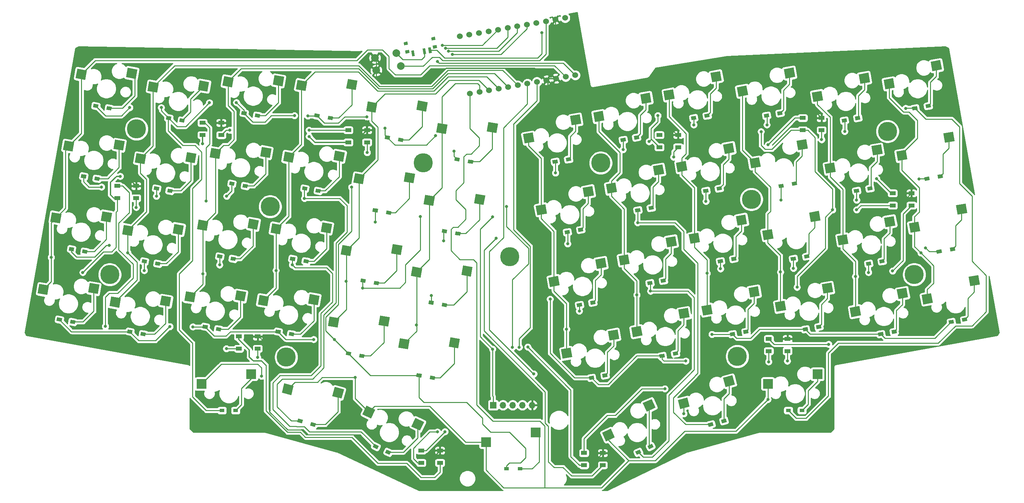
<source format=gbl>
%TF.GenerationSoftware,KiCad,Pcbnew,(5.1.12)-1*%
%TF.CreationDate,2022-03-16T07:25:32-05:00*%
%TF.ProjectId,keyboard_CarrasTech,6b657962-6f61-4726-945f-436172726173,rev?*%
%TF.SameCoordinates,Original*%
%TF.FileFunction,Copper,L2,Bot*%
%TF.FilePolarity,Positive*%
%FSLAX46Y46*%
G04 Gerber Fmt 4.6, Leading zero omitted, Abs format (unit mm)*
G04 Created by KiCad (PCBNEW (5.1.12)-1) date 2022-03-16 07:25:32*
%MOMM*%
%LPD*%
G01*
G04 APERTURE LIST*
%TA.AperFunction,ComponentPad*%
%ADD10O,1.700000X1.700000*%
%TD*%
%TA.AperFunction,ComponentPad*%
%ADD11R,1.700000X1.700000*%
%TD*%
%TA.AperFunction,SMDPad,CuDef*%
%ADD12C,0.100000*%
%TD*%
%TA.AperFunction,SMDPad,CuDef*%
%ADD13C,2.000000*%
%TD*%
%TA.AperFunction,WasherPad*%
%ADD14C,5.000000*%
%TD*%
%TA.AperFunction,SMDPad,CuDef*%
%ADD15R,2.550000X2.500000*%
%TD*%
%TA.AperFunction,SMDPad,CuDef*%
%ADD16R,1.500000X1.000000*%
%TD*%
%TA.AperFunction,ComponentPad*%
%ADD17C,1.524000*%
%TD*%
%TA.AperFunction,ComponentPad*%
%ADD18C,2.000000*%
%TD*%
%TA.AperFunction,SMDPad,CuDef*%
%ADD19R,1.300000X0.950000*%
%TD*%
%TA.AperFunction,ViaPad*%
%ADD20C,0.800000*%
%TD*%
%TA.AperFunction,Conductor*%
%ADD21C,0.250000*%
%TD*%
%TA.AperFunction,Conductor*%
%ADD22C,0.350000*%
%TD*%
%TA.AperFunction,Conductor*%
%ADD23C,0.254000*%
%TD*%
%TA.AperFunction,Conductor*%
%ADD24C,0.100000*%
%TD*%
G04 APERTURE END LIST*
D10*
X154178000Y-123063000D03*
X151638000Y-123063000D03*
X149098000Y-123063000D03*
X146558000Y-123063000D03*
D11*
X144018000Y-123063000D03*
%TA.AperFunction,SMDPad,CuDef*%
D12*
G36*
X121149452Y-31092713D02*
G01*
X121010534Y-30304867D01*
X121995342Y-30131219D01*
X122134260Y-30919065D01*
X121149452Y-31092713D01*
G37*
%TD.AperFunction*%
%TA.AperFunction,SMDPad,CuDef*%
G36*
X128338549Y-29825081D02*
G01*
X128199631Y-29037235D01*
X129184439Y-28863587D01*
X129323357Y-29651433D01*
X128338549Y-29825081D01*
G37*
%TD.AperFunction*%
%TA.AperFunction,SMDPad,CuDef*%
G36*
X127954786Y-27648656D02*
G01*
X127815868Y-26860810D01*
X128800676Y-26687162D01*
X128939594Y-27475008D01*
X127954786Y-27648656D01*
G37*
%TD.AperFunction*%
%TA.AperFunction,SMDPad,CuDef*%
G36*
X120765690Y-28916288D02*
G01*
X120626772Y-28128442D01*
X121611580Y-27954794D01*
X121750498Y-28742640D01*
X120765690Y-28916288D01*
G37*
%TD.AperFunction*%
%TA.AperFunction,SMDPad,CuDef*%
G36*
X127281187Y-31026950D02*
G01*
X127020715Y-29549738D01*
X127710081Y-29428184D01*
X127970553Y-30905396D01*
X127281187Y-31026950D01*
G37*
%TD.AperFunction*%
%TA.AperFunction,SMDPad,CuDef*%
G36*
X125803976Y-31287422D02*
G01*
X125543504Y-29810210D01*
X126232870Y-29688656D01*
X126493342Y-31165868D01*
X125803976Y-31287422D01*
G37*
%TD.AperFunction*%
%TA.AperFunction,SMDPad,CuDef*%
G36*
X122849552Y-31808366D02*
G01*
X122589080Y-30331154D01*
X123278446Y-30209600D01*
X123538918Y-31686812D01*
X122849552Y-31808366D01*
G37*
%TD.AperFunction*%
D13*
X113093500Y-32194500D03*
X118681500Y-30924500D03*
%TA.AperFunction,SMDPad,CuDef*%
D12*
G36*
X28299017Y-75044568D02*
G01*
X28733137Y-72582549D01*
X31244397Y-73025352D01*
X30810277Y-75487371D01*
X28299017Y-75044568D01*
G37*
%TD.AperFunction*%
%TA.AperFunction,SMDPad,CuDef*%
G36*
X41470694Y-74787906D02*
G01*
X41904814Y-72325887D01*
X44416074Y-72768690D01*
X43981954Y-75230709D01*
X41470694Y-74787906D01*
G37*
%TD.AperFunction*%
%TA.AperFunction,SMDPad,CuDef*%
G36*
X53675600Y-40831390D02*
G01*
X54109720Y-38369371D01*
X56620980Y-38812174D01*
X56186860Y-41274193D01*
X53675600Y-40831390D01*
G37*
%TD.AperFunction*%
%TA.AperFunction,SMDPad,CuDef*%
G36*
X66847277Y-40574728D02*
G01*
X67281397Y-38112709D01*
X69792657Y-38555512D01*
X69358537Y-41017531D01*
X66847277Y-40574728D01*
G37*
%TD.AperFunction*%
D14*
X211455000Y-69215000D03*
X207772000Y-110299500D03*
X89916000Y-110490000D03*
X85725000Y-71120000D03*
X125730000Y-59690000D03*
X172085000Y-59690000D03*
X254000000Y-88900000D03*
X247015000Y-51435000D03*
X43815000Y-88900000D03*
X50800000Y-50800000D03*
X148336000Y-84201000D03*
D15*
X142140000Y-132715000D03*
X155067000Y-130175000D03*
D16*
X187415000Y-55575000D03*
X187415000Y-52375000D03*
X192315000Y-55575000D03*
X192315000Y-52375000D03*
X224880000Y-51130000D03*
X224880000Y-47930000D03*
X229780000Y-51130000D03*
X229780000Y-47930000D03*
X215990000Y-108915000D03*
X215990000Y-105715000D03*
X220890000Y-108915000D03*
X220890000Y-105715000D03*
X77560000Y-108280000D03*
X77560000Y-105080000D03*
X82460000Y-108280000D03*
X82460000Y-105080000D03*
X68035000Y-52400000D03*
X68035000Y-49200000D03*
X72935000Y-52400000D03*
X72935000Y-49200000D03*
X248375000Y-70815000D03*
X248375000Y-67615000D03*
X253275000Y-70815000D03*
X253275000Y-67615000D03*
X167730000Y-138760000D03*
X167730000Y-135560000D03*
X172630000Y-138760000D03*
X172630000Y-135560000D03*
X125185000Y-138125000D03*
X125185000Y-134925000D03*
X130085000Y-138125000D03*
X130085000Y-134925000D03*
X45810000Y-68910000D03*
X45810000Y-65710000D03*
X50710000Y-68910000D03*
X50710000Y-65710000D03*
X106135000Y-54305000D03*
X106135000Y-51105000D03*
X111035000Y-54305000D03*
X111035000Y-51105000D03*
D17*
X162796827Y-21742913D03*
X160295415Y-22183980D03*
X157794004Y-22625046D03*
X155292592Y-23066113D03*
X152791180Y-23507179D03*
X150289769Y-23948245D03*
X147788357Y-24389312D03*
X145286945Y-24830378D03*
X142785534Y-25271444D03*
X140284122Y-25712511D03*
X137782710Y-26153577D03*
X135281299Y-26594643D03*
X137924224Y-41583417D03*
X140425635Y-41142351D03*
X142927047Y-40701285D03*
X145428459Y-40260218D03*
X147929871Y-39819152D03*
X150431282Y-39378086D03*
X152932694Y-38937019D03*
X155434106Y-38495953D03*
X157935517Y-38054887D03*
X160436929Y-37613820D03*
X162938341Y-37172754D03*
X165439752Y-36731687D03*
%TA.AperFunction,SMDPad,CuDef*%
D12*
G36*
X162142642Y-110909624D02*
G01*
X161708522Y-108447605D01*
X164219782Y-108004802D01*
X164653902Y-110466821D01*
X162142642Y-110909624D01*
G37*
%TD.AperFunction*%
%TA.AperFunction,SMDPad,CuDef*%
G36*
X174432185Y-106163462D02*
G01*
X173998065Y-103701443D01*
X176509325Y-103258640D01*
X176943445Y-105720659D01*
X174432185Y-106163462D01*
G37*
%TD.AperFunction*%
%TA.AperFunction,SMDPad,CuDef*%
G36*
X180490815Y-105262708D02*
G01*
X180056695Y-102800689D01*
X182567955Y-102357886D01*
X183002075Y-104819905D01*
X180490815Y-105262708D01*
G37*
%TD.AperFunction*%
%TA.AperFunction,SMDPad,CuDef*%
G36*
X192780358Y-100516546D02*
G01*
X192346238Y-98054527D01*
X194857498Y-97611724D01*
X195291618Y-100073743D01*
X192780358Y-100516546D01*
G37*
%TD.AperFunction*%
%TA.AperFunction,SMDPad,CuDef*%
G36*
X198838989Y-99615792D02*
G01*
X198404869Y-97153773D01*
X200916129Y-96710970D01*
X201350249Y-99172989D01*
X198838989Y-99615792D01*
G37*
%TD.AperFunction*%
%TA.AperFunction,SMDPad,CuDef*%
G36*
X211128532Y-94869630D02*
G01*
X210694412Y-92407611D01*
X213205672Y-91964808D01*
X213639792Y-94426827D01*
X211128532Y-94869630D01*
G37*
%TD.AperFunction*%
%TA.AperFunction,SMDPad,CuDef*%
G36*
X218011991Y-98646713D02*
G01*
X217577871Y-96184694D01*
X220089131Y-95741891D01*
X220523251Y-98203910D01*
X218011991Y-98646713D01*
G37*
%TD.AperFunction*%
%TA.AperFunction,SMDPad,CuDef*%
G36*
X230301534Y-93900551D02*
G01*
X229867414Y-91438532D01*
X232378674Y-90995729D01*
X232812794Y-93457748D01*
X230301534Y-93900551D01*
G37*
%TD.AperFunction*%
%TA.AperFunction,SMDPad,CuDef*%
G36*
X237597407Y-100016552D02*
G01*
X237163287Y-97554533D01*
X239674547Y-97111730D01*
X240108667Y-99573749D01*
X237597407Y-100016552D01*
G37*
%TD.AperFunction*%
%TA.AperFunction,SMDPad,CuDef*%
G36*
X249886950Y-95270390D02*
G01*
X249452830Y-92808371D01*
X251964090Y-92365568D01*
X252398210Y-94827587D01*
X249886950Y-95270390D01*
G37*
%TD.AperFunction*%
%TA.AperFunction,SMDPad,CuDef*%
G36*
X256357995Y-96708554D02*
G01*
X255923875Y-94246535D01*
X258435135Y-93803732D01*
X258869255Y-96265751D01*
X256357995Y-96708554D01*
G37*
%TD.AperFunction*%
%TA.AperFunction,SMDPad,CuDef*%
G36*
X268647538Y-91962392D02*
G01*
X268213418Y-89500373D01*
X270724678Y-89057570D01*
X271158798Y-91519589D01*
X268647538Y-91962392D01*
G37*
%TD.AperFunction*%
%TA.AperFunction,SMDPad,CuDef*%
G36*
X173488089Y-132538952D02*
G01*
X172431544Y-130273183D01*
X174742629Y-129195506D01*
X175799174Y-131461275D01*
X173488089Y-132538952D01*
G37*
%TD.AperFunction*%
%TA.AperFunction,SMDPad,CuDef*%
G36*
X184130479Y-124773744D02*
G01*
X183073934Y-122507975D01*
X185385019Y-121430298D01*
X186441564Y-123696067D01*
X184130479Y-124773744D01*
G37*
%TD.AperFunction*%
%TA.AperFunction,SMDPad,CuDef*%
G36*
X158834644Y-92149037D02*
G01*
X158400524Y-89687018D01*
X160911784Y-89244215D01*
X161345904Y-91706234D01*
X158834644Y-92149037D01*
G37*
%TD.AperFunction*%
%TA.AperFunction,SMDPad,CuDef*%
G36*
X171124187Y-87402875D02*
G01*
X170690067Y-84940856D01*
X173201327Y-84498053D01*
X173635447Y-86960072D01*
X171124187Y-87402875D01*
G37*
%TD.AperFunction*%
%TA.AperFunction,SMDPad,CuDef*%
G36*
X177182818Y-86502120D02*
G01*
X176748698Y-84040101D01*
X179259958Y-83597298D01*
X179694078Y-86059317D01*
X177182818Y-86502120D01*
G37*
%TD.AperFunction*%
%TA.AperFunction,SMDPad,CuDef*%
G36*
X189472361Y-81755958D02*
G01*
X189038241Y-79293939D01*
X191549501Y-78851136D01*
X191983621Y-81313155D01*
X189472361Y-81755958D01*
G37*
%TD.AperFunction*%
%TA.AperFunction,SMDPad,CuDef*%
G36*
X195530991Y-80855204D02*
G01*
X195096871Y-78393185D01*
X197608131Y-77950382D01*
X198042251Y-80412401D01*
X195530991Y-80855204D01*
G37*
%TD.AperFunction*%
%TA.AperFunction,SMDPad,CuDef*%
G36*
X207820534Y-76109042D02*
G01*
X207386414Y-73647023D01*
X209897674Y-73204220D01*
X210331794Y-75666239D01*
X207820534Y-76109042D01*
G37*
%TD.AperFunction*%
%TA.AperFunction,SMDPad,CuDef*%
G36*
X214703993Y-79886125D02*
G01*
X214269873Y-77424106D01*
X216781133Y-76981303D01*
X217215253Y-79443322D01*
X214703993Y-79886125D01*
G37*
%TD.AperFunction*%
%TA.AperFunction,SMDPad,CuDef*%
G36*
X226993536Y-75139963D02*
G01*
X226559416Y-72677944D01*
X229070676Y-72235141D01*
X229504796Y-74697160D01*
X226993536Y-75139963D01*
G37*
%TD.AperFunction*%
%TA.AperFunction,SMDPad,CuDef*%
G36*
X234289409Y-81255964D02*
G01*
X233855289Y-78793945D01*
X236366549Y-78351142D01*
X236800669Y-80813161D01*
X234289409Y-81255964D01*
G37*
%TD.AperFunction*%
%TA.AperFunction,SMDPad,CuDef*%
G36*
X246578952Y-76509802D02*
G01*
X246144832Y-74047783D01*
X248656092Y-73604980D01*
X249090212Y-76066999D01*
X246578952Y-76509802D01*
G37*
%TD.AperFunction*%
%TA.AperFunction,SMDPad,CuDef*%
G36*
X253049997Y-77947966D02*
G01*
X252615877Y-75485947D01*
X255127137Y-75043144D01*
X255561257Y-77505163D01*
X253049997Y-77947966D01*
G37*
%TD.AperFunction*%
%TA.AperFunction,SMDPad,CuDef*%
G36*
X265339540Y-73201804D02*
G01*
X264905420Y-70739785D01*
X267416680Y-70296982D01*
X267850800Y-72759001D01*
X265339540Y-73201804D01*
G37*
%TD.AperFunction*%
%TA.AperFunction,SMDPad,CuDef*%
G36*
X192885983Y-124107683D02*
G01*
X192238936Y-121692868D01*
X194702047Y-121032879D01*
X195349094Y-123447694D01*
X192885983Y-124107683D01*
G37*
%TD.AperFunction*%
%TA.AperFunction,SMDPad,CuDef*%
G36*
X204715106Y-118308478D02*
G01*
X204068059Y-115893663D01*
X206531170Y-115233674D01*
X207178217Y-117648489D01*
X204715106Y-118308478D01*
G37*
%TD.AperFunction*%
%TA.AperFunction,SMDPad,CuDef*%
G36*
X155526646Y-73388449D02*
G01*
X155092526Y-70926430D01*
X157603786Y-70483627D01*
X158037906Y-72945646D01*
X155526646Y-73388449D01*
G37*
%TD.AperFunction*%
%TA.AperFunction,SMDPad,CuDef*%
G36*
X167816189Y-68642287D02*
G01*
X167382069Y-66180268D01*
X169893329Y-65737465D01*
X170327449Y-68199484D01*
X167816189Y-68642287D01*
G37*
%TD.AperFunction*%
%TA.AperFunction,SMDPad,CuDef*%
G36*
X173874820Y-67741533D02*
G01*
X173440700Y-65279514D01*
X175951960Y-64836711D01*
X176386080Y-67298730D01*
X173874820Y-67741533D01*
G37*
%TD.AperFunction*%
%TA.AperFunction,SMDPad,CuDef*%
G36*
X186164363Y-62995371D02*
G01*
X185730243Y-60533352D01*
X188241503Y-60090549D01*
X188675623Y-62552568D01*
X186164363Y-62995371D01*
G37*
%TD.AperFunction*%
%TA.AperFunction,SMDPad,CuDef*%
G36*
X192222993Y-62094617D02*
G01*
X191788873Y-59632598D01*
X194300133Y-59189795D01*
X194734253Y-61651814D01*
X192222993Y-62094617D01*
G37*
%TD.AperFunction*%
%TA.AperFunction,SMDPad,CuDef*%
G36*
X204512536Y-57348455D02*
G01*
X204078416Y-54886436D01*
X206589676Y-54443633D01*
X207023796Y-56905652D01*
X204512536Y-57348455D01*
G37*
%TD.AperFunction*%
%TA.AperFunction,SMDPad,CuDef*%
G36*
X211395995Y-61125537D02*
G01*
X210961875Y-58663518D01*
X213473135Y-58220715D01*
X213907255Y-60682734D01*
X211395995Y-61125537D01*
G37*
%TD.AperFunction*%
%TA.AperFunction,SMDPad,CuDef*%
G36*
X223685538Y-56379375D02*
G01*
X223251418Y-53917356D01*
X225762678Y-53474553D01*
X226196798Y-55936572D01*
X223685538Y-56379375D01*
G37*
%TD.AperFunction*%
%TA.AperFunction,SMDPad,CuDef*%
G36*
X230981412Y-62495376D02*
G01*
X230547292Y-60033357D01*
X233058552Y-59590554D01*
X233492672Y-62052573D01*
X230981412Y-62495376D01*
G37*
%TD.AperFunction*%
%TA.AperFunction,SMDPad,CuDef*%
G36*
X243270955Y-57749214D02*
G01*
X242836835Y-55287195D01*
X245348095Y-54844392D01*
X245782215Y-57306411D01*
X243270955Y-57749214D01*
G37*
%TD.AperFunction*%
%TA.AperFunction,SMDPad,CuDef*%
G36*
X249741999Y-59187378D02*
G01*
X249307879Y-56725359D01*
X251819139Y-56282556D01*
X252253259Y-58744575D01*
X249741999Y-59187378D01*
G37*
%TD.AperFunction*%
%TA.AperFunction,SMDPad,CuDef*%
G36*
X262031542Y-54441216D02*
G01*
X261597422Y-51979197D01*
X264108682Y-51536394D01*
X264542802Y-53998413D01*
X262031542Y-54441216D01*
G37*
%TD.AperFunction*%
D15*
X215800000Y-117475000D03*
X228727000Y-114935000D03*
%TA.AperFunction,SMDPad,CuDef*%
D12*
G36*
X152218649Y-54627861D02*
G01*
X151784529Y-52165842D01*
X154295789Y-51723039D01*
X154729909Y-54185058D01*
X152218649Y-54627861D01*
G37*
%TD.AperFunction*%
%TA.AperFunction,SMDPad,CuDef*%
G36*
X164508192Y-49881699D02*
G01*
X164074072Y-47419680D01*
X166585332Y-46976877D01*
X167019452Y-49438896D01*
X164508192Y-49881699D01*
G37*
%TD.AperFunction*%
%TA.AperFunction,SMDPad,CuDef*%
G36*
X170566822Y-48980945D02*
G01*
X170132702Y-46518926D01*
X172643962Y-46076123D01*
X173078082Y-48538142D01*
X170566822Y-48980945D01*
G37*
%TD.AperFunction*%
%TA.AperFunction,SMDPad,CuDef*%
G36*
X182856365Y-44234783D02*
G01*
X182422245Y-41772764D01*
X184933505Y-41329961D01*
X185367625Y-43791980D01*
X182856365Y-44234783D01*
G37*
%TD.AperFunction*%
%TA.AperFunction,SMDPad,CuDef*%
G36*
X188914995Y-43334029D02*
G01*
X188480875Y-40872010D01*
X190992135Y-40429207D01*
X191426255Y-42891226D01*
X188914995Y-43334029D01*
G37*
%TD.AperFunction*%
%TA.AperFunction,SMDPad,CuDef*%
G36*
X201204538Y-38587867D02*
G01*
X200770418Y-36125848D01*
X203281678Y-35683045D01*
X203715798Y-38145064D01*
X201204538Y-38587867D01*
G37*
%TD.AperFunction*%
%TA.AperFunction,SMDPad,CuDef*%
G36*
X208087997Y-42364949D02*
G01*
X207653877Y-39902930D01*
X210165137Y-39460127D01*
X210599257Y-41922146D01*
X208087997Y-42364949D01*
G37*
%TD.AperFunction*%
%TA.AperFunction,SMDPad,CuDef*%
G36*
X220377540Y-37618787D02*
G01*
X219943420Y-35156768D01*
X222454680Y-34713965D01*
X222888800Y-37175984D01*
X220377540Y-37618787D01*
G37*
%TD.AperFunction*%
%TA.AperFunction,SMDPad,CuDef*%
G36*
X227673414Y-43734788D02*
G01*
X227239294Y-41272769D01*
X229750554Y-40829966D01*
X230184674Y-43291985D01*
X227673414Y-43734788D01*
G37*
%TD.AperFunction*%
%TA.AperFunction,SMDPad,CuDef*%
G36*
X239962957Y-38988626D02*
G01*
X239528837Y-36526607D01*
X242040097Y-36083804D01*
X242474217Y-38545823D01*
X239962957Y-38988626D01*
G37*
%TD.AperFunction*%
%TA.AperFunction,SMDPad,CuDef*%
G36*
X246434002Y-40426791D02*
G01*
X245999882Y-37964772D01*
X248511142Y-37521969D01*
X248945262Y-39983988D01*
X246434002Y-40426791D01*
G37*
%TD.AperFunction*%
%TA.AperFunction,SMDPad,CuDef*%
G36*
X258723545Y-35680629D02*
G01*
X258289425Y-33218610D01*
X260800685Y-32775807D01*
X261234805Y-35237826D01*
X258723545Y-35680629D01*
G37*
%TD.AperFunction*%
%TA.AperFunction,SMDPad,CuDef*%
G36*
X119206372Y-108006226D02*
G01*
X119640492Y-105544207D01*
X122151752Y-105987010D01*
X121717632Y-108449029D01*
X119206372Y-108006226D01*
G37*
%TD.AperFunction*%
%TA.AperFunction,SMDPad,CuDef*%
G36*
X132378049Y-107749564D02*
G01*
X132812169Y-105287545D01*
X135323429Y-105730348D01*
X134889309Y-108192367D01*
X132378049Y-107749564D01*
G37*
%TD.AperFunction*%
%TA.AperFunction,SMDPad,CuDef*%
G36*
X100858199Y-102359310D02*
G01*
X101292319Y-99897291D01*
X103803579Y-100340094D01*
X103369459Y-102802113D01*
X100858199Y-102359310D01*
G37*
%TD.AperFunction*%
%TA.AperFunction,SMDPad,CuDef*%
G36*
X114029876Y-102102648D02*
G01*
X114463996Y-99640629D01*
X116975256Y-100083432D01*
X116541136Y-102545451D01*
X114029876Y-102102648D01*
G37*
%TD.AperFunction*%
%TA.AperFunction,SMDPad,CuDef*%
G36*
X82510025Y-96712394D02*
G01*
X82944145Y-94250375D01*
X85455405Y-94693178D01*
X85021285Y-97155197D01*
X82510025Y-96712394D01*
G37*
%TD.AperFunction*%
%TA.AperFunction,SMDPad,CuDef*%
G36*
X95681702Y-96455732D02*
G01*
X96115822Y-93993713D01*
X98627082Y-94436516D01*
X98192962Y-96898535D01*
X95681702Y-96455732D01*
G37*
%TD.AperFunction*%
%TA.AperFunction,SMDPad,CuDef*%
G36*
X63337023Y-95743315D02*
G01*
X63771143Y-93281296D01*
X66282403Y-93724099D01*
X65848283Y-96186118D01*
X63337023Y-95743315D01*
G37*
%TD.AperFunction*%
%TA.AperFunction,SMDPad,CuDef*%
G36*
X76508700Y-95486653D02*
G01*
X76942820Y-93024634D01*
X79454080Y-93467437D01*
X79019960Y-95929456D01*
X76508700Y-95486653D01*
G37*
%TD.AperFunction*%
%TA.AperFunction,SMDPad,CuDef*%
G36*
X43751607Y-97113154D02*
G01*
X44185727Y-94651135D01*
X46696987Y-95093938D01*
X46262867Y-97555957D01*
X43751607Y-97113154D01*
G37*
%TD.AperFunction*%
%TA.AperFunction,SMDPad,CuDef*%
G36*
X56923284Y-96856492D02*
G01*
X57357404Y-94394473D01*
X59868664Y-94837276D01*
X59434544Y-97299295D01*
X56923284Y-96856492D01*
G37*
%TD.AperFunction*%
%TA.AperFunction,SMDPad,CuDef*%
G36*
X24991019Y-93805156D02*
G01*
X25425139Y-91343137D01*
X27936399Y-91785940D01*
X27502279Y-94247959D01*
X24991019Y-93805156D01*
G37*
%TD.AperFunction*%
%TA.AperFunction,SMDPad,CuDef*%
G36*
X38162696Y-93548494D02*
G01*
X38596816Y-91086475D01*
X41108076Y-91529278D01*
X40673956Y-93991297D01*
X38162696Y-93548494D01*
G37*
%TD.AperFunction*%
%TA.AperFunction,SMDPad,CuDef*%
G36*
X109808445Y-125472774D02*
G01*
X110864990Y-123207005D01*
X113176075Y-124284682D01*
X112119530Y-126550451D01*
X109808445Y-125472774D01*
G37*
%TD.AperFunction*%
%TA.AperFunction,SMDPad,CuDef*%
G36*
X122597736Y-128633938D02*
G01*
X123654281Y-126368169D01*
X125965366Y-127445846D01*
X124908821Y-129711615D01*
X122597736Y-128633938D01*
G37*
%TD.AperFunction*%
%TA.AperFunction,SMDPad,CuDef*%
G36*
X122514370Y-89245639D02*
G01*
X122948490Y-86783620D01*
X125459750Y-87226423D01*
X125025630Y-89688442D01*
X122514370Y-89245639D01*
G37*
%TD.AperFunction*%
%TA.AperFunction,SMDPad,CuDef*%
G36*
X135686047Y-88988977D02*
G01*
X136120167Y-86526958D01*
X138631427Y-86969761D01*
X138197307Y-89431780D01*
X135686047Y-88988977D01*
G37*
%TD.AperFunction*%
%TA.AperFunction,SMDPad,CuDef*%
G36*
X104166196Y-83598722D02*
G01*
X104600316Y-81136703D01*
X107111576Y-81579506D01*
X106677456Y-84041525D01*
X104166196Y-83598722D01*
G37*
%TD.AperFunction*%
%TA.AperFunction,SMDPad,CuDef*%
G36*
X117337873Y-83342060D02*
G01*
X117771993Y-80880041D01*
X120283253Y-81322844D01*
X119849133Y-83784863D01*
X117337873Y-83342060D01*
G37*
%TD.AperFunction*%
%TA.AperFunction,SMDPad,CuDef*%
G36*
X85818023Y-77951806D02*
G01*
X86252143Y-75489787D01*
X88763403Y-75932590D01*
X88329283Y-78394609D01*
X85818023Y-77951806D01*
G37*
%TD.AperFunction*%
%TA.AperFunction,SMDPad,CuDef*%
G36*
X98989700Y-77695144D02*
G01*
X99423820Y-75233125D01*
X101935080Y-75675928D01*
X101500960Y-78137947D01*
X98989700Y-77695144D01*
G37*
%TD.AperFunction*%
%TA.AperFunction,SMDPad,CuDef*%
G36*
X66645021Y-76982727D02*
G01*
X67079141Y-74520708D01*
X69590401Y-74963511D01*
X69156281Y-77425530D01*
X66645021Y-76982727D01*
G37*
%TD.AperFunction*%
%TA.AperFunction,SMDPad,CuDef*%
G36*
X79816698Y-76726065D02*
G01*
X80250818Y-74264046D01*
X82762078Y-74706849D01*
X82327958Y-77168868D01*
X79816698Y-76726065D01*
G37*
%TD.AperFunction*%
%TA.AperFunction,SMDPad,CuDef*%
G36*
X47059605Y-78352566D02*
G01*
X47493725Y-75890547D01*
X50004985Y-76333350D01*
X49570865Y-78795369D01*
X47059605Y-78352566D01*
G37*
%TD.AperFunction*%
%TA.AperFunction,SMDPad,CuDef*%
G36*
X60231282Y-78095904D02*
G01*
X60665402Y-75633885D01*
X63176662Y-76076688D01*
X62742542Y-78538707D01*
X60231282Y-78095904D01*
G37*
%TD.AperFunction*%
%TA.AperFunction,SMDPad,CuDef*%
G36*
X88778737Y-119780228D02*
G01*
X89425784Y-117365413D01*
X91888895Y-118025402D01*
X91241848Y-120440217D01*
X88778737Y-119780228D01*
G37*
%TD.AperFunction*%
%TA.AperFunction,SMDPad,CuDef*%
G36*
X101922660Y-120672531D02*
G01*
X102569707Y-118257716D01*
X105032818Y-118917705D01*
X104385771Y-121332520D01*
X101922660Y-120672531D01*
G37*
%TD.AperFunction*%
%TA.AperFunction,SMDPad,CuDef*%
G36*
X125822368Y-70485051D02*
G01*
X126256488Y-68023032D01*
X128767748Y-68465835D01*
X128333628Y-70927854D01*
X125822368Y-70485051D01*
G37*
%TD.AperFunction*%
%TA.AperFunction,SMDPad,CuDef*%
G36*
X138994045Y-70228389D02*
G01*
X139428165Y-67766370D01*
X141939425Y-68209173D01*
X141505305Y-70671192D01*
X138994045Y-70228389D01*
G37*
%TD.AperFunction*%
%TA.AperFunction,SMDPad,CuDef*%
G36*
X107474194Y-64838135D02*
G01*
X107908314Y-62376116D01*
X110419574Y-62818919D01*
X109985454Y-65280938D01*
X107474194Y-64838135D01*
G37*
%TD.AperFunction*%
%TA.AperFunction,SMDPad,CuDef*%
G36*
X120645871Y-64581473D02*
G01*
X121079991Y-62119454D01*
X123591251Y-62562257D01*
X123157131Y-65024276D01*
X120645871Y-64581473D01*
G37*
%TD.AperFunction*%
%TA.AperFunction,SMDPad,CuDef*%
G36*
X89126021Y-59191219D02*
G01*
X89560141Y-56729200D01*
X92071401Y-57172003D01*
X91637281Y-59634022D01*
X89126021Y-59191219D01*
G37*
%TD.AperFunction*%
%TA.AperFunction,SMDPad,CuDef*%
G36*
X102297698Y-58934557D02*
G01*
X102731818Y-56472538D01*
X105243078Y-56915341D01*
X104808958Y-59377360D01*
X102297698Y-58934557D01*
G37*
%TD.AperFunction*%
%TA.AperFunction,SMDPad,CuDef*%
G36*
X69953019Y-58222139D02*
G01*
X70387139Y-55760120D01*
X72898399Y-56202923D01*
X72464279Y-58664942D01*
X69953019Y-58222139D01*
G37*
%TD.AperFunction*%
%TA.AperFunction,SMDPad,CuDef*%
G36*
X83124696Y-57965477D02*
G01*
X83558816Y-55503458D01*
X86070076Y-55946261D01*
X85635956Y-58408280D01*
X83124696Y-57965477D01*
G37*
%TD.AperFunction*%
%TA.AperFunction,SMDPad,CuDef*%
G36*
X50367602Y-59591978D02*
G01*
X50801722Y-57129959D01*
X53312982Y-57572762D01*
X52878862Y-60034781D01*
X50367602Y-59591978D01*
G37*
%TD.AperFunction*%
%TA.AperFunction,SMDPad,CuDef*%
G36*
X63539279Y-59335316D02*
G01*
X63973399Y-56873297D01*
X66484659Y-57316100D01*
X66050539Y-59778119D01*
X63539279Y-59335316D01*
G37*
%TD.AperFunction*%
%TA.AperFunction,SMDPad,CuDef*%
G36*
X31607015Y-56283980D02*
G01*
X32041135Y-53821961D01*
X34552395Y-54264764D01*
X34118275Y-56726783D01*
X31607015Y-56283980D01*
G37*
%TD.AperFunction*%
%TA.AperFunction,SMDPad,CuDef*%
G36*
X44778692Y-56027318D02*
G01*
X45212812Y-53565299D01*
X47724072Y-54008102D01*
X47289952Y-56470121D01*
X44778692Y-56027318D01*
G37*
%TD.AperFunction*%
D15*
X67845000Y-117475000D03*
X80772000Y-114935000D03*
%TA.AperFunction,SMDPad,CuDef*%
D12*
G36*
X129130365Y-51724463D02*
G01*
X129564485Y-49262444D01*
X132075745Y-49705247D01*
X131641625Y-52167266D01*
X129130365Y-51724463D01*
G37*
%TD.AperFunction*%
%TA.AperFunction,SMDPad,CuDef*%
G36*
X142302042Y-51467801D02*
G01*
X142736162Y-49005782D01*
X145247422Y-49448585D01*
X144813302Y-51910604D01*
X142302042Y-51467801D01*
G37*
%TD.AperFunction*%
%TA.AperFunction,SMDPad,CuDef*%
G36*
X110782192Y-46077547D02*
G01*
X111216312Y-43615528D01*
X113727572Y-44058331D01*
X113293452Y-46520350D01*
X110782192Y-46077547D01*
G37*
%TD.AperFunction*%
%TA.AperFunction,SMDPad,CuDef*%
G36*
X123953869Y-45820885D02*
G01*
X124387989Y-43358866D01*
X126899249Y-43801669D01*
X126465129Y-46263688D01*
X123953869Y-45820885D01*
G37*
%TD.AperFunction*%
%TA.AperFunction,SMDPad,CuDef*%
G36*
X92434019Y-40430631D02*
G01*
X92868139Y-37968612D01*
X95379399Y-38411415D01*
X94945279Y-40873434D01*
X92434019Y-40430631D01*
G37*
%TD.AperFunction*%
%TA.AperFunction,SMDPad,CuDef*%
G36*
X105605696Y-40173969D02*
G01*
X106039816Y-37711950D01*
X108551076Y-38154753D01*
X108116956Y-40616772D01*
X105605696Y-40173969D01*
G37*
%TD.AperFunction*%
%TA.AperFunction,SMDPad,CuDef*%
G36*
X73261017Y-39461551D02*
G01*
X73695137Y-36999532D01*
X76206397Y-37442335D01*
X75772277Y-39904354D01*
X73261017Y-39461551D01*
G37*
%TD.AperFunction*%
%TA.AperFunction,SMDPad,CuDef*%
G36*
X86432694Y-39204889D02*
G01*
X86866814Y-36742870D01*
X89378074Y-37185673D01*
X88943954Y-39647692D01*
X86432694Y-39204889D01*
G37*
%TD.AperFunction*%
%TA.AperFunction,SMDPad,CuDef*%
G36*
X34915012Y-37523393D02*
G01*
X35349132Y-35061374D01*
X37860392Y-35504177D01*
X37426272Y-37966196D01*
X34915012Y-37523393D01*
G37*
%TD.AperFunction*%
%TA.AperFunction,SMDPad,CuDef*%
G36*
X48086689Y-37266731D02*
G01*
X48520809Y-34804712D01*
X51032069Y-35247515D01*
X50597949Y-37709534D01*
X48086689Y-37266731D01*
G37*
%TD.AperFunction*%
D18*
X119850125Y-34360643D03*
X113448875Y-35489357D03*
%TA.AperFunction,SMDPad,CuDef*%
D12*
G36*
X169144324Y-116458881D02*
G01*
X168979358Y-115523314D01*
X170259608Y-115297571D01*
X170424574Y-116233138D01*
X169144324Y-116458881D01*
G37*
%TD.AperFunction*%
%TA.AperFunction,SMDPad,CuDef*%
G36*
X172640392Y-115842429D02*
G01*
X172475426Y-114906862D01*
X173755676Y-114681119D01*
X173920642Y-115616686D01*
X172640392Y-115842429D01*
G37*
%TD.AperFunction*%
%TA.AperFunction,SMDPad,CuDef*%
G36*
X187559324Y-110743881D02*
G01*
X187394358Y-109808314D01*
X188674608Y-109582571D01*
X188839574Y-110518138D01*
X187559324Y-110743881D01*
G37*
%TD.AperFunction*%
%TA.AperFunction,SMDPad,CuDef*%
G36*
X191055392Y-110127429D02*
G01*
X190890426Y-109191862D01*
X192170676Y-108966119D01*
X192335642Y-109901686D01*
X191055392Y-110127429D01*
G37*
%TD.AperFunction*%
%TA.AperFunction,SMDPad,CuDef*%
G36*
X205974324Y-105028881D02*
G01*
X205809358Y-104093314D01*
X207089608Y-103867571D01*
X207254574Y-104803138D01*
X205974324Y-105028881D01*
G37*
%TD.AperFunction*%
%TA.AperFunction,SMDPad,CuDef*%
G36*
X209470392Y-104412429D02*
G01*
X209305426Y-103476862D01*
X210585676Y-103251119D01*
X210750642Y-104186686D01*
X209470392Y-104412429D01*
G37*
%TD.AperFunction*%
%TA.AperFunction,SMDPad,CuDef*%
G36*
X225024324Y-103758881D02*
G01*
X224859358Y-102823314D01*
X226139608Y-102597571D01*
X226304574Y-103533138D01*
X225024324Y-103758881D01*
G37*
%TD.AperFunction*%
%TA.AperFunction,SMDPad,CuDef*%
G36*
X228520392Y-103142429D02*
G01*
X228355426Y-102206862D01*
X229635676Y-101981119D01*
X229800642Y-102916686D01*
X228520392Y-103142429D01*
G37*
%TD.AperFunction*%
%TA.AperFunction,SMDPad,CuDef*%
G36*
X244709324Y-105028881D02*
G01*
X244544358Y-104093314D01*
X245824608Y-103867571D01*
X245989574Y-104803138D01*
X244709324Y-105028881D01*
G37*
%TD.AperFunction*%
%TA.AperFunction,SMDPad,CuDef*%
G36*
X248205392Y-104412429D02*
G01*
X248040426Y-103476862D01*
X249320676Y-103251119D01*
X249485642Y-104186686D01*
X248205392Y-104412429D01*
G37*
%TD.AperFunction*%
%TA.AperFunction,SMDPad,CuDef*%
G36*
X263124324Y-101853881D02*
G01*
X262959358Y-100918314D01*
X264239608Y-100692571D01*
X264404574Y-101628138D01*
X263124324Y-101853881D01*
G37*
%TD.AperFunction*%
%TA.AperFunction,SMDPad,CuDef*%
G36*
X266620392Y-101237429D02*
G01*
X266455426Y-100301862D01*
X267735676Y-100076119D01*
X267900642Y-101011686D01*
X266620392Y-101237429D01*
G37*
%TD.AperFunction*%
%TA.AperFunction,SMDPad,CuDef*%
G36*
X181517948Y-136075345D02*
G01*
X181116460Y-135214353D01*
X182294660Y-134664949D01*
X182696148Y-135525941D01*
X181517948Y-136075345D01*
G37*
%TD.AperFunction*%
%TA.AperFunction,SMDPad,CuDef*%
G36*
X184735340Y-134575051D02*
G01*
X184333852Y-133714059D01*
X185512052Y-133164655D01*
X185913540Y-134025647D01*
X184735340Y-134575051D01*
G37*
%TD.AperFunction*%
%TA.AperFunction,SMDPad,CuDef*%
G36*
X165969324Y-97408881D02*
G01*
X165804358Y-96473314D01*
X167084608Y-96247571D01*
X167249574Y-97183138D01*
X165969324Y-97408881D01*
G37*
%TD.AperFunction*%
%TA.AperFunction,SMDPad,CuDef*%
G36*
X169465392Y-96792429D02*
G01*
X169300426Y-95856862D01*
X170580676Y-95631119D01*
X170745642Y-96566686D01*
X169465392Y-96792429D01*
G37*
%TD.AperFunction*%
%TA.AperFunction,SMDPad,CuDef*%
G36*
X184384324Y-91693881D02*
G01*
X184219358Y-90758314D01*
X185499608Y-90532571D01*
X185664574Y-91468138D01*
X184384324Y-91693881D01*
G37*
%TD.AperFunction*%
%TA.AperFunction,SMDPad,CuDef*%
G36*
X187880392Y-91077429D02*
G01*
X187715426Y-90141862D01*
X188995676Y-89916119D01*
X189160642Y-90851686D01*
X187880392Y-91077429D01*
G37*
%TD.AperFunction*%
%TA.AperFunction,SMDPad,CuDef*%
G36*
X202799324Y-85978881D02*
G01*
X202634358Y-85043314D01*
X203914608Y-84817571D01*
X204079574Y-85753138D01*
X202799324Y-85978881D01*
G37*
%TD.AperFunction*%
%TA.AperFunction,SMDPad,CuDef*%
G36*
X206295392Y-85362429D02*
G01*
X206130426Y-84426862D01*
X207410676Y-84201119D01*
X207575642Y-85136686D01*
X206295392Y-85362429D01*
G37*
%TD.AperFunction*%
%TA.AperFunction,SMDPad,CuDef*%
G36*
X221849324Y-85343881D02*
G01*
X221684358Y-84408314D01*
X222964608Y-84182571D01*
X223129574Y-85118138D01*
X221849324Y-85343881D01*
G37*
%TD.AperFunction*%
%TA.AperFunction,SMDPad,CuDef*%
G36*
X225345392Y-84727429D02*
G01*
X225180426Y-83791862D01*
X226460676Y-83566119D01*
X226625642Y-84501686D01*
X225345392Y-84727429D01*
G37*
%TD.AperFunction*%
%TA.AperFunction,SMDPad,CuDef*%
G36*
X241534324Y-86613881D02*
G01*
X241369358Y-85678314D01*
X242649608Y-85452571D01*
X242814574Y-86388138D01*
X241534324Y-86613881D01*
G37*
%TD.AperFunction*%
%TA.AperFunction,SMDPad,CuDef*%
G36*
X245030392Y-85997429D02*
G01*
X244865426Y-85061862D01*
X246145676Y-84836119D01*
X246310642Y-85771686D01*
X245030392Y-85997429D01*
G37*
%TD.AperFunction*%
%TA.AperFunction,SMDPad,CuDef*%
G36*
X259949324Y-83438881D02*
G01*
X259784358Y-82503314D01*
X261064608Y-82277571D01*
X261229574Y-83213138D01*
X259949324Y-83438881D01*
G37*
%TD.AperFunction*%
%TA.AperFunction,SMDPad,CuDef*%
G36*
X263445392Y-82822429D02*
G01*
X263280426Y-81886862D01*
X264560676Y-81661119D01*
X264725642Y-82596686D01*
X263445392Y-82822429D01*
G37*
%TD.AperFunction*%
%TA.AperFunction,SMDPad,CuDef*%
G36*
X200345569Y-128721451D02*
G01*
X200099691Y-127803822D01*
X201355395Y-127467357D01*
X201601273Y-128384986D01*
X200345569Y-128721451D01*
G37*
%TD.AperFunction*%
%TA.AperFunction,SMDPad,CuDef*%
G36*
X203774605Y-127802643D02*
G01*
X203528727Y-126885014D01*
X204784431Y-126548549D01*
X205030309Y-127466178D01*
X203774605Y-127802643D01*
G37*
%TD.AperFunction*%
%TA.AperFunction,SMDPad,CuDef*%
G36*
X162794324Y-78358881D02*
G01*
X162629358Y-77423314D01*
X163909608Y-77197571D01*
X164074574Y-78133138D01*
X162794324Y-78358881D01*
G37*
%TD.AperFunction*%
%TA.AperFunction,SMDPad,CuDef*%
G36*
X166290392Y-77742429D02*
G01*
X166125426Y-76806862D01*
X167405676Y-76581119D01*
X167570642Y-77516686D01*
X166290392Y-77742429D01*
G37*
%TD.AperFunction*%
%TA.AperFunction,SMDPad,CuDef*%
G36*
X181209324Y-72643881D02*
G01*
X181044358Y-71708314D01*
X182324608Y-71482571D01*
X182489574Y-72418138D01*
X181209324Y-72643881D01*
G37*
%TD.AperFunction*%
%TA.AperFunction,SMDPad,CuDef*%
G36*
X184705392Y-72027429D02*
G01*
X184540426Y-71091862D01*
X185820676Y-70866119D01*
X185985642Y-71801686D01*
X184705392Y-72027429D01*
G37*
%TD.AperFunction*%
%TA.AperFunction,SMDPad,CuDef*%
G36*
X198989324Y-67563881D02*
G01*
X198824358Y-66628314D01*
X200104608Y-66402571D01*
X200269574Y-67338138D01*
X198989324Y-67563881D01*
G37*
%TD.AperFunction*%
%TA.AperFunction,SMDPad,CuDef*%
G36*
X202485392Y-66947429D02*
G01*
X202320426Y-66011862D01*
X203600676Y-65786119D01*
X203765642Y-66721686D01*
X202485392Y-66947429D01*
G37*
%TD.AperFunction*%
%TA.AperFunction,SMDPad,CuDef*%
G36*
X218674324Y-66293881D02*
G01*
X218509358Y-65358314D01*
X219789608Y-65132571D01*
X219954574Y-66068138D01*
X218674324Y-66293881D01*
G37*
%TD.AperFunction*%
%TA.AperFunction,SMDPad,CuDef*%
G36*
X222170392Y-65677429D02*
G01*
X222005426Y-64741862D01*
X223285676Y-64516119D01*
X223450642Y-65451686D01*
X222170392Y-65677429D01*
G37*
%TD.AperFunction*%
%TA.AperFunction,SMDPad,CuDef*%
G36*
X238359324Y-67563881D02*
G01*
X238194358Y-66628314D01*
X239474608Y-66402571D01*
X239639574Y-67338138D01*
X238359324Y-67563881D01*
G37*
%TD.AperFunction*%
%TA.AperFunction,SMDPad,CuDef*%
G36*
X241855392Y-66947429D02*
G01*
X241690426Y-66011862D01*
X242970676Y-65786119D01*
X243135642Y-66721686D01*
X241855392Y-66947429D01*
G37*
%TD.AperFunction*%
%TA.AperFunction,SMDPad,CuDef*%
G36*
X256774324Y-64388881D02*
G01*
X256609358Y-63453314D01*
X257889608Y-63227571D01*
X258054574Y-64163138D01*
X256774324Y-64388881D01*
G37*
%TD.AperFunction*%
%TA.AperFunction,SMDPad,CuDef*%
G36*
X260270392Y-63772429D02*
G01*
X260105426Y-62836862D01*
X261385676Y-62611119D01*
X261550642Y-63546686D01*
X260270392Y-63772429D01*
G37*
%TD.AperFunction*%
D19*
X221110000Y-124460000D03*
X224660000Y-124460000D03*
%TA.AperFunction,SMDPad,CuDef*%
D12*
G36*
X159619324Y-59943881D02*
G01*
X159454358Y-59008314D01*
X160734608Y-58782571D01*
X160899574Y-59718138D01*
X159619324Y-59943881D01*
G37*
%TD.AperFunction*%
%TA.AperFunction,SMDPad,CuDef*%
G36*
X163115392Y-59327429D02*
G01*
X162950426Y-58391862D01*
X164230676Y-58166119D01*
X164395642Y-59101686D01*
X163115392Y-59327429D01*
G37*
%TD.AperFunction*%
%TA.AperFunction,SMDPad,CuDef*%
G36*
X177399324Y-54228881D02*
G01*
X177234358Y-53293314D01*
X178514608Y-53067571D01*
X178679574Y-54003138D01*
X177399324Y-54228881D01*
G37*
%TD.AperFunction*%
%TA.AperFunction,SMDPad,CuDef*%
G36*
X180895392Y-53612429D02*
G01*
X180730426Y-52676862D01*
X182010676Y-52451119D01*
X182175642Y-53386686D01*
X180895392Y-53612429D01*
G37*
%TD.AperFunction*%
%TA.AperFunction,SMDPad,CuDef*%
G36*
X195814324Y-48513881D02*
G01*
X195649358Y-47578314D01*
X196929608Y-47352571D01*
X197094574Y-48288138D01*
X195814324Y-48513881D01*
G37*
%TD.AperFunction*%
%TA.AperFunction,SMDPad,CuDef*%
G36*
X199310392Y-47897429D02*
G01*
X199145426Y-46961862D01*
X200425676Y-46736119D01*
X200590642Y-47671686D01*
X199310392Y-47897429D01*
G37*
%TD.AperFunction*%
%TA.AperFunction,SMDPad,CuDef*%
G36*
X214864324Y-47878881D02*
G01*
X214699358Y-46943314D01*
X215979608Y-46717571D01*
X216144574Y-47653138D01*
X214864324Y-47878881D01*
G37*
%TD.AperFunction*%
%TA.AperFunction,SMDPad,CuDef*%
G36*
X218360392Y-47262429D02*
G01*
X218195426Y-46326862D01*
X219475676Y-46101119D01*
X219640642Y-47036686D01*
X218360392Y-47262429D01*
G37*
%TD.AperFunction*%
%TA.AperFunction,SMDPad,CuDef*%
G36*
X235184324Y-49148881D02*
G01*
X235019358Y-48213314D01*
X236299608Y-47987571D01*
X236464574Y-48923138D01*
X235184324Y-49148881D01*
G37*
%TD.AperFunction*%
%TA.AperFunction,SMDPad,CuDef*%
G36*
X238680392Y-48532429D02*
G01*
X238515426Y-47596862D01*
X239795676Y-47371119D01*
X239960642Y-48306686D01*
X238680392Y-48532429D01*
G37*
%TD.AperFunction*%
%TA.AperFunction,SMDPad,CuDef*%
G36*
X253599324Y-45973881D02*
G01*
X253434358Y-45038314D01*
X254714608Y-44812571D01*
X254879574Y-45748138D01*
X253599324Y-45973881D01*
G37*
%TD.AperFunction*%
%TA.AperFunction,SMDPad,CuDef*%
G36*
X257095392Y-45357429D02*
G01*
X256930426Y-44421862D01*
X258210676Y-44196119D01*
X258375642Y-45131686D01*
X257095392Y-45357429D01*
G37*
%TD.AperFunction*%
D19*
X147450000Y-139700000D03*
X151000000Y-139700000D03*
%TA.AperFunction,SMDPad,CuDef*%
D12*
G36*
X123894358Y-115616686D02*
G01*
X124059324Y-114681119D01*
X125339574Y-114906862D01*
X125174608Y-115842429D01*
X123894358Y-115616686D01*
G37*
%TD.AperFunction*%
%TA.AperFunction,SMDPad,CuDef*%
G36*
X127390426Y-116233138D02*
G01*
X127555392Y-115297571D01*
X128835642Y-115523314D01*
X128670676Y-116458881D01*
X127390426Y-116233138D01*
G37*
%TD.AperFunction*%
%TA.AperFunction,SMDPad,CuDef*%
G36*
X105479358Y-109901686D02*
G01*
X105644324Y-108966119D01*
X106924574Y-109191862D01*
X106759608Y-110127429D01*
X105479358Y-109901686D01*
G37*
%TD.AperFunction*%
%TA.AperFunction,SMDPad,CuDef*%
G36*
X108975426Y-110518138D02*
G01*
X109140392Y-109582571D01*
X110420642Y-109808314D01*
X110255676Y-110743881D01*
X108975426Y-110518138D01*
G37*
%TD.AperFunction*%
%TA.AperFunction,SMDPad,CuDef*%
G36*
X87064358Y-104186686D02*
G01*
X87229324Y-103251119D01*
X88509574Y-103476862D01*
X88344608Y-104412429D01*
X87064358Y-104186686D01*
G37*
%TD.AperFunction*%
%TA.AperFunction,SMDPad,CuDef*%
G36*
X90560426Y-104803138D02*
G01*
X90725392Y-103867571D01*
X92005642Y-104093314D01*
X91840676Y-105028881D01*
X90560426Y-104803138D01*
G37*
%TD.AperFunction*%
%TA.AperFunction,SMDPad,CuDef*%
G36*
X68014358Y-102916686D02*
G01*
X68179324Y-101981119D01*
X69459574Y-102206862D01*
X69294608Y-103142429D01*
X68014358Y-102916686D01*
G37*
%TD.AperFunction*%
%TA.AperFunction,SMDPad,CuDef*%
G36*
X71510426Y-103533138D02*
G01*
X71675392Y-102597571D01*
X72955642Y-102823314D01*
X72790676Y-103758881D01*
X71510426Y-103533138D01*
G37*
%TD.AperFunction*%
%TA.AperFunction,SMDPad,CuDef*%
G36*
X48329358Y-104186686D02*
G01*
X48494324Y-103251119D01*
X49774574Y-103476862D01*
X49609608Y-104412429D01*
X48329358Y-104186686D01*
G37*
%TD.AperFunction*%
%TA.AperFunction,SMDPad,CuDef*%
G36*
X51825426Y-104803138D02*
G01*
X51990392Y-103867571D01*
X53270642Y-104093314D01*
X53105676Y-105028881D01*
X51825426Y-104803138D01*
G37*
%TD.AperFunction*%
%TA.AperFunction,SMDPad,CuDef*%
G36*
X29914358Y-101011686D02*
G01*
X30079324Y-100076119D01*
X31359574Y-100301862D01*
X31194608Y-101237429D01*
X29914358Y-101011686D01*
G37*
%TD.AperFunction*%
%TA.AperFunction,SMDPad,CuDef*%
G36*
X33410426Y-101628138D02*
G01*
X33575392Y-100692571D01*
X34855642Y-100918314D01*
X34690676Y-101853881D01*
X33410426Y-101628138D01*
G37*
%TD.AperFunction*%
%TA.AperFunction,SMDPad,CuDef*%
G36*
X112536460Y-134025647D02*
G01*
X112937948Y-133164655D01*
X114116148Y-133714059D01*
X113714660Y-134575051D01*
X112536460Y-134025647D01*
G37*
%TD.AperFunction*%
%TA.AperFunction,SMDPad,CuDef*%
G36*
X115753852Y-135525941D02*
G01*
X116155340Y-134664949D01*
X117333540Y-135214353D01*
X116932052Y-136075345D01*
X115753852Y-135525941D01*
G37*
%TD.AperFunction*%
%TA.AperFunction,SMDPad,CuDef*%
G36*
X127069358Y-96566686D02*
G01*
X127234324Y-95631119D01*
X128514574Y-95856862D01*
X128349608Y-96792429D01*
X127069358Y-96566686D01*
G37*
%TD.AperFunction*%
%TA.AperFunction,SMDPad,CuDef*%
G36*
X130565426Y-97183138D02*
G01*
X130730392Y-96247571D01*
X132010642Y-96473314D01*
X131845676Y-97408881D01*
X130565426Y-97183138D01*
G37*
%TD.AperFunction*%
%TA.AperFunction,SMDPad,CuDef*%
G36*
X109289358Y-90851686D02*
G01*
X109454324Y-89916119D01*
X110734574Y-90141862D01*
X110569608Y-91077429D01*
X109289358Y-90851686D01*
G37*
%TD.AperFunction*%
%TA.AperFunction,SMDPad,CuDef*%
G36*
X112785426Y-91468138D02*
G01*
X112950392Y-90532571D01*
X114230642Y-90758314D01*
X114065676Y-91693881D01*
X112785426Y-91468138D01*
G37*
%TD.AperFunction*%
%TA.AperFunction,SMDPad,CuDef*%
G36*
X90874358Y-85136686D02*
G01*
X91039324Y-84201119D01*
X92319574Y-84426862D01*
X92154608Y-85362429D01*
X90874358Y-85136686D01*
G37*
%TD.AperFunction*%
%TA.AperFunction,SMDPad,CuDef*%
G36*
X94370426Y-85753138D02*
G01*
X94535392Y-84817571D01*
X95815642Y-85043314D01*
X95650676Y-85978881D01*
X94370426Y-85753138D01*
G37*
%TD.AperFunction*%
%TA.AperFunction,SMDPad,CuDef*%
G36*
X71824358Y-84501686D02*
G01*
X71989324Y-83566119D01*
X73269574Y-83791862D01*
X73104608Y-84727429D01*
X71824358Y-84501686D01*
G37*
%TD.AperFunction*%
%TA.AperFunction,SMDPad,CuDef*%
G36*
X75320426Y-85118138D02*
G01*
X75485392Y-84182571D01*
X76765642Y-84408314D01*
X76600676Y-85343881D01*
X75320426Y-85118138D01*
G37*
%TD.AperFunction*%
%TA.AperFunction,SMDPad,CuDef*%
G36*
X52139358Y-85771686D02*
G01*
X52304324Y-84836119D01*
X53584574Y-85061862D01*
X53419608Y-85997429D01*
X52139358Y-85771686D01*
G37*
%TD.AperFunction*%
%TA.AperFunction,SMDPad,CuDef*%
G36*
X55635426Y-86388138D02*
G01*
X55800392Y-85452571D01*
X57080642Y-85678314D01*
X56915676Y-86613881D01*
X55635426Y-86388138D01*
G37*
%TD.AperFunction*%
%TA.AperFunction,SMDPad,CuDef*%
G36*
X36585426Y-83213138D02*
G01*
X36750392Y-82277571D01*
X38030642Y-82503314D01*
X37865676Y-83438881D01*
X36585426Y-83213138D01*
G37*
%TD.AperFunction*%
%TA.AperFunction,SMDPad,CuDef*%
G36*
X33089358Y-82596686D02*
G01*
X33254324Y-81661119D01*
X34534574Y-81886862D01*
X34369608Y-82822429D01*
X33089358Y-82596686D01*
G37*
%TD.AperFunction*%
%TA.AperFunction,SMDPad,CuDef*%
G36*
X92784691Y-127466178D02*
G01*
X93030569Y-126548549D01*
X94286273Y-126885014D01*
X94040395Y-127802643D01*
X92784691Y-127466178D01*
G37*
%TD.AperFunction*%
%TA.AperFunction,SMDPad,CuDef*%
G36*
X96213727Y-128384986D02*
G01*
X96459605Y-127467357D01*
X97715309Y-127803822D01*
X97469431Y-128721451D01*
X96213727Y-128384986D01*
G37*
%TD.AperFunction*%
%TA.AperFunction,SMDPad,CuDef*%
G36*
X130561858Y-77897686D02*
G01*
X130726824Y-76962119D01*
X132007074Y-77187862D01*
X131842108Y-78123429D01*
X130561858Y-77897686D01*
G37*
%TD.AperFunction*%
%TA.AperFunction,SMDPad,CuDef*%
G36*
X134057926Y-78514138D02*
G01*
X134222892Y-77578571D01*
X135503142Y-77804314D01*
X135338176Y-78739881D01*
X134057926Y-78514138D01*
G37*
%TD.AperFunction*%
%TA.AperFunction,SMDPad,CuDef*%
G36*
X112464358Y-72436686D02*
G01*
X112629324Y-71501119D01*
X113909574Y-71726862D01*
X113744608Y-72662429D01*
X112464358Y-72436686D01*
G37*
%TD.AperFunction*%
%TA.AperFunction,SMDPad,CuDef*%
G36*
X115960426Y-73053138D02*
G01*
X116125392Y-72117571D01*
X117405642Y-72343314D01*
X117240676Y-73278881D01*
X115960426Y-73053138D01*
G37*
%TD.AperFunction*%
%TA.AperFunction,SMDPad,CuDef*%
G36*
X94049358Y-66721686D02*
G01*
X94214324Y-65786119D01*
X95494574Y-66011862D01*
X95329608Y-66947429D01*
X94049358Y-66721686D01*
G37*
%TD.AperFunction*%
%TA.AperFunction,SMDPad,CuDef*%
G36*
X97545426Y-67338138D02*
G01*
X97710392Y-66402571D01*
X98990642Y-66628314D01*
X98825676Y-67563881D01*
X97545426Y-67338138D01*
G37*
%TD.AperFunction*%
%TA.AperFunction,SMDPad,CuDef*%
G36*
X74999358Y-65451686D02*
G01*
X75164324Y-64516119D01*
X76444574Y-64741862D01*
X76279608Y-65677429D01*
X74999358Y-65451686D01*
G37*
%TD.AperFunction*%
%TA.AperFunction,SMDPad,CuDef*%
G36*
X78495426Y-66068138D02*
G01*
X78660392Y-65132571D01*
X79940642Y-65358314D01*
X79775676Y-66293881D01*
X78495426Y-66068138D01*
G37*
%TD.AperFunction*%
%TA.AperFunction,SMDPad,CuDef*%
G36*
X55314358Y-66721686D02*
G01*
X55479324Y-65786119D01*
X56759574Y-66011862D01*
X56594608Y-66947429D01*
X55314358Y-66721686D01*
G37*
%TD.AperFunction*%
%TA.AperFunction,SMDPad,CuDef*%
G36*
X58810426Y-67338138D02*
G01*
X58975392Y-66402571D01*
X60255642Y-66628314D01*
X60090676Y-67563881D01*
X58810426Y-67338138D01*
G37*
%TD.AperFunction*%
%TA.AperFunction,SMDPad,CuDef*%
G36*
X36264358Y-63546686D02*
G01*
X36429324Y-62611119D01*
X37709574Y-62836862D01*
X37544608Y-63772429D01*
X36264358Y-63546686D01*
G37*
%TD.AperFunction*%
%TA.AperFunction,SMDPad,CuDef*%
G36*
X39760426Y-64163138D02*
G01*
X39925392Y-63227571D01*
X41205642Y-63453314D01*
X41040676Y-64388881D01*
X39760426Y-64163138D01*
G37*
%TD.AperFunction*%
D19*
X73155000Y-124460000D03*
X76705000Y-124460000D03*
%TA.AperFunction,SMDPad,CuDef*%
D12*
G36*
X133863858Y-59101686D02*
G01*
X134028824Y-58166119D01*
X135309074Y-58391862D01*
X135144108Y-59327429D01*
X133863858Y-59101686D01*
G37*
%TD.AperFunction*%
%TA.AperFunction,SMDPad,CuDef*%
G36*
X137359926Y-59718138D02*
G01*
X137524892Y-58782571D01*
X138805142Y-59008314D01*
X138640176Y-59943881D01*
X137359926Y-59718138D01*
G37*
%TD.AperFunction*%
%TA.AperFunction,SMDPad,CuDef*%
G36*
X115639358Y-53386686D02*
G01*
X115804324Y-52451119D01*
X117084574Y-52676862D01*
X116919608Y-53612429D01*
X115639358Y-53386686D01*
G37*
%TD.AperFunction*%
%TA.AperFunction,SMDPad,CuDef*%
G36*
X119135426Y-54003138D02*
G01*
X119300392Y-53067571D01*
X120580642Y-53293314D01*
X120415676Y-54228881D01*
X119135426Y-54003138D01*
G37*
%TD.AperFunction*%
%TA.AperFunction,SMDPad,CuDef*%
G36*
X97224358Y-47671686D02*
G01*
X97389324Y-46736119D01*
X98669574Y-46961862D01*
X98504608Y-47897429D01*
X97224358Y-47671686D01*
G37*
%TD.AperFunction*%
%TA.AperFunction,SMDPad,CuDef*%
G36*
X100720426Y-48288138D02*
G01*
X100885392Y-47352571D01*
X102165642Y-47578314D01*
X102000676Y-48513881D01*
X100720426Y-48288138D01*
G37*
%TD.AperFunction*%
%TA.AperFunction,SMDPad,CuDef*%
G36*
X78174358Y-47036686D02*
G01*
X78339324Y-46101119D01*
X79619574Y-46326862D01*
X79454608Y-47262429D01*
X78174358Y-47036686D01*
G37*
%TD.AperFunction*%
%TA.AperFunction,SMDPad,CuDef*%
G36*
X81670426Y-47653138D02*
G01*
X81835392Y-46717571D01*
X83115642Y-46943314D01*
X82950676Y-47878881D01*
X81670426Y-47653138D01*
G37*
%TD.AperFunction*%
%TA.AperFunction,SMDPad,CuDef*%
G36*
X58489358Y-48306686D02*
G01*
X58654324Y-47371119D01*
X59934574Y-47596862D01*
X59769608Y-48532429D01*
X58489358Y-48306686D01*
G37*
%TD.AperFunction*%
%TA.AperFunction,SMDPad,CuDef*%
G36*
X61985426Y-48923138D02*
G01*
X62150392Y-47987571D01*
X63430642Y-48213314D01*
X63265676Y-49148881D01*
X61985426Y-48923138D01*
G37*
%TD.AperFunction*%
%TA.AperFunction,SMDPad,CuDef*%
G36*
X39439358Y-45131686D02*
G01*
X39604324Y-44196119D01*
X40884574Y-44421862D01*
X40719608Y-45357429D01*
X39439358Y-45131686D01*
G37*
%TD.AperFunction*%
%TA.AperFunction,SMDPad,CuDef*%
G36*
X42935426Y-45748138D02*
G01*
X43100392Y-44812571D01*
X44380642Y-45038314D01*
X44215676Y-45973881D01*
X42935426Y-45748138D01*
G37*
%TD.AperFunction*%
D20*
X41656000Y-65976500D03*
X56007000Y-68389500D03*
X74358500Y-68389500D03*
X94678500Y-68961000D03*
X113157000Y-75120500D03*
X131064000Y-80073500D03*
X132334000Y-30480000D03*
X49022000Y-45212000D03*
X57277000Y-45212000D03*
X69850000Y-43942000D03*
X76898500Y-43878500D03*
X92075000Y-47307500D03*
X95567500Y-47371000D03*
X115760500Y-50609500D03*
X133794500Y-56578500D03*
X128968500Y-52578000D03*
X133350000Y-31305500D03*
X110998000Y-47625000D03*
X52832000Y-87820500D03*
X72517000Y-86360000D03*
X91503500Y-86360000D03*
X109918500Y-92392500D03*
X127825500Y-94361000D03*
X124968000Y-73723500D03*
X131572000Y-29654500D03*
X43688000Y-81216500D03*
X97091500Y-105854500D03*
X102509692Y-105854500D03*
X59499500Y-102489000D03*
X65532000Y-102552500D03*
X106997500Y-66040000D03*
X130683000Y-28892500D03*
X251777500Y-45402500D03*
X235839000Y-51435000D03*
X215519000Y-49720500D03*
X196405500Y-49720500D03*
X177927000Y-56197500D03*
X160274000Y-62293500D03*
X255270000Y-63881000D03*
X238950500Y-69405500D03*
X219202000Y-69405500D03*
X199580500Y-69723000D03*
X181737000Y-75311000D03*
X163449000Y-80835500D03*
X256984500Y-81915000D03*
X242062000Y-88328500D03*
X222440500Y-87249000D03*
X203390500Y-87376000D03*
X185102500Y-93218000D03*
X166497000Y-98425000D03*
X194310000Y-111506000D03*
X201168000Y-104521000D03*
X158877000Y-95313500D03*
X111061500Y-56959500D03*
X129413000Y-33147000D03*
X187007500Y-47307500D03*
X95885000Y-52768500D03*
X68072000Y-54673500D03*
X46545500Y-63182500D03*
X74295000Y-108267500D03*
X36766500Y-88328500D03*
X129413000Y-130048000D03*
X143827500Y-108394500D03*
X153035000Y-107823000D03*
X215963500Y-111696500D03*
X213995000Y-51498500D03*
X184721500Y-54102000D03*
X238950500Y-71945500D03*
X232664000Y-71945500D03*
X223393000Y-92202000D03*
X143827500Y-73787000D03*
X110934500Y-48895000D03*
X102108000Y-52705000D03*
X75120500Y-49212500D03*
X48641000Y-58039000D03*
X141605000Y-142303500D03*
X165354000Y-136017000D03*
X223456500Y-105664000D03*
X241554000Y-92456000D03*
X154813000Y-81470500D03*
X28511500Y-84391500D03*
X255746250Y-83216750D03*
X48514000Y-83185000D03*
X238635977Y-89405023D03*
X68135500Y-88709500D03*
X219050561Y-88240561D03*
X87249000Y-87820500D03*
X199877559Y-88562059D03*
X105600500Y-90678000D03*
X181529385Y-94216885D03*
X123952000Y-102108000D03*
X163181212Y-103173712D03*
X107950000Y-115824000D03*
X193802000Y-125285500D03*
X215773000Y-121539000D03*
X83439000Y-115443000D03*
X95885000Y-51117500D03*
X75184000Y-51117500D03*
X68961000Y-69659500D03*
X50736500Y-71310500D03*
X42672000Y-102425500D03*
X82423000Y-110553500D03*
X131381500Y-129984500D03*
X149034500Y-107886500D03*
X147510500Y-71056500D03*
X144780000Y-79375000D03*
X188849000Y-118745000D03*
X220853000Y-111506000D03*
X231648000Y-107124500D03*
X248348500Y-87947500D03*
X244157500Y-63817500D03*
X229806500Y-53594000D03*
X215836500Y-54927500D03*
X191135000Y-58166000D03*
X156718000Y-25590500D03*
X154622500Y-114871500D03*
X150812500Y-107886500D03*
D21*
X36986966Y-63191774D02*
X36986966Y-64609466D01*
X38354000Y-65976500D02*
X41656000Y-65976500D01*
X36986966Y-64609466D02*
X38354000Y-65976500D01*
X56007000Y-66396740D02*
X56036966Y-66366774D01*
X56007000Y-68389500D02*
X56007000Y-66396740D01*
X75721966Y-67026034D02*
X74358500Y-68389500D01*
X75721966Y-65096774D02*
X75721966Y-67026034D01*
X94678500Y-66460240D02*
X94771966Y-66366774D01*
X94678500Y-68961000D02*
X94678500Y-66460240D01*
X113157000Y-72111740D02*
X113186966Y-72081774D01*
X113157000Y-75120500D02*
X113157000Y-72111740D01*
X131064000Y-77763240D02*
X131284466Y-77542774D01*
X131064000Y-80073500D02*
X131064000Y-77763240D01*
X93535482Y-127175596D02*
X91234596Y-127175596D01*
X91234596Y-127175596D02*
X87566500Y-123507500D01*
X87566500Y-123507500D02*
X87566500Y-117538500D01*
X87566500Y-117538500D02*
X88900000Y-116205000D01*
X88900000Y-116205000D02*
X96837500Y-116205000D01*
X96837500Y-116205000D02*
X99758500Y-113284000D01*
X99758500Y-113284000D02*
X99758500Y-99441000D01*
X99758500Y-99441000D02*
X102933500Y-96266000D01*
X102933500Y-96266000D02*
X102933500Y-80645000D01*
X102933500Y-80645000D02*
X105791000Y-77787500D01*
X105791000Y-77787500D02*
X105791000Y-70866000D01*
X103886000Y-68961000D02*
X94678500Y-68961000D01*
X105791000Y-70866000D02*
X103886000Y-68961000D01*
X150289769Y-25668731D02*
X150289769Y-23948245D01*
X145478500Y-30480000D02*
X150289769Y-25668731D01*
X132334000Y-30480000D02*
X145478500Y-30480000D01*
X40161966Y-44776774D02*
X42756192Y-47371000D01*
X46863000Y-47371000D02*
X49022000Y-45212000D01*
X42756192Y-47371000D02*
X46863000Y-47371000D01*
X57277000Y-46016808D02*
X59211966Y-47951774D01*
X57277000Y-45212000D02*
X57277000Y-46016808D01*
X59211966Y-47951774D02*
X61425192Y-50165000D01*
X63627000Y-50165000D02*
X69850000Y-43942000D01*
X61425192Y-50165000D02*
X63627000Y-50165000D01*
X78896966Y-45876966D02*
X78896966Y-46681774D01*
X76898500Y-43878500D02*
X78896966Y-45876966D01*
X78896966Y-46681774D02*
X81173692Y-48958500D01*
X81173692Y-48958500D02*
X84391500Y-48958500D01*
X86042500Y-47307500D02*
X92075000Y-47307500D01*
X84391500Y-48958500D02*
X86042500Y-47307500D01*
X97892740Y-47371000D02*
X97946966Y-47316774D01*
X95567500Y-47371000D02*
X97892740Y-47371000D01*
X97946966Y-47316774D02*
X99906192Y-49276000D01*
X115760500Y-52430308D02*
X116361966Y-53031774D01*
X115760500Y-50609500D02*
X115760500Y-52430308D01*
X116361966Y-53031774D02*
X118321192Y-54991000D01*
X133794500Y-57954808D02*
X134586466Y-58746774D01*
X133794500Y-56578500D02*
X133794500Y-57954808D01*
X59118500Y-48045240D02*
X59211966Y-47951774D01*
X73155000Y-124460000D02*
X69024500Y-124460000D01*
X69024500Y-124460000D02*
X65468500Y-120904000D01*
X65461979Y-66364021D02*
X67818000Y-64008000D01*
X65468500Y-120904000D02*
X65468500Y-106807000D01*
X65461979Y-85223521D02*
X65461979Y-66364021D01*
X65468500Y-106807000D02*
X61976000Y-103314500D01*
X61976000Y-103314500D02*
X61976000Y-88709500D01*
X67818000Y-56832500D02*
X66103500Y-55118000D01*
X66103500Y-55118000D02*
X62928500Y-55118000D01*
X61976000Y-88709500D02*
X65461979Y-85223521D01*
X67818000Y-64008000D02*
X67818000Y-56832500D01*
X62928500Y-55118000D02*
X59118500Y-51308000D01*
X59118500Y-51308000D02*
X59118500Y-48045240D01*
X126555500Y-54991000D02*
X128968500Y-52578000D01*
X122809000Y-54991000D02*
X126555500Y-54991000D01*
X118321192Y-54991000D02*
X122809000Y-54991000D01*
X152791180Y-24584809D02*
X152791180Y-23507179D01*
X146070489Y-31305500D02*
X152791180Y-24584809D01*
X105219500Y-47625000D02*
X103568500Y-49276000D01*
X110998000Y-47625000D02*
X105219500Y-47625000D01*
X99906192Y-49276000D02*
X103568500Y-49276000D01*
X140970000Y-31305500D02*
X133350000Y-31305500D01*
X146070489Y-31305500D02*
X140970000Y-31305500D01*
X50355500Y-37053244D02*
X49559379Y-36257123D01*
X49559379Y-36257123D02*
X49559379Y-36102121D01*
X49559379Y-36102121D02*
X49974500Y-36517242D01*
X49559379Y-36257123D02*
X49559379Y-36160879D01*
X43658034Y-45393226D02*
X47126274Y-45393226D01*
X47126274Y-45393226D02*
X50355500Y-42164000D01*
X50355500Y-42164000D02*
X50355500Y-37053244D01*
X62708034Y-48568226D02*
X64897000Y-46379260D01*
X64897000Y-42988087D02*
X68319967Y-39565120D01*
X64897000Y-46379260D02*
X64897000Y-42988087D01*
X87905384Y-43920616D02*
X84527774Y-47298226D01*
X84527774Y-47298226D02*
X82393034Y-47298226D01*
X87905384Y-38195281D02*
X87905384Y-43920616D01*
X107078386Y-39164361D02*
X107078386Y-44496114D01*
X103641274Y-47933226D02*
X101443034Y-47933226D01*
X107078386Y-44496114D02*
X103641274Y-47933226D01*
X125426559Y-50214441D02*
X121992774Y-53648226D01*
X121992774Y-53648226D02*
X119858034Y-53648226D01*
X125426559Y-44811277D02*
X125426559Y-50214441D01*
X143774732Y-50458193D02*
X143774732Y-56059768D01*
X140471274Y-59363226D02*
X138082534Y-59363226D01*
X143774732Y-56059768D02*
X140471274Y-59363226D01*
X80772000Y-114935000D02*
X80772000Y-116141500D01*
X80772000Y-116141500D02*
X78232000Y-118681500D01*
X78232000Y-122933000D02*
X76705000Y-124460000D01*
X78232000Y-118681500D02*
X78232000Y-122933000D01*
X43316274Y-63808226D02*
X40483034Y-63808226D01*
X46251382Y-60873118D02*
X43316274Y-63808226D01*
X46251382Y-55017710D02*
X46251382Y-60873118D01*
X65011969Y-64337531D02*
X62366274Y-66983226D01*
X65011969Y-58325708D02*
X65011969Y-64337531D01*
X62366274Y-66983226D02*
X59533034Y-66983226D01*
X84597386Y-62532114D02*
X81416274Y-65713226D01*
X81416274Y-65713226D02*
X79218034Y-65713226D01*
X84597386Y-56955869D02*
X84597386Y-62532114D01*
X100085274Y-66983226D02*
X98268034Y-66983226D01*
X103770388Y-63298112D02*
X100085274Y-66983226D01*
X103770388Y-57924949D02*
X103770388Y-63298112D01*
X122118561Y-69016439D02*
X118436774Y-72698226D01*
X118436774Y-72698226D02*
X116683034Y-72698226D01*
X122118561Y-63571865D02*
X122118561Y-69016439D01*
X140466735Y-69218781D02*
X140466735Y-74544265D01*
X136851774Y-78159226D02*
X134780534Y-78159226D01*
X140466735Y-74544265D02*
X136851774Y-78159226D01*
X103477739Y-119795118D02*
X103477739Y-124741261D01*
X100124596Y-128094404D02*
X96964518Y-128094404D01*
X103477739Y-124741261D02*
X100124596Y-128094404D01*
X52832000Y-85446740D02*
X52861966Y-85416774D01*
X52832000Y-87820500D02*
X52832000Y-85446740D01*
X72517000Y-84176740D02*
X72546966Y-84146774D01*
X72517000Y-86360000D02*
X72517000Y-84176740D01*
X91503500Y-84875240D02*
X91596966Y-84781774D01*
X91503500Y-86360000D02*
X91503500Y-84875240D01*
X109918500Y-90590240D02*
X110011966Y-90496774D01*
X109918500Y-92392500D02*
X109918500Y-90590240D01*
X127825500Y-96245308D02*
X127791966Y-96211774D01*
X100457000Y-87122000D02*
X92265500Y-87122000D01*
X101981000Y-88646000D02*
X100457000Y-87122000D01*
X98996500Y-99060000D02*
X101981000Y-96075500D01*
X96456500Y-115316000D02*
X98996500Y-112776000D01*
X98996500Y-112776000D02*
X98996500Y-99060000D01*
X88328500Y-115316000D02*
X96456500Y-115316000D01*
X86423500Y-117221000D02*
X88328500Y-115316000D01*
X92265500Y-87122000D02*
X91503500Y-86360000D01*
X101981000Y-96075500D02*
X101981000Y-88646000D01*
X86423500Y-124206000D02*
X86423500Y-117221000D01*
X113326304Y-133869853D02*
X109504451Y-130048000D01*
X127825500Y-96178240D02*
X127791966Y-96211774D01*
X127825500Y-94361000D02*
X127825500Y-96178240D01*
X33811966Y-82241774D02*
X33811966Y-82960966D01*
X33811966Y-82960966D02*
X35115500Y-84264500D01*
X35115500Y-84264500D02*
X39878000Y-84264500D01*
X39878000Y-84264500D02*
X42926000Y-81216500D01*
X124968000Y-73723500D02*
X124968000Y-82423000D01*
X124968000Y-82423000D02*
X121094500Y-86296500D01*
X119634000Y-92392500D02*
X109918500Y-92392500D01*
X121094500Y-90932000D02*
X119634000Y-92392500D01*
X121094500Y-86296500D02*
X121094500Y-90932000D01*
X43688000Y-81216500D02*
X42926000Y-81216500D01*
X90805000Y-128587500D02*
X92583000Y-128587500D01*
X90805000Y-128587500D02*
X86423500Y-124206000D01*
X92583000Y-128587500D02*
X92646500Y-128651000D01*
X94615000Y-128651000D02*
X96012000Y-130048000D01*
X92646500Y-128651000D02*
X94615000Y-128651000D01*
X109504451Y-130048000D02*
X96012000Y-130048000D01*
X147788357Y-26773143D02*
X147788357Y-24389312D01*
X144907000Y-29654500D02*
X147788357Y-26773143D01*
X131572000Y-29654500D02*
X144907000Y-29654500D01*
X42943384Y-79675116D02*
X39760274Y-82858226D01*
X42943384Y-73778298D02*
X42943384Y-79675116D01*
X39760274Y-82858226D02*
X37308034Y-82858226D01*
X61703972Y-82949028D02*
X58619774Y-86033226D01*
X58619774Y-86033226D02*
X56358034Y-86033226D01*
X61703972Y-77086296D02*
X61703972Y-82949028D01*
X77923774Y-84763226D02*
X76043034Y-84763226D01*
X81289388Y-81397612D02*
X77923774Y-84763226D01*
X81289388Y-75716457D02*
X81289388Y-81397612D01*
X100462390Y-82100110D02*
X97164274Y-85398226D01*
X100462390Y-76685536D02*
X100462390Y-82100110D01*
X97164274Y-85398226D02*
X95093034Y-85398226D01*
X118810563Y-82332452D02*
X118810563Y-87881937D01*
X118810563Y-87881937D02*
X115579274Y-91113226D01*
X115579274Y-91113226D02*
X113508034Y-91113226D01*
X137158737Y-87979369D02*
X137158737Y-93346263D01*
X133676774Y-96828226D02*
X131288034Y-96828226D01*
X137158737Y-93346263D02*
X133676774Y-96828226D01*
X124281551Y-128039892D02*
X124281551Y-131623449D01*
X120534853Y-135370147D02*
X116543696Y-135370147D01*
X124281551Y-131623449D02*
X120534853Y-135370147D01*
X33811966Y-103831774D02*
X49051966Y-103831774D01*
X30636966Y-100656774D02*
X33811966Y-103831774D01*
X49051966Y-103831774D02*
X51392192Y-106172000D01*
X51392192Y-106172000D02*
X55753000Y-106172000D01*
X55753000Y-106172000D02*
X59363226Y-102561774D01*
X68736966Y-102561774D02*
X71140692Y-104965500D01*
X71140692Y-104965500D02*
X74168000Y-104965500D01*
X75301726Y-103831774D02*
X87786966Y-103831774D01*
X74168000Y-104965500D02*
X75301726Y-103831774D01*
X87786966Y-103831774D02*
X89809692Y-105854500D01*
X102509692Y-105854500D02*
X106201966Y-109546774D01*
X111916966Y-115261774D02*
X124616966Y-115261774D01*
X106201966Y-109546774D02*
X111916966Y-115261774D01*
X89809692Y-105854500D02*
X97091500Y-105854500D01*
X59426726Y-102561774D02*
X59499500Y-102489000D01*
X59363226Y-102561774D02*
X59426726Y-102561774D01*
X68727692Y-102552500D02*
X68736966Y-102561774D01*
X65532000Y-102552500D02*
X68727692Y-102552500D01*
X106997500Y-67500500D02*
X106997500Y-77539010D01*
X106997500Y-77539010D02*
X103568500Y-80968010D01*
X103568500Y-80968010D02*
X103568500Y-96774000D01*
X103568500Y-96774000D02*
X100266500Y-100076000D01*
X100266500Y-103611308D02*
X102509692Y-105854500D01*
X100266500Y-100076000D02*
X100266500Y-103611308D01*
X145286945Y-24830378D02*
X141669323Y-28448000D01*
X141224823Y-28892500D02*
X141669323Y-28448000D01*
X130683000Y-28892500D02*
X141224823Y-28892500D01*
X106997500Y-67500500D02*
X106997500Y-66040000D01*
X148272500Y-138112500D02*
X147450000Y-138935000D01*
X151130000Y-138112500D02*
X148272500Y-138112500D01*
X152463500Y-136779000D02*
X151130000Y-138112500D01*
X148272500Y-130111500D02*
X152463500Y-134302500D01*
X143319500Y-130111500D02*
X148272500Y-130111500D01*
X141224000Y-128016000D02*
X143319500Y-130111500D01*
X152463500Y-134302500D02*
X152463500Y-136779000D01*
X137033000Y-122301000D02*
X141224000Y-126492000D01*
X141224000Y-126492000D02*
X141224000Y-128016000D01*
X125857000Y-122301000D02*
X137033000Y-122301000D01*
X147450000Y-138935000D02*
X147450000Y-139700000D01*
X124616966Y-121060966D02*
X125857000Y-122301000D01*
X124616966Y-115261774D02*
X124616966Y-121060966D01*
X36839274Y-101273226D02*
X34133034Y-101273226D01*
X39635386Y-98477114D02*
X36839274Y-101273226D01*
X39635386Y-92538886D02*
X39635386Y-98477114D01*
X58395974Y-95846884D02*
X58395974Y-101624026D01*
X55571774Y-104448226D02*
X52548034Y-104448226D01*
X58395974Y-101624026D02*
X55571774Y-104448226D01*
X74748774Y-103178226D02*
X72233034Y-103178226D01*
X77981390Y-94477045D02*
X77981390Y-99945610D01*
X77981390Y-99945610D02*
X74748774Y-103178226D01*
X97154392Y-95446124D02*
X97154392Y-100965608D01*
X97154392Y-100965608D02*
X93671774Y-104448226D01*
X93671774Y-104448226D02*
X91283034Y-104448226D01*
X115502566Y-106620434D02*
X111959774Y-110163226D01*
X111959774Y-110163226D02*
X109698034Y-110163226D01*
X115502566Y-101093040D02*
X115502566Y-106620434D01*
X133850739Y-106739956D02*
X133850739Y-112148261D01*
X130120774Y-115878226D02*
X128113034Y-115878226D01*
X133850739Y-112148261D02*
X130120774Y-115878226D01*
X151000000Y-139700000D02*
X154178000Y-139700000D01*
X154178000Y-139700000D02*
X156019500Y-137858500D01*
X156019500Y-131127500D02*
X155067000Y-130175000D01*
X156019500Y-137858500D02*
X156019500Y-131127500D01*
X251786774Y-45393226D02*
X251777500Y-45402500D01*
X254156966Y-45393226D02*
X251786774Y-45393226D01*
X235839000Y-48665260D02*
X235741966Y-48568226D01*
X235839000Y-51435000D02*
X235839000Y-48665260D01*
X215519000Y-47395260D02*
X215421966Y-47298226D01*
X215519000Y-49720500D02*
X215519000Y-47395260D01*
X196405500Y-47966760D02*
X196371966Y-47933226D01*
X196405500Y-49720500D02*
X196405500Y-47966760D01*
X177927000Y-53678192D02*
X177956966Y-53648226D01*
X177927000Y-56197500D02*
X177927000Y-53678192D01*
X160274000Y-59460260D02*
X160176966Y-59363226D01*
X160274000Y-62293500D02*
X160274000Y-59460260D01*
X221110000Y-124460000D02*
X223142000Y-126492000D01*
X223142000Y-126492000D02*
X225742500Y-126492000D01*
X225742500Y-126492000D02*
X231584500Y-120650000D01*
X231584500Y-120650000D02*
X231584500Y-109410500D01*
X231584500Y-109410500D02*
X234188000Y-106807000D01*
X234188000Y-106807000D02*
X260286500Y-106807000D01*
X260286500Y-106807000D02*
X264795000Y-102298500D01*
X264795000Y-102298500D02*
X269113000Y-102298500D01*
X269113000Y-102298500D02*
X272796000Y-98615500D01*
X272796000Y-98615500D02*
X272796000Y-89090500D01*
X272796000Y-89090500D02*
X269113000Y-85407500D01*
X269113000Y-85407500D02*
X269113000Y-68389500D01*
X269113000Y-68389500D02*
X265811000Y-65087500D01*
X265811000Y-65087500D02*
X265811000Y-50228500D01*
X265811000Y-50228500D02*
X263842500Y-48260000D01*
X257023740Y-48260000D02*
X254156966Y-45393226D01*
X263842500Y-48260000D02*
X257023740Y-48260000D01*
X259762115Y-34228218D02*
X259762115Y-37100385D01*
X259762115Y-37100385D02*
X258254500Y-38608000D01*
X258254500Y-44175308D02*
X257653034Y-44776774D01*
X258254500Y-38608000D02*
X258254500Y-44175308D01*
X241001527Y-37536215D02*
X241001527Y-40557473D01*
X241001527Y-40557473D02*
X239458500Y-42100500D01*
X239458500Y-47731308D02*
X239238034Y-47951774D01*
X239458500Y-42100500D02*
X239458500Y-47731308D01*
X221416110Y-36166376D02*
X221416110Y-39124390D01*
X221416110Y-39124390D02*
X219837000Y-40703500D01*
X219837000Y-45762808D02*
X218918034Y-46681774D01*
X219837000Y-40703500D02*
X219837000Y-45762808D01*
X202243108Y-37135456D02*
X202243108Y-40136392D01*
X202243108Y-40136392D02*
X200723500Y-41656000D01*
X200723500Y-46461308D02*
X199868034Y-47316774D01*
X200723500Y-41656000D02*
X200723500Y-46461308D01*
X183894935Y-42782372D02*
X183894935Y-45784565D01*
X183894935Y-45784565D02*
X182435500Y-47244000D01*
X182435500Y-52049308D02*
X181453034Y-53031774D01*
X182435500Y-47244000D02*
X182435500Y-52049308D01*
X165546762Y-48429288D02*
X165546762Y-51369238D01*
X165546762Y-51369238D02*
X164147500Y-52768500D01*
X164147500Y-58272308D02*
X163673034Y-58746774D01*
X164147500Y-52768500D02*
X164147500Y-58272308D01*
X228727000Y-114935000D02*
X228727000Y-116840000D01*
X228727000Y-116840000D02*
X226314000Y-119253000D01*
X226314000Y-122806000D02*
X224660000Y-124460000D01*
X226314000Y-119253000D02*
X226314000Y-122806000D01*
X255342774Y-63808226D02*
X255270000Y-63881000D01*
X257331966Y-63808226D02*
X255342774Y-63808226D01*
X238950500Y-67016760D02*
X238916966Y-66983226D01*
X238950500Y-69405500D02*
X238950500Y-67016760D01*
X219202000Y-65743192D02*
X219231966Y-65713226D01*
X219202000Y-69405500D02*
X219202000Y-65743192D01*
X199580500Y-67016760D02*
X199546966Y-66983226D01*
X199580500Y-69723000D02*
X199580500Y-67016760D01*
X181737000Y-72093192D02*
X181766966Y-72063226D01*
X181737000Y-75311000D02*
X181737000Y-72093192D01*
X163449000Y-77875260D02*
X163351966Y-77778226D01*
X163449000Y-80835500D02*
X163449000Y-77875260D01*
X191516000Y-75311000D02*
X181737000Y-75311000D01*
X193802000Y-77597000D02*
X191516000Y-75311000D01*
X193802000Y-82296000D02*
X193802000Y-77597000D01*
X197421500Y-114681000D02*
X197421500Y-85915500D01*
X196659500Y-115443000D02*
X197421500Y-114681000D01*
X196659500Y-115506500D02*
X196659500Y-115443000D01*
X191071500Y-121094500D02*
X196659500Y-115506500D01*
X191071500Y-124904500D02*
X191071500Y-121094500D01*
X197421500Y-85915500D02*
X193802000Y-82296000D01*
X194261404Y-128094404D02*
X191071500Y-124904500D01*
X200850482Y-128094404D02*
X194261404Y-128094404D01*
X263070112Y-52988805D02*
X263070112Y-55826888D01*
X263070112Y-55826888D02*
X261556500Y-57340500D01*
X261556500Y-62463308D02*
X260828034Y-63191774D01*
X261556500Y-57340500D02*
X261556500Y-62463308D01*
X244309525Y-56296803D02*
X244309525Y-59347475D01*
X244309525Y-59347475D02*
X242760500Y-60896500D01*
X242760500Y-66019308D02*
X242413034Y-66366774D01*
X242760500Y-60896500D02*
X242760500Y-66019308D01*
X224724108Y-54926964D02*
X224724108Y-57914392D01*
X224724108Y-57914392D02*
X223202500Y-59436000D01*
X223202500Y-64622308D02*
X222728034Y-65096774D01*
X223202500Y-59436000D02*
X223202500Y-64622308D01*
X205551106Y-55896044D02*
X205551106Y-58735894D01*
X205551106Y-58735894D02*
X204089000Y-60198000D01*
X204089000Y-65320808D02*
X203043034Y-66366774D01*
X204089000Y-60198000D02*
X204089000Y-65320808D01*
X187202933Y-61542960D02*
X187202933Y-64574567D01*
X187202933Y-64574567D02*
X185737500Y-66040000D01*
X185737500Y-70972308D02*
X185263034Y-71446774D01*
X185737500Y-66040000D02*
X185737500Y-70972308D01*
X168854759Y-67189876D02*
X168854759Y-70286241D01*
X168854759Y-70286241D02*
X167449500Y-71691500D01*
X167449500Y-76560308D02*
X166848034Y-77161774D01*
X167449500Y-71691500D02*
X167449500Y-76560308D01*
X205623138Y-116771076D02*
X205623138Y-120004862D01*
X204279518Y-121348482D02*
X204279518Y-127175596D01*
X205623138Y-120004862D02*
X204279518Y-121348482D01*
X257927726Y-82858226D02*
X256984500Y-81915000D01*
X260506966Y-82858226D02*
X257927726Y-82858226D01*
X242062000Y-86063192D02*
X242091966Y-86033226D01*
X242062000Y-88328500D02*
X242062000Y-86063192D01*
X222440500Y-84796760D02*
X222406966Y-84763226D01*
X222440500Y-87249000D02*
X222440500Y-84796760D01*
X203390500Y-85431760D02*
X203356966Y-85398226D01*
X203390500Y-87376000D02*
X203390500Y-85431760D01*
X185102500Y-91273760D02*
X184941966Y-91113226D01*
X185102500Y-93218000D02*
X185102500Y-91273760D01*
X194881500Y-93218000D02*
X185102500Y-93218000D01*
X196532500Y-94869000D02*
X194881500Y-93218000D01*
X196532500Y-113792000D02*
X196532500Y-94869000D01*
X189865000Y-132397500D02*
X189865000Y-120459500D01*
X185610500Y-136652000D02*
X189865000Y-132397500D01*
X183188157Y-136652000D02*
X185610500Y-136652000D01*
X189865000Y-120459500D02*
X196532500Y-113792000D01*
X181906304Y-135370147D02*
X183188157Y-136652000D01*
X166497000Y-96858192D02*
X166526966Y-96828226D01*
X166497000Y-98425000D02*
X166497000Y-96858192D01*
X266378110Y-71749393D02*
X266378110Y-74553390D01*
X266378110Y-74553390D02*
X264858500Y-76073000D01*
X264858500Y-81386308D02*
X264003034Y-82241774D01*
X264858500Y-76073000D02*
X264858500Y-81386308D01*
X247617522Y-75057391D02*
X247617522Y-78010478D01*
X247617522Y-78010478D02*
X246126000Y-79502000D01*
X246126000Y-84878808D02*
X245588034Y-85416774D01*
X246126000Y-79502000D02*
X246126000Y-84878808D01*
X228032106Y-73687552D02*
X228032106Y-76640894D01*
X228032106Y-76640894D02*
X226441000Y-78232000D01*
X226441000Y-83608808D02*
X225903034Y-84146774D01*
X226441000Y-78232000D02*
X226441000Y-83608808D01*
X208859104Y-74656631D02*
X208859104Y-77525896D01*
X208859104Y-77525896D02*
X207391000Y-78994000D01*
X207391000Y-84243808D02*
X206853034Y-84781774D01*
X207391000Y-78994000D02*
X207391000Y-84243808D01*
X190510931Y-80303547D02*
X190510931Y-83364569D01*
X190510931Y-83364569D02*
X189039500Y-84836000D01*
X189039500Y-89895308D02*
X188438034Y-90496774D01*
X189039500Y-84836000D02*
X189039500Y-89895308D01*
X172162757Y-85950464D02*
X172162757Y-88949243D01*
X172162757Y-88949243D02*
X170688000Y-90424000D01*
X170688000Y-95546808D02*
X170023034Y-96211774D01*
X170688000Y-90424000D02*
X170688000Y-95546808D01*
X184757749Y-133503906D02*
X185123696Y-133869853D01*
X184757749Y-123102021D02*
X184757749Y-133503906D01*
X263681966Y-101273226D02*
X259418192Y-105537000D01*
X246355740Y-105537000D02*
X245266966Y-104448226D01*
X259418192Y-105537000D02*
X246355740Y-105537000D01*
X226851966Y-104448226D02*
X225581966Y-103178226D01*
X245266966Y-104448226D02*
X226851966Y-104448226D01*
X225581966Y-103178226D02*
X213623274Y-103178226D01*
X213623274Y-103178226D02*
X211264500Y-105537000D01*
X207620740Y-105537000D02*
X206531966Y-104448226D01*
X211264500Y-105537000D02*
X207620740Y-105537000D01*
X169701966Y-115878226D02*
X171513500Y-117689760D01*
X171513500Y-117689760D02*
X174029240Y-117689760D01*
X181555774Y-110163226D02*
X188116966Y-110163226D01*
X174029240Y-117689760D02*
X181555774Y-110163226D01*
X188116966Y-110163226D02*
X188116966Y-111027966D01*
X188595000Y-111506000D02*
X194310000Y-111506000D01*
X188116966Y-111027966D02*
X188595000Y-111506000D01*
X206459192Y-104521000D02*
X206531966Y-104448226D01*
X201168000Y-104521000D02*
X206459192Y-104521000D01*
X158877000Y-95313500D02*
X158877000Y-109474000D01*
X165281226Y-115878226D02*
X169701966Y-115878226D01*
X158877000Y-109474000D02*
X165281226Y-115878226D01*
X269686108Y-90509981D02*
X269686108Y-93470392D01*
X269686108Y-93470392D02*
X268033500Y-95123000D01*
X268033500Y-99801308D02*
X267178034Y-100656774D01*
X268033500Y-95123000D02*
X268033500Y-99801308D01*
X250925520Y-93817979D02*
X250925520Y-96736980D01*
X250925520Y-96736980D02*
X249364500Y-98298000D01*
X249364500Y-103230308D02*
X248763034Y-103831774D01*
X249364500Y-98298000D02*
X249364500Y-103230308D01*
X231340104Y-92448140D02*
X231340104Y-95176896D01*
X231340104Y-95176896D02*
X229806500Y-96710500D01*
X229806500Y-101833308D02*
X229078034Y-102561774D01*
X229806500Y-96710500D02*
X229806500Y-101833308D01*
X212167102Y-93417219D02*
X212167102Y-96379398D01*
X212167102Y-96379398D02*
X210566000Y-97980500D01*
X210566000Y-103293808D02*
X210028034Y-103831774D01*
X210566000Y-97980500D02*
X210566000Y-103293808D01*
X193818928Y-99064135D02*
X193818928Y-102027572D01*
X193818928Y-102027572D02*
X192278000Y-103568500D01*
X192278000Y-108881808D02*
X191613034Y-109546774D01*
X192278000Y-103568500D02*
X192278000Y-108881808D01*
X175470755Y-104711051D02*
X175470755Y-107548745D01*
X175470755Y-107548745D02*
X173799500Y-109220000D01*
X173799500Y-114660308D02*
X173198034Y-115261774D01*
X173799500Y-109220000D02*
X173799500Y-114660308D01*
X111022500Y-54292500D02*
X111035000Y-54305000D01*
X111061500Y-54331500D02*
X111035000Y-54305000D01*
X111061500Y-56959500D02*
X111061500Y-54331500D01*
X165439752Y-36731687D02*
X162299565Y-33591500D01*
X129857500Y-33591500D02*
X129413000Y-33147000D01*
X162299565Y-33591500D02*
X129857500Y-33591500D01*
X187007500Y-47307500D02*
X187007500Y-48895000D01*
X187007500Y-48895000D02*
X185229500Y-50673000D01*
X185229500Y-53389500D02*
X187415000Y-55575000D01*
X185229500Y-50673000D02*
X185229500Y-53389500D01*
D22*
X97421500Y-54305000D02*
X95885000Y-52768500D01*
X106135000Y-54305000D02*
X97421500Y-54305000D01*
X68072000Y-52437000D02*
X68035000Y-52400000D01*
X68072000Y-54673500D02*
X68072000Y-52437000D01*
X44843500Y-68910000D02*
X45810000Y-68910000D01*
X44005500Y-68072000D02*
X44843500Y-68910000D01*
X44005500Y-64770000D02*
X44005500Y-68072000D01*
X45593000Y-63182500D02*
X44005500Y-64770000D01*
X46545500Y-63182500D02*
X45593000Y-63182500D01*
D21*
X74307500Y-108280000D02*
X74295000Y-108267500D01*
X77560000Y-108280000D02*
X74307500Y-108280000D01*
X45466000Y-81788000D02*
X45466000Y-72580500D01*
X45466000Y-72580500D02*
X45810000Y-72236500D01*
X44323000Y-82931000D02*
X45466000Y-81788000D01*
X42164000Y-82931000D02*
X44323000Y-82931000D01*
X45810000Y-72236500D02*
X45810000Y-68910000D01*
X36766500Y-88328500D02*
X42164000Y-82931000D01*
X125185000Y-138125000D02*
X124282000Y-138125000D01*
X124282000Y-138125000D02*
X123190000Y-137033000D01*
X123190000Y-137033000D02*
X123190000Y-134302500D01*
X127444500Y-130048000D02*
X129413000Y-130048000D01*
X123190000Y-134302500D02*
X127444500Y-130048000D01*
X167730000Y-138760000D02*
X166509500Y-138760000D01*
X166509500Y-138760000D02*
X164274500Y-136525000D01*
X164274500Y-119062500D02*
X153035000Y-107823000D01*
X164274500Y-136525000D02*
X164274500Y-119062500D01*
X215963500Y-108941500D02*
X215990000Y-108915000D01*
X215963500Y-111696500D02*
X215963500Y-108941500D01*
X224880000Y-51130000D02*
X221856500Y-51130000D01*
X221856500Y-51130000D02*
X216852500Y-56134000D01*
X216852500Y-56134000D02*
X215011000Y-56134000D01*
X215011000Y-56134000D02*
X213995000Y-55118000D01*
X213995000Y-55118000D02*
X213995000Y-51498500D01*
X185229500Y-53594000D02*
X185229500Y-53389500D01*
X184721500Y-54102000D02*
X185229500Y-53594000D01*
X240081000Y-70815000D02*
X238950500Y-71945500D01*
X248375000Y-70815000D02*
X240081000Y-70815000D01*
X232664000Y-71945500D02*
X232664000Y-66548000D01*
X232664000Y-66548000D02*
X228092000Y-61976000D01*
X228092000Y-61976000D02*
X228092000Y-53022500D01*
X226199500Y-51130000D02*
X224880000Y-51130000D01*
X228092000Y-53022500D02*
X226199500Y-51130000D01*
X223393000Y-92202000D02*
X223393000Y-89344500D01*
X223393000Y-89344500D02*
X230759000Y-81978500D01*
X230759000Y-73850500D02*
X232664000Y-71945500D01*
X230759000Y-81978500D02*
X230759000Y-73850500D01*
X143827500Y-120586500D02*
X144018000Y-120777000D01*
X143827500Y-108394500D02*
X143827500Y-120586500D01*
X140589000Y-105156000D02*
X143827500Y-108394500D01*
X140589000Y-77025500D02*
X140589000Y-105156000D01*
X143827500Y-73787000D02*
X140589000Y-77025500D01*
X144018000Y-123063000D02*
X144018000Y-120777000D01*
D22*
X166243000Y-34607500D02*
X167449500Y-35814000D01*
X167449500Y-35814000D02*
X167449500Y-38100000D01*
X167449500Y-38100000D02*
X165925500Y-39624000D01*
X162447109Y-39624000D02*
X160436929Y-37613820D01*
X165925500Y-39624000D02*
X162447109Y-39624000D01*
X158376584Y-37613820D02*
X157935517Y-38054887D01*
X160436929Y-37613820D02*
X158376584Y-37613820D01*
D21*
X160295415Y-28659915D02*
X166243000Y-34607500D01*
X160295415Y-22183980D02*
X160295415Y-28659915D01*
D22*
X157935517Y-38054887D02*
X154813620Y-34932990D01*
X110934500Y-51004500D02*
X111035000Y-51105000D01*
X110934500Y-48895000D02*
X110934500Y-51004500D01*
X110159999Y-51980001D02*
X110135499Y-51980001D01*
X111035000Y-51105000D02*
X110159999Y-51980001D01*
X109410500Y-52705000D02*
X102108000Y-52705000D01*
X110135499Y-51980001D02*
X109410500Y-52705000D01*
X72947500Y-49212500D02*
X72935000Y-49200000D01*
X75120500Y-49212500D02*
X72947500Y-49212500D01*
X50609500Y-65609500D02*
X50710000Y-65710000D01*
X48641000Y-63641000D02*
X50710000Y-65710000D01*
X48641000Y-58039000D02*
X48641000Y-63641000D01*
X158357465Y-38476835D02*
X158357465Y-41921535D01*
X157935517Y-38054887D02*
X158357465Y-38476835D01*
X158357465Y-41921535D02*
X150241000Y-50038000D01*
X154813000Y-89217500D02*
X154813000Y-94932500D01*
D21*
X172630000Y-135560000D02*
X171093500Y-137096500D01*
X171093500Y-137096500D02*
X166306500Y-137096500D01*
X166306500Y-137096500D02*
X165354000Y-136144000D01*
X154813000Y-106934000D02*
X154813000Y-94932500D01*
X165354000Y-117475000D02*
X154813000Y-106934000D01*
X134226500Y-134925000D02*
X141605000Y-142303500D01*
X130085000Y-134925000D02*
X134226500Y-134925000D01*
X165354000Y-136017000D02*
X165354000Y-117475000D01*
X165354000Y-136144000D02*
X165354000Y-136017000D01*
X82460000Y-105080000D02*
X82791500Y-105080000D01*
X82791500Y-105080000D02*
X84264500Y-106553000D01*
X84264500Y-106553000D02*
X84264500Y-110680500D01*
X84264500Y-110680500D02*
X85534500Y-111950500D01*
X85534500Y-111950500D02*
X85534500Y-124777500D01*
X126428500Y-140589000D02*
X127889000Y-139128500D01*
X127889000Y-137121000D02*
X130085000Y-134925000D01*
X127889000Y-139128500D02*
X127889000Y-137121000D01*
X93980000Y-129540000D02*
X95186500Y-130746500D01*
X95186500Y-130746500D02*
X107569000Y-130746500D01*
X90297000Y-129540000D02*
X93980000Y-129540000D01*
X85534500Y-124777500D02*
X90297000Y-129540000D01*
X220941000Y-105664000D02*
X220890000Y-105715000D01*
X223456500Y-105664000D02*
X220941000Y-105664000D01*
X241554000Y-92456000D02*
X249999500Y-84010500D01*
X249999500Y-84010500D02*
X249999500Y-72453500D01*
X249999500Y-72453500D02*
X251206000Y-71247000D01*
X251206000Y-69684000D02*
X253275000Y-67615000D01*
X251206000Y-71247000D02*
X251206000Y-69684000D01*
X253275000Y-67615000D02*
X253275000Y-66013500D01*
X253275000Y-66013500D02*
X248094500Y-60833000D01*
X248094500Y-60833000D02*
X248094500Y-56388000D01*
X248094500Y-56388000D02*
X248856500Y-55626000D01*
X248856500Y-55626000D02*
X250063000Y-55626000D01*
X250063000Y-55626000D02*
X252793500Y-52895500D01*
X252793500Y-52895500D02*
X252793500Y-49212500D01*
X252793500Y-49212500D02*
X249174000Y-45593000D01*
X249174000Y-45593000D02*
X247078500Y-45593000D01*
X247078500Y-45593000D02*
X244221000Y-42735500D01*
X244221000Y-42735500D02*
X244221000Y-36068000D01*
X244221000Y-36068000D02*
X242760500Y-34607500D01*
X242760500Y-34607500D02*
X231330500Y-34607500D01*
X231330500Y-34607500D02*
X226060000Y-39878000D01*
X226060000Y-44210000D02*
X229780000Y-47930000D01*
X226060000Y-39878000D02*
X226060000Y-44210000D01*
X192315000Y-52375000D02*
X192075000Y-52375000D01*
X192075000Y-52375000D02*
X188658500Y-48958500D01*
X188658500Y-48958500D02*
X188658500Y-45275500D01*
X188658500Y-45275500D02*
X186880500Y-43497500D01*
X186880500Y-43497500D02*
X186880500Y-41021000D01*
X186880500Y-41021000D02*
X185483500Y-39624000D01*
X185483500Y-39624000D02*
X178054000Y-39624000D01*
X178054000Y-39624000D02*
X175768000Y-41910000D01*
X168211500Y-41910000D02*
X165925500Y-39624000D01*
X175768000Y-41910000D02*
X168211500Y-41910000D01*
X112649000Y-135826500D02*
X114744500Y-135826500D01*
X107569000Y-130746500D02*
X112649000Y-135826500D01*
X114744500Y-135826500D02*
X116014500Y-137096500D01*
X121412000Y-137096500D02*
X124904500Y-140589000D01*
X116014500Y-137096500D02*
X121412000Y-137096500D01*
X124904500Y-140589000D02*
X126428500Y-140589000D01*
X131691010Y-34932990D02*
X131627510Y-34932990D01*
D22*
X154813620Y-34932990D02*
X131691010Y-34932990D01*
D21*
X131627510Y-34932990D02*
X127571500Y-38989000D01*
X127571500Y-38989000D02*
X114681000Y-38989000D01*
X113448875Y-37756875D02*
X113448875Y-35489357D01*
X114681000Y-38989000D02*
X113448875Y-37756875D01*
X113448875Y-32549875D02*
X113093500Y-32194500D01*
X113448875Y-35489357D02*
X113448875Y-32549875D01*
X154813000Y-81470500D02*
X150241000Y-76898500D01*
X154813000Y-89217500D02*
X154813000Y-81470500D01*
D22*
X150241000Y-50038000D02*
X150241000Y-76898500D01*
D21*
X157794004Y-23879496D02*
X157794004Y-22625046D01*
X157794004Y-31245496D02*
X157794004Y-23879496D01*
X156146500Y-32893000D02*
X157794004Y-31245496D01*
X130810000Y-32893000D02*
X156146500Y-32893000D01*
X129947501Y-32030501D02*
X130810000Y-32893000D01*
X128052999Y-32030501D02*
X129947501Y-32030501D01*
X125722857Y-34360643D02*
X128052999Y-32030501D01*
X119850125Y-34360643D02*
X125722857Y-34360643D01*
X29771707Y-74050793D02*
X28511500Y-75311000D01*
X28511500Y-90747757D02*
X26463709Y-92795548D01*
X29771707Y-74034960D02*
X29771707Y-74050793D01*
X33079705Y-55629795D02*
X32258000Y-56451500D01*
X33079705Y-55274372D02*
X33079705Y-55629795D01*
X32258000Y-71548667D02*
X29771707Y-74034960D01*
X32258000Y-56451500D02*
X32258000Y-71548667D01*
X36387702Y-51966375D02*
X33079705Y-55274372D01*
X36387702Y-36513785D02*
X36387702Y-51966375D01*
X250780569Y-57734967D02*
X250780569Y-61614069D01*
X250780569Y-61614069D02*
X255333500Y-66167000D01*
X255333500Y-66167000D02*
X255333500Y-72517000D01*
X254088567Y-73761933D02*
X254088567Y-76495555D01*
X255333500Y-72517000D02*
X254088567Y-73761933D01*
X254088567Y-76495555D02*
X254088567Y-81559067D01*
X259080000Y-86550500D02*
X259080000Y-91122500D01*
X257396565Y-92805935D02*
X257396565Y-95256143D01*
X259080000Y-91122500D02*
X257396565Y-92805935D01*
X28511500Y-84582000D02*
X28511500Y-84391500D01*
X28511500Y-75311000D02*
X28511500Y-84582000D01*
X28511500Y-84582000D02*
X28511500Y-90747757D01*
X255746250Y-83216750D02*
X259080000Y-86550500D01*
X254088567Y-81559067D02*
X255746250Y-83216750D01*
X250780569Y-57734967D02*
X250780569Y-57257931D01*
X250780569Y-57257931D02*
X254825500Y-53213000D01*
X254825500Y-53213000D02*
X254825500Y-48577500D01*
X254825500Y-48577500D02*
X252603000Y-46355000D01*
X251206000Y-46355000D02*
X247472572Y-42621572D01*
X252603000Y-46355000D02*
X251206000Y-46355000D01*
X247472572Y-38974380D02*
X247472572Y-42621572D01*
X159992087Y-34226500D02*
X162938341Y-37172754D01*
X127444500Y-34226500D02*
X159992087Y-34226500D01*
X125031500Y-36639500D02*
X127444500Y-34226500D01*
X116776500Y-31813500D02*
X116776500Y-34988500D01*
X111125000Y-30099000D02*
X115062000Y-30099000D01*
X115062000Y-30099000D02*
X116776500Y-31813500D01*
X108329257Y-32894743D02*
X111125000Y-30099000D01*
X40006743Y-32894743D02*
X108329257Y-32894743D01*
X118427500Y-36639500D02*
X125031500Y-36639500D01*
X116776500Y-34988500D02*
X118427500Y-36639500D01*
X36387702Y-36513785D02*
X40006743Y-32894743D01*
X48532295Y-77324705D02*
X48532295Y-77342958D01*
X52606130Y-58582370D02*
X51840292Y-58582370D01*
X45557770Y-96047230D02*
X45280613Y-96047230D01*
X45280613Y-96047230D02*
X45224297Y-96103546D01*
X228711984Y-42282377D02*
X228711984Y-44434984D01*
X232019982Y-47742982D02*
X232019982Y-61042965D01*
X228711984Y-44434984D02*
X232019982Y-47742982D01*
X232019982Y-61042965D02*
X232019982Y-63300482D01*
X235327979Y-66608479D02*
X235327979Y-79803553D01*
X232019982Y-63300482D02*
X235327979Y-66608479D01*
X235327979Y-79803553D02*
X235327979Y-82165979D01*
X235327979Y-82165979D02*
X238635977Y-85473977D01*
X55148290Y-55274372D02*
X51840292Y-58582370D01*
X55148290Y-39821782D02*
X55148290Y-55274372D01*
X51840292Y-58582370D02*
X51840292Y-62381292D01*
X51840292Y-62381292D02*
X53403500Y-63944500D01*
X53403500Y-72471753D02*
X48532295Y-77342958D01*
X53403500Y-63944500D02*
X53403500Y-72471753D01*
X48532295Y-92795548D02*
X45224297Y-96103546D01*
X48532295Y-83166705D02*
X48514000Y-83185000D01*
X48532295Y-77342958D02*
X48532295Y-83103205D01*
X48532295Y-83103205D02*
X48532295Y-83166705D01*
X238635977Y-89405023D02*
X238635977Y-98564141D01*
X238635977Y-85473977D02*
X238635977Y-89405023D01*
X48532295Y-92795548D02*
X48532295Y-92755205D01*
X48532295Y-92755205D02*
X50990500Y-90297000D01*
X50990500Y-85661500D02*
X48514000Y-83185000D01*
X50990500Y-90297000D02*
X50990500Y-85661500D01*
X108839000Y-34226500D02*
X60743572Y-34226500D01*
X114300000Y-39687500D02*
X108839000Y-34226500D01*
X60743572Y-34226500D02*
X55148290Y-39821782D01*
X127889000Y-39687500D02*
X114300000Y-39687500D01*
X132143500Y-35433000D02*
X127889000Y-39687500D01*
X146486196Y-35433000D02*
X132143500Y-35433000D01*
X150431282Y-39378086D02*
X146486196Y-35433000D01*
X212434565Y-59673126D02*
X212434565Y-62003065D01*
X212434565Y-62003065D02*
X216471500Y-66040000D01*
X216471500Y-66040000D02*
X216471500Y-72326500D01*
X215742563Y-73055437D02*
X215742563Y-78433714D01*
X216471500Y-72326500D02*
X215742563Y-73055437D01*
X215742563Y-78433714D02*
X215742563Y-80614563D01*
X215742563Y-80614563D02*
X219050561Y-83922561D01*
X74733707Y-38451943D02*
X74733707Y-44698207D01*
X74733707Y-44698207D02*
X76263500Y-46228000D01*
X76263500Y-46228000D02*
X76263500Y-53594000D01*
X76263500Y-53594000D02*
X74803000Y-55054500D01*
X73583740Y-55054500D02*
X71425709Y-57212531D01*
X74803000Y-55054500D02*
X73583740Y-55054500D01*
X71425709Y-72665121D02*
X68117711Y-75973119D01*
X71425709Y-57212531D02*
X71425709Y-72665121D01*
X68117711Y-91425709D02*
X64809713Y-94733707D01*
X68117711Y-88727289D02*
X68135500Y-88709500D01*
X68117711Y-75973119D02*
X68117711Y-88727289D01*
X68117711Y-88727289D02*
X68117711Y-91425709D01*
X219050561Y-88240561D02*
X219050561Y-97194302D01*
X219050561Y-83922561D02*
X219050561Y-88240561D01*
X209126567Y-56365128D02*
X212434565Y-59673126D01*
X209126567Y-40912538D02*
X209126567Y-56365128D01*
X78133650Y-35052000D02*
X74733707Y-38451943D01*
X108902500Y-35052000D02*
X78133650Y-35052000D01*
X114109500Y-40259000D02*
X108902500Y-35052000D01*
X128143000Y-40259000D02*
X114109500Y-40259000D01*
X132143500Y-36258500D02*
X128143000Y-40259000D01*
X144369219Y-36258500D02*
X132143500Y-36258500D01*
X147929871Y-39819152D02*
X144369219Y-36258500D01*
X189953565Y-41881618D02*
X189953565Y-47586565D01*
X189953565Y-47586565D02*
X194373500Y-52006500D01*
X194373500Y-52006500D02*
X194373500Y-57277000D01*
X193261563Y-58388937D02*
X193261563Y-60642206D01*
X194373500Y-57277000D02*
X193261563Y-58388937D01*
X193261563Y-60642206D02*
X193261563Y-62896063D01*
X196569561Y-66204061D02*
X196569561Y-79402793D01*
X193261563Y-62896063D02*
X196569561Y-66204061D01*
X196569561Y-79402793D02*
X196569561Y-81761561D01*
X196569561Y-81761561D02*
X199877559Y-85069559D01*
X93906709Y-54873613D02*
X90598711Y-58181611D01*
X93906709Y-39421023D02*
X93906709Y-54873613D01*
X90598711Y-73634200D02*
X87290713Y-76942198D01*
X90598711Y-58181611D02*
X90598711Y-73634200D01*
X87290713Y-92394788D02*
X83982715Y-95702786D01*
X87290713Y-87862213D02*
X87249000Y-87820500D01*
X87290713Y-88604287D02*
X87290713Y-87862213D01*
X87290713Y-76942198D02*
X87290713Y-88604287D01*
X87290713Y-88604287D02*
X87290713Y-92394788D01*
X199877559Y-95651441D02*
X199877559Y-98163381D01*
X199877559Y-88562059D02*
X199877559Y-95651441D01*
X199877559Y-85069559D02*
X199877559Y-88562059D01*
X108775500Y-35877500D02*
X97450232Y-35877500D01*
X113792000Y-40894000D02*
X108775500Y-35877500D01*
X128524000Y-40894000D02*
X113792000Y-40894000D01*
X132270500Y-37147500D02*
X128524000Y-40894000D01*
X97450232Y-35877500D02*
X93906709Y-39421023D01*
X142315741Y-37147500D02*
X132270500Y-37147500D01*
X145428459Y-40260218D02*
X142315741Y-37147500D01*
X171605392Y-47528534D02*
X171605392Y-51463392D01*
X171605392Y-51463392D02*
X177101500Y-56959500D01*
X177101500Y-56959500D02*
X177101500Y-62230000D01*
X174913390Y-64418110D02*
X174913390Y-66289122D01*
X177101500Y-62230000D02*
X174913390Y-64418110D01*
X174913390Y-66289122D02*
X174913390Y-68423890D01*
X178221388Y-71731888D02*
X178221388Y-85049709D01*
X174913390Y-68423890D02*
X178221388Y-71731888D01*
X178221388Y-85049709D02*
X178221388Y-87289388D01*
X178221388Y-87289388D02*
X181529385Y-90597385D01*
X112254882Y-45067939D02*
X112254882Y-48754882D01*
X112254882Y-48754882D02*
X113855500Y-50355500D01*
X113855500Y-58919911D02*
X108946884Y-63828527D01*
X113855500Y-50355500D02*
X113855500Y-58919911D01*
X108946884Y-79281116D02*
X105638886Y-82589114D01*
X108946884Y-63828527D02*
X108946884Y-79281116D01*
X102330889Y-101349702D02*
X105638886Y-98041705D01*
X181529385Y-100156615D02*
X181529385Y-103810297D01*
X105638886Y-90716386D02*
X105600500Y-90678000D01*
X105638886Y-92748386D02*
X105638886Y-90716386D01*
X105638886Y-82589114D02*
X105638886Y-92748386D01*
X105638886Y-92748386D02*
X105638886Y-98041705D01*
X181529385Y-94441615D02*
X181529385Y-100156615D01*
X181529385Y-94216885D02*
X181529385Y-94441615D01*
X181529385Y-90597385D02*
X181529385Y-94216885D01*
X142927047Y-40701285D02*
X140262262Y-38036500D01*
X140262262Y-38036500D02*
X132524500Y-38036500D01*
X132524500Y-38036500D02*
X128968500Y-41592500D01*
X115730321Y-41592500D02*
X112254882Y-45067939D01*
X128968500Y-41592500D02*
X115730321Y-41592500D01*
X153257219Y-53175450D02*
X153257219Y-55149719D01*
X156565216Y-58457716D02*
X156565216Y-71936038D01*
X153257219Y-55149719D02*
X156565216Y-58457716D01*
X156565216Y-71936038D02*
X156565216Y-74269216D01*
X159873214Y-77577214D02*
X159873214Y-90696626D01*
X156565216Y-74269216D02*
X159873214Y-77577214D01*
X159873214Y-90696626D02*
X159873214Y-93198214D01*
X159873214Y-93198214D02*
X163181212Y-96506212D01*
X130603055Y-66167446D02*
X127295058Y-69475443D01*
X130603055Y-50714855D02*
X130603055Y-66167446D01*
X127295058Y-84928033D02*
X123987060Y-88236031D01*
X127295058Y-69475443D02*
X127295058Y-84928033D01*
X123987060Y-103688620D02*
X120679062Y-106996618D01*
X130603055Y-50714855D02*
X130603055Y-50371945D01*
X140425635Y-41142351D02*
X140425635Y-39397135D01*
X140425635Y-39397135D02*
X139954000Y-38925500D01*
X139954000Y-38925500D02*
X134112000Y-38925500D01*
X130603055Y-42434445D02*
X130603055Y-50714855D01*
X134112000Y-38925500D02*
X130603055Y-42434445D01*
X123980440Y-102079560D02*
X123952000Y-102108000D01*
X123987060Y-102079560D02*
X123980440Y-102079560D01*
X123987060Y-88236031D02*
X123987060Y-102079560D01*
X123987060Y-102079560D02*
X123987060Y-103688620D01*
X163181212Y-103173712D02*
X163181212Y-109457213D01*
X163181212Y-96506212D02*
X163181212Y-103173712D01*
X67845000Y-117475000D02*
X72988500Y-112331500D01*
X72988500Y-112331500D02*
X82486500Y-112331500D01*
X107950000Y-121336468D02*
X111492260Y-124878728D01*
X107950000Y-115824000D02*
X107950000Y-121336468D01*
X90333816Y-118902815D02*
X92206131Y-117030500D01*
X92206131Y-117030500D02*
X98107500Y-117030500D01*
X99314000Y-115824000D02*
X107950000Y-115824000D01*
X98107500Y-117030500D02*
X99314000Y-115824000D01*
X111492260Y-124878728D02*
X113053988Y-123317000D01*
X113053988Y-123317000D02*
X127381000Y-123317000D01*
X136779000Y-132715000D02*
X142140000Y-132715000D01*
X127381000Y-123317000D02*
X136779000Y-132715000D01*
X193794015Y-125277515D02*
X193802000Y-125285500D01*
X193794015Y-122570281D02*
X193794015Y-125277515D01*
X215773000Y-117502000D02*
X215800000Y-117475000D01*
X215773000Y-121539000D02*
X215773000Y-117502000D01*
X174115359Y-132246451D02*
X179409908Y-137541000D01*
X174115359Y-130867229D02*
X174115359Y-132246451D01*
X179409908Y-137541000D02*
X186372500Y-137541000D01*
X186372500Y-137541000D02*
X194056000Y-129857500D01*
X207454500Y-129857500D02*
X215773000Y-121539000D01*
X194056000Y-129857500D02*
X207454500Y-129857500D01*
X142140000Y-132715000D02*
X142140000Y-140044500D01*
X142140000Y-140044500D02*
X146748500Y-144653000D01*
X172297908Y-144653000D02*
X179409908Y-137541000D01*
X157480000Y-144653000D02*
X172297908Y-144653000D01*
X146748500Y-144653000D02*
X157480000Y-144653000D01*
X83439000Y-113284000D02*
X83439000Y-115443000D01*
X82486500Y-112331500D02*
X83439000Y-113284000D01*
X156210000Y-127254000D02*
X157480000Y-128524000D01*
X143954500Y-127254000D02*
X156210000Y-127254000D01*
X139700000Y-85852000D02*
X139700000Y-122999500D01*
X138811000Y-84963000D02*
X139700000Y-85852000D01*
X135318500Y-84963000D02*
X138811000Y-84963000D01*
X132969000Y-82613500D02*
X135318500Y-84963000D01*
X132969000Y-77089000D02*
X132969000Y-82613500D01*
X133540500Y-76517500D02*
X132969000Y-77089000D01*
X137924224Y-41583417D02*
X137924224Y-50675224D01*
X139700000Y-122999500D02*
X143954500Y-127254000D01*
X137924224Y-50675224D02*
X140398500Y-53149500D01*
X140398500Y-53149500D02*
X140398500Y-55181500D01*
X157480000Y-128524000D02*
X157480000Y-144653000D01*
X136334500Y-64833500D02*
X134239000Y-66929000D01*
X140398500Y-55181500D02*
X138239500Y-57340500D01*
X138239500Y-57340500D02*
X137033000Y-57340500D01*
X137033000Y-57340500D02*
X136334500Y-58039000D01*
X136842500Y-71882000D02*
X136842500Y-74422000D01*
X134239000Y-66929000D02*
X134239000Y-69278500D01*
X136334500Y-58039000D02*
X136334500Y-64833500D01*
X134239000Y-69278500D02*
X136842500Y-71882000D01*
X134747000Y-76517500D02*
X133540500Y-76517500D01*
X136842500Y-74422000D02*
X134747000Y-76517500D01*
X95897500Y-51105000D02*
X95885000Y-51117500D01*
X106135000Y-51105000D02*
X95897500Y-51105000D01*
X74217500Y-51117500D02*
X72935000Y-52400000D01*
X75184000Y-51117500D02*
X74217500Y-51117500D01*
X68035000Y-49200000D02*
X68631000Y-49200000D01*
X68631000Y-49200000D02*
X69913500Y-50482500D01*
X69913500Y-50482500D02*
X69913500Y-54737000D01*
X68961000Y-55689500D02*
X68961000Y-69659500D01*
X69913500Y-54737000D02*
X68961000Y-55689500D01*
X50736500Y-68936500D02*
X50710000Y-68910000D01*
X50736500Y-71310500D02*
X50736500Y-68936500D01*
X45810000Y-65710000D02*
X47168000Y-65710000D01*
X47168000Y-65710000D02*
X48895000Y-67437000D01*
X48895000Y-67437000D02*
X48895000Y-72707500D01*
X48895000Y-72707500D02*
X46164500Y-75438000D01*
X46164500Y-75438000D02*
X46164500Y-82423000D01*
X46164500Y-82423000D02*
X49911000Y-86169500D01*
X49911000Y-86169500D02*
X49911000Y-89789000D01*
X49911000Y-89789000D02*
X45910500Y-93789500D01*
X45910500Y-93789500D02*
X43688000Y-93789500D01*
X42672000Y-94805500D02*
X42672000Y-102425500D01*
X43688000Y-93789500D02*
X42672000Y-94805500D01*
X82423000Y-108317000D02*
X82460000Y-108280000D01*
X82423000Y-110553500D02*
X82423000Y-108317000D01*
D22*
X77560000Y-105930000D02*
X80264000Y-108634000D01*
X77560000Y-105080000D02*
X77560000Y-105930000D01*
X80264000Y-108634000D02*
X80264000Y-110426500D01*
X80264000Y-110426500D02*
X81343500Y-111506000D01*
X81343500Y-111506000D02*
X83502500Y-111506000D01*
X83502500Y-111506000D02*
X84645500Y-112649000D01*
D21*
X130085000Y-138125000D02*
X130085000Y-140615500D01*
X130085000Y-140615500D02*
X128714500Y-141986000D01*
X84645500Y-112649000D02*
X84645500Y-124524910D01*
X90264545Y-130143955D02*
X93631455Y-130143955D01*
X84645500Y-124524910D02*
X90264545Y-130143955D01*
X94932500Y-131445000D02*
X107061000Y-131445000D01*
X93631455Y-130143955D02*
X94932500Y-131445000D01*
X121412000Y-138239500D02*
X125158500Y-141986000D01*
X113855500Y-138239500D02*
X121412000Y-138239500D01*
X128714500Y-141986000D02*
X125158500Y-141986000D01*
X107061000Y-131445000D02*
X113855500Y-138239500D01*
X126441000Y-134925000D02*
X131381500Y-129984500D01*
X125185000Y-134925000D02*
X126441000Y-134925000D01*
X147510500Y-76327000D02*
X147510500Y-72326500D01*
X153225500Y-82042000D02*
X147510500Y-76327000D01*
X153225500Y-86042500D02*
X153225500Y-82042000D01*
X149034500Y-90233500D02*
X153225500Y-86042500D01*
X149034500Y-107886500D02*
X149034500Y-90233500D01*
X147510500Y-72326500D02*
X147510500Y-71056500D01*
X141605000Y-82550000D02*
X144780000Y-79375000D01*
X141605000Y-103632000D02*
X141605000Y-82550000D01*
X157543500Y-119570500D02*
X141605000Y-103632000D01*
X157543500Y-127698500D02*
X157543500Y-119570500D01*
X159893000Y-139319000D02*
X158432500Y-137858500D01*
X162242500Y-139319000D02*
X159893000Y-139319000D01*
X164465000Y-141541500D02*
X162242500Y-139319000D01*
X158432500Y-128587500D02*
X157543500Y-127698500D01*
X158432500Y-137858500D02*
X158432500Y-128587500D01*
X169848500Y-141541500D02*
X164465000Y-141541500D01*
X172630000Y-138760000D02*
X169848500Y-141541500D01*
X167730000Y-135560000D02*
X167730000Y-131799500D01*
X167730000Y-131799500D02*
X173799500Y-125730000D01*
X173799500Y-125730000D02*
X175895000Y-125730000D01*
X182880000Y-118745000D02*
X188849000Y-118745000D01*
X175895000Y-125730000D02*
X182880000Y-118745000D01*
X220853000Y-108952000D02*
X220890000Y-108915000D01*
X220853000Y-111506000D02*
X220853000Y-108952000D01*
X217399500Y-107124500D02*
X231648000Y-107124500D01*
X215990000Y-105715000D02*
X217399500Y-107124500D01*
X248348500Y-87947500D02*
X251079000Y-85217000D01*
X251079000Y-73011000D02*
X253275000Y-70815000D01*
X251079000Y-85217000D02*
X251079000Y-73011000D01*
X247955000Y-67615000D02*
X244157500Y-63817500D01*
X248375000Y-67615000D02*
X247955000Y-67615000D01*
X229806500Y-51156500D02*
X229780000Y-51130000D01*
X229806500Y-53594000D02*
X229806500Y-51156500D01*
X222834000Y-47930000D02*
X215836500Y-54927500D01*
X224880000Y-47930000D02*
X222834000Y-47930000D01*
X191135000Y-56755000D02*
X192315000Y-55575000D01*
X191135000Y-58166000D02*
X191135000Y-56755000D01*
X118681500Y-30924500D02*
X120396000Y-32639000D01*
X120396000Y-32639000D02*
X125285500Y-32639000D01*
X126018423Y-31906077D02*
X126018423Y-30488039D01*
X125285500Y-32639000D02*
X126018423Y-31906077D01*
X127495634Y-30227567D02*
X129287567Y-30227567D01*
X129287567Y-30227567D02*
X131318000Y-32258000D01*
X131318000Y-32258000D02*
X155575000Y-32258000D01*
X155575000Y-32258000D02*
X156718000Y-31115000D01*
X156718000Y-31115000D02*
X156718000Y-25590500D01*
X152932694Y-44250848D02*
X152932694Y-38937019D01*
X146685000Y-50498542D02*
X152932694Y-44250848D01*
X146685000Y-79184500D02*
X146685000Y-50498542D01*
X143002000Y-82867500D02*
X146685000Y-79184500D01*
X143002000Y-103378000D02*
X143002000Y-82867500D01*
X154495500Y-114871500D02*
X143002000Y-103378000D01*
X154622500Y-114871500D02*
X154495500Y-114871500D01*
X155434106Y-38495953D02*
X155434106Y-43447894D01*
X155434106Y-43447894D02*
X149288500Y-49593500D01*
X149288500Y-49593500D02*
X149352000Y-49657000D01*
X149352000Y-49657000D02*
X149352000Y-77152500D01*
X153675510Y-81476010D02*
X153675510Y-102800990D01*
X149352000Y-77152500D02*
X153675510Y-81476010D01*
X150812500Y-105664000D02*
X150812500Y-107886500D01*
X153675510Y-102800990D02*
X150812500Y-105664000D01*
D23*
X276171902Y-104040391D02*
X275782744Y-104818708D01*
X233589339Y-112375736D01*
X233550618Y-112379550D01*
X233494432Y-112396594D01*
X233437970Y-112412549D01*
X233432299Y-112415442D01*
X233426208Y-112417290D01*
X233374434Y-112444963D01*
X233322163Y-112471631D01*
X233317169Y-112475572D01*
X233311551Y-112478575D01*
X233266175Y-112515815D01*
X233220106Y-112552170D01*
X233215973Y-112557014D01*
X233211053Y-112561052D01*
X233173815Y-112606427D01*
X233135723Y-112651073D01*
X233132616Y-112656627D01*
X233128576Y-112661550D01*
X233100915Y-112713301D01*
X233072255Y-112764537D01*
X233070289Y-112770598D01*
X233067291Y-112776207D01*
X233050260Y-112832349D01*
X233032144Y-112888203D01*
X233031399Y-112894525D01*
X233029551Y-112900617D01*
X233023799Y-112959020D01*
X233016929Y-113017318D01*
X233020001Y-113056100D01*
X233020000Y-129266619D01*
X232136620Y-130150000D01*
X213368317Y-130150000D01*
X213311750Y-130148565D01*
X213271389Y-130155534D01*
X213230617Y-130159550D01*
X213176435Y-130175986D01*
X194805234Y-135243905D01*
X194777646Y-135248270D01*
X194742710Y-135261153D01*
X194738236Y-135262387D01*
X194712336Y-135272353D01*
X194686230Y-135281980D01*
X194682043Y-135284010D01*
X194647303Y-135297378D01*
X194623702Y-135312297D01*
X173838440Y-145390000D01*
X172486463Y-145390000D01*
X172590155Y-145358546D01*
X172722184Y-145287974D01*
X172837909Y-145193001D01*
X172861712Y-145163997D01*
X179724710Y-138301000D01*
X186335178Y-138301000D01*
X186372500Y-138304676D01*
X186409822Y-138301000D01*
X186409833Y-138301000D01*
X186521486Y-138290003D01*
X186664747Y-138246546D01*
X186796776Y-138175974D01*
X186912501Y-138081001D01*
X186936304Y-138051997D01*
X194370802Y-130617500D01*
X207417178Y-130617500D01*
X207454500Y-130621176D01*
X207491822Y-130617500D01*
X207491833Y-130617500D01*
X207603486Y-130606503D01*
X207746747Y-130563046D01*
X207878776Y-130492474D01*
X207994501Y-130397501D01*
X208018304Y-130368497D01*
X215812802Y-122574000D01*
X215874939Y-122574000D01*
X216074898Y-122534226D01*
X216263256Y-122456205D01*
X216432774Y-122342937D01*
X216576937Y-122198774D01*
X216690205Y-122029256D01*
X216768226Y-121840898D01*
X216808000Y-121640939D01*
X216808000Y-121437061D01*
X216768226Y-121237102D01*
X216690205Y-121048744D01*
X216663872Y-121009334D01*
X216842431Y-121187893D01*
X217089747Y-121353144D01*
X217364549Y-121466971D01*
X217656278Y-121525000D01*
X217953722Y-121525000D01*
X218245451Y-121466971D01*
X218520253Y-121353144D01*
X218767569Y-121187893D01*
X218977893Y-120977569D01*
X219143144Y-120730253D01*
X219256971Y-120455451D01*
X219315000Y-120163722D01*
X219315000Y-119866278D01*
X219264023Y-119610000D01*
X219285279Y-119610000D01*
X219697756Y-119527953D01*
X220086302Y-119367012D01*
X220392708Y-119162279D01*
X220357127Y-119248178D01*
X220256100Y-119756076D01*
X220256100Y-120273924D01*
X220357127Y-120781822D01*
X220555299Y-121260251D01*
X220843000Y-121690826D01*
X221209174Y-122057000D01*
X221639749Y-122344701D01*
X222118178Y-122542873D01*
X222626076Y-122643900D01*
X223143924Y-122643900D01*
X223651822Y-122542873D01*
X224130251Y-122344701D01*
X224560826Y-122057000D01*
X224927000Y-121690826D01*
X225214701Y-121260251D01*
X225412873Y-120781822D01*
X225513900Y-120273924D01*
X225513900Y-119756076D01*
X225412873Y-119248178D01*
X225214701Y-118769749D01*
X224927000Y-118339174D01*
X224560826Y-117973000D01*
X224130251Y-117685299D01*
X223651822Y-117487127D01*
X223143924Y-117386100D01*
X222626076Y-117386100D01*
X222118178Y-117487127D01*
X221639749Y-117685299D01*
X221209174Y-117973000D01*
X221138763Y-118043411D01*
X221210000Y-117685279D01*
X221210000Y-117264721D01*
X221127953Y-116852244D01*
X220967012Y-116463698D01*
X220733363Y-116114017D01*
X220435983Y-115816637D01*
X220086302Y-115582988D01*
X219697756Y-115422047D01*
X219285279Y-115340000D01*
X218864721Y-115340000D01*
X218452244Y-115422047D01*
X218063698Y-115582988D01*
X217714017Y-115816637D01*
X217624560Y-115906094D01*
X217605537Y-115870506D01*
X217526185Y-115773815D01*
X217429494Y-115694463D01*
X217319180Y-115635498D01*
X217199482Y-115599188D01*
X217075000Y-115586928D01*
X214525000Y-115586928D01*
X214400518Y-115599188D01*
X214280820Y-115635498D01*
X214170506Y-115694463D01*
X214073815Y-115773815D01*
X213994463Y-115870506D01*
X213935498Y-115980820D01*
X213899188Y-116100518D01*
X213886928Y-116225000D01*
X213886928Y-118725000D01*
X213899188Y-118849482D01*
X213935498Y-118969180D01*
X213994463Y-119079494D01*
X214073815Y-119176185D01*
X214170506Y-119255537D01*
X214280820Y-119314502D01*
X214400518Y-119350812D01*
X214525000Y-119363072D01*
X215013001Y-119363072D01*
X215013000Y-120835289D01*
X214969063Y-120879226D01*
X214855795Y-121048744D01*
X214777774Y-121237102D01*
X214738000Y-121437061D01*
X214738000Y-121499198D01*
X207139699Y-129097500D01*
X201407455Y-129097500D01*
X201766418Y-129001316D01*
X201883485Y-128957255D01*
X201989707Y-128891203D01*
X202081001Y-128805696D01*
X202153860Y-128704022D01*
X202205483Y-128590087D01*
X202233886Y-128468271D01*
X202237979Y-128343254D01*
X202217603Y-128219841D01*
X201971725Y-127302212D01*
X201927664Y-127185145D01*
X201861612Y-127078923D01*
X201776105Y-126987629D01*
X201674431Y-126914770D01*
X201560496Y-126863147D01*
X201438680Y-126834744D01*
X201313663Y-126830651D01*
X201190250Y-126851027D01*
X199934546Y-127187492D01*
X199817479Y-127231553D01*
X199711257Y-127297605D01*
X199671967Y-127334404D01*
X194576207Y-127334404D01*
X193528097Y-126286294D01*
X193700061Y-126320500D01*
X193903939Y-126320500D01*
X194103898Y-126280726D01*
X194292256Y-126202705D01*
X194461774Y-126089437D01*
X194605937Y-125945274D01*
X194719205Y-125775756D01*
X194797226Y-125587398D01*
X194837000Y-125387439D01*
X194837000Y-125183561D01*
X194797226Y-124983602D01*
X194719205Y-124795244D01*
X194605937Y-124625726D01*
X194554015Y-124573804D01*
X194554015Y-124321315D01*
X194903647Y-124227632D01*
X194878097Y-124356079D01*
X194878097Y-124653523D01*
X194936126Y-124945252D01*
X195049953Y-125220054D01*
X195215204Y-125467370D01*
X195425528Y-125677694D01*
X195672844Y-125842945D01*
X195947646Y-125956772D01*
X196239375Y-126014801D01*
X196536819Y-126014801D01*
X196828548Y-125956772D01*
X197103350Y-125842945D01*
X197350666Y-125677694D01*
X197560990Y-125467370D01*
X197726241Y-125220054D01*
X197840068Y-124945252D01*
X197898097Y-124653523D01*
X197898097Y-124356079D01*
X197840068Y-124064350D01*
X197726241Y-123789548D01*
X197687280Y-123731239D01*
X197968724Y-123614661D01*
X198318405Y-123381012D01*
X198615785Y-123083632D01*
X198666100Y-123008330D01*
X198666100Y-123448924D01*
X198767127Y-123956822D01*
X198965299Y-124435251D01*
X199253000Y-124865826D01*
X199619174Y-125232000D01*
X200049749Y-125519701D01*
X200528178Y-125717873D01*
X201036076Y-125818900D01*
X201553924Y-125818900D01*
X202061822Y-125717873D01*
X202540251Y-125519701D01*
X202970826Y-125232000D01*
X203337000Y-124865826D01*
X203519519Y-124592668D01*
X203519519Y-126226901D01*
X203363582Y-126268684D01*
X203246515Y-126312745D01*
X203140293Y-126378797D01*
X203048999Y-126464304D01*
X202976140Y-126565978D01*
X202924517Y-126679913D01*
X202896114Y-126801729D01*
X202892021Y-126926746D01*
X202912397Y-127050159D01*
X203158275Y-127967788D01*
X203202336Y-128084855D01*
X203268388Y-128191077D01*
X203353895Y-128282371D01*
X203455569Y-128355230D01*
X203569504Y-128406853D01*
X203691320Y-128435256D01*
X203816337Y-128439349D01*
X203939750Y-128418973D01*
X205195454Y-128082508D01*
X205312521Y-128038447D01*
X205418743Y-127972395D01*
X205510037Y-127886888D01*
X205582896Y-127785214D01*
X205634519Y-127671279D01*
X205662922Y-127549463D01*
X205667015Y-127424446D01*
X205646639Y-127301033D01*
X205400761Y-126383404D01*
X205356700Y-126266337D01*
X205290648Y-126160115D01*
X205205141Y-126068821D01*
X205103467Y-125995962D01*
X205039518Y-125966987D01*
X205039518Y-122848276D01*
X205239334Y-123048092D01*
X205486650Y-123213343D01*
X205761452Y-123327170D01*
X206053181Y-123385199D01*
X206350625Y-123385199D01*
X206642354Y-123327170D01*
X206917156Y-123213343D01*
X207164472Y-123048092D01*
X207374796Y-122837768D01*
X207540047Y-122590452D01*
X207653874Y-122315650D01*
X207711903Y-122023921D01*
X207711903Y-121726477D01*
X207653874Y-121434748D01*
X207540047Y-121159946D01*
X207374796Y-120912630D01*
X207164472Y-120702306D01*
X206917156Y-120537055D01*
X206642354Y-120423228D01*
X206350625Y-120365199D01*
X206292289Y-120365199D01*
X206328684Y-120297109D01*
X206372141Y-120153848D01*
X206383138Y-120042195D01*
X206386815Y-120004862D01*
X206383138Y-119967529D01*
X206383138Y-118522110D01*
X207343362Y-118264819D01*
X207460429Y-118220758D01*
X207566650Y-118154706D01*
X207657945Y-118069199D01*
X207730803Y-117967525D01*
X207782427Y-117853591D01*
X207810830Y-117731774D01*
X207814923Y-117606757D01*
X207794547Y-117483344D01*
X207147500Y-115068529D01*
X207103439Y-114951462D01*
X207037386Y-114845240D01*
X206951880Y-114753946D01*
X206911097Y-114724721D01*
X223290000Y-114724721D01*
X223290000Y-115145279D01*
X223372047Y-115557756D01*
X223532988Y-115946302D01*
X223766637Y-116295983D01*
X224064017Y-116593363D01*
X224413698Y-116827012D01*
X224802244Y-116987953D01*
X225214721Y-117070000D01*
X225635279Y-117070000D01*
X226047756Y-116987953D01*
X226436302Y-116827012D01*
X226785983Y-116593363D01*
X226893035Y-116486311D01*
X226921463Y-116539494D01*
X227000815Y-116636185D01*
X227097506Y-116715537D01*
X227207820Y-116774502D01*
X227327518Y-116810812D01*
X227452000Y-116823072D01*
X227669126Y-116823072D01*
X225803003Y-118689196D01*
X225773999Y-118712999D01*
X225727426Y-118769749D01*
X225679026Y-118828724D01*
X225627668Y-118924808D01*
X225608454Y-118960754D01*
X225564997Y-119104015D01*
X225554000Y-119215668D01*
X225554000Y-119215678D01*
X225550324Y-119253000D01*
X225554000Y-119290323D01*
X225554001Y-122491197D01*
X224698271Y-123346928D01*
X224010000Y-123346928D01*
X223885518Y-123359188D01*
X223765820Y-123395498D01*
X223655506Y-123454463D01*
X223558815Y-123533815D01*
X223479463Y-123630506D01*
X223420498Y-123740820D01*
X223384188Y-123860518D01*
X223371928Y-123985000D01*
X223371928Y-124935000D01*
X223384188Y-125059482D01*
X223420498Y-125179180D01*
X223479463Y-125289494D01*
X223558815Y-125386185D01*
X223655506Y-125465537D01*
X223765820Y-125524502D01*
X223885518Y-125560812D01*
X224010000Y-125573072D01*
X225310000Y-125573072D01*
X225434482Y-125560812D01*
X225554180Y-125524502D01*
X225664494Y-125465537D01*
X225761185Y-125386185D01*
X225840537Y-125289494D01*
X225899502Y-125179180D01*
X225935812Y-125059482D01*
X225948072Y-124935000D01*
X225948072Y-124246729D01*
X226825003Y-123369799D01*
X226854001Y-123346001D01*
X226948974Y-123230276D01*
X227019546Y-123098247D01*
X227063003Y-122954986D01*
X227074000Y-122843333D01*
X227074000Y-122843324D01*
X227077676Y-122806001D01*
X227074000Y-122768678D01*
X227074000Y-121235714D01*
X227249747Y-121353144D01*
X227524549Y-121466971D01*
X227816278Y-121525000D01*
X228113722Y-121525000D01*
X228405451Y-121466971D01*
X228680253Y-121353144D01*
X228927569Y-121187893D01*
X229137893Y-120977569D01*
X229303144Y-120730253D01*
X229416971Y-120455451D01*
X229475000Y-120163722D01*
X229475000Y-119866278D01*
X229416971Y-119574549D01*
X229303144Y-119299747D01*
X229137893Y-119052431D01*
X228927569Y-118842107D01*
X228680253Y-118676856D01*
X228405451Y-118563029D01*
X228132972Y-118508829D01*
X229238003Y-117403799D01*
X229267001Y-117380001D01*
X229361974Y-117264276D01*
X229432546Y-117132247D01*
X229476003Y-116988986D01*
X229487000Y-116877333D01*
X229487000Y-116877324D01*
X229490676Y-116840001D01*
X229489009Y-116823072D01*
X230002000Y-116823072D01*
X230126482Y-116810812D01*
X230246180Y-116774502D01*
X230356494Y-116715537D01*
X230453185Y-116636185D01*
X230532537Y-116539494D01*
X230591502Y-116429180D01*
X230627812Y-116309482D01*
X230640072Y-116185000D01*
X230640072Y-113685000D01*
X230627812Y-113560518D01*
X230591502Y-113440820D01*
X230532537Y-113330506D01*
X230453185Y-113233815D01*
X230356494Y-113154463D01*
X230246180Y-113095498D01*
X230126482Y-113059188D01*
X230002000Y-113046928D01*
X227452000Y-113046928D01*
X227327518Y-113059188D01*
X227207820Y-113095498D01*
X227097506Y-113154463D01*
X227000815Y-113233815D01*
X226921463Y-113330506D01*
X226893035Y-113383689D01*
X226785983Y-113276637D01*
X226436302Y-113042988D01*
X226047756Y-112882047D01*
X225635279Y-112800000D01*
X225214721Y-112800000D01*
X224802244Y-112882047D01*
X224413698Y-113042988D01*
X224064017Y-113276637D01*
X223766637Y-113574017D01*
X223532988Y-113923698D01*
X223372047Y-114312244D01*
X223290000Y-114724721D01*
X206911097Y-114724721D01*
X206850206Y-114681087D01*
X206736271Y-114629464D01*
X206614455Y-114601061D01*
X206489438Y-114596968D01*
X206366025Y-114617344D01*
X203902914Y-115277333D01*
X203785847Y-115321394D01*
X203679626Y-115387446D01*
X203588331Y-115472953D01*
X203515473Y-115574627D01*
X203463849Y-115688561D01*
X203452199Y-115738526D01*
X203444953Y-115733684D01*
X203056407Y-115572743D01*
X202643930Y-115490696D01*
X202223372Y-115490696D01*
X201810895Y-115572743D01*
X201422349Y-115733684D01*
X201072668Y-115967333D01*
X200775288Y-116264713D01*
X200541639Y-116614394D01*
X200380698Y-117002940D01*
X200298651Y-117415417D01*
X200298651Y-117835975D01*
X200380698Y-118248452D01*
X200541639Y-118636998D01*
X200775288Y-118986679D01*
X201072668Y-119284059D01*
X201422349Y-119517708D01*
X201810895Y-119678649D01*
X202223372Y-119760696D01*
X202643930Y-119760696D01*
X203056407Y-119678649D01*
X203444953Y-119517708D01*
X203794634Y-119284059D01*
X204092014Y-118986679D01*
X204253678Y-118744732D01*
X204294396Y-118788206D01*
X204396070Y-118861065D01*
X204510005Y-118912688D01*
X204631821Y-118941091D01*
X204756838Y-118945184D01*
X204863139Y-118927633D01*
X204863139Y-119690059D01*
X203768521Y-120784678D01*
X203739517Y-120808481D01*
X203690890Y-120867734D01*
X203644544Y-120924206D01*
X203616021Y-120977569D01*
X203573972Y-121056236D01*
X203530515Y-121199497D01*
X203519518Y-121311150D01*
X203519518Y-121311160D01*
X203515842Y-121348482D01*
X203519518Y-121385805D01*
X203519518Y-121787332D01*
X203337000Y-121514174D01*
X202970826Y-121148000D01*
X202540251Y-120860299D01*
X202061822Y-120662127D01*
X201553924Y-120561100D01*
X201036076Y-120561100D01*
X200528178Y-120662127D01*
X200049749Y-120860299D01*
X199619174Y-121148000D01*
X199253000Y-121514174D01*
X199092422Y-121754496D01*
X199092422Y-121512370D01*
X199010375Y-121099893D01*
X198849434Y-120711347D01*
X198615785Y-120361666D01*
X198318405Y-120064286D01*
X197968724Y-119830637D01*
X197580178Y-119669696D01*
X197167701Y-119587649D01*
X196747143Y-119587649D01*
X196334666Y-119669696D01*
X195946120Y-119830637D01*
X195596439Y-120064286D01*
X195299059Y-120361666D01*
X195150979Y-120583284D01*
X195122757Y-120553151D01*
X195021083Y-120480292D01*
X194907148Y-120428669D01*
X194785332Y-120400266D01*
X194660315Y-120396173D01*
X194536902Y-120416549D01*
X192197378Y-121043423D01*
X197170509Y-116070294D01*
X197199501Y-116046501D01*
X197223295Y-116017508D01*
X197223299Y-116017504D01*
X197294473Y-115930777D01*
X197294474Y-115930776D01*
X197349534Y-115827767D01*
X197932504Y-115244798D01*
X197961501Y-115221001D01*
X198056474Y-115105276D01*
X198127046Y-114973247D01*
X198170503Y-114829986D01*
X198181500Y-114718333D01*
X198181500Y-114718325D01*
X198185176Y-114681000D01*
X198181500Y-114643675D01*
X198181500Y-109990729D01*
X204637000Y-109990729D01*
X204637000Y-110608271D01*
X204757476Y-111213946D01*
X204993799Y-111784479D01*
X205336886Y-112297946D01*
X205773554Y-112734614D01*
X206287021Y-113077701D01*
X206857554Y-113314024D01*
X207463229Y-113434500D01*
X208080771Y-113434500D01*
X208686446Y-113314024D01*
X209256979Y-113077701D01*
X209770446Y-112734614D01*
X210207114Y-112297946D01*
X210550201Y-111784479D01*
X210786524Y-111213946D01*
X210907000Y-110608271D01*
X210907000Y-109990729D01*
X210786524Y-109385054D01*
X210550201Y-108814521D01*
X210283251Y-108415000D01*
X214601928Y-108415000D01*
X214601928Y-109415000D01*
X214614188Y-109539482D01*
X214650498Y-109659180D01*
X214709463Y-109769494D01*
X214788815Y-109866185D01*
X214885506Y-109945537D01*
X214995820Y-110004502D01*
X215115518Y-110040812D01*
X215203501Y-110049477D01*
X215203500Y-110992789D01*
X215159563Y-111036726D01*
X215046295Y-111206244D01*
X214968274Y-111394602D01*
X214928500Y-111594561D01*
X214928500Y-111798439D01*
X214968274Y-111998398D01*
X215046295Y-112186756D01*
X215159563Y-112356274D01*
X215303726Y-112500437D01*
X215473244Y-112613705D01*
X215661602Y-112691726D01*
X215861561Y-112731500D01*
X216065439Y-112731500D01*
X216265398Y-112691726D01*
X216453756Y-112613705D01*
X216623274Y-112500437D01*
X216767437Y-112356274D01*
X216880705Y-112186756D01*
X216958726Y-111998398D01*
X216998500Y-111798439D01*
X216998500Y-111594561D01*
X216958726Y-111394602D01*
X216880705Y-111206244D01*
X216767437Y-111036726D01*
X216723500Y-110992789D01*
X216723500Y-110053072D01*
X216740000Y-110053072D01*
X216864482Y-110040812D01*
X216984180Y-110004502D01*
X217094494Y-109945537D01*
X217191185Y-109866185D01*
X217270537Y-109769494D01*
X217329502Y-109659180D01*
X217365812Y-109539482D01*
X217378072Y-109415000D01*
X217378072Y-108415000D01*
X217365812Y-108290518D01*
X217329502Y-108170820D01*
X217270537Y-108060506D01*
X217191185Y-107963815D01*
X217094494Y-107884463D01*
X216984180Y-107825498D01*
X216864482Y-107789188D01*
X216740000Y-107776928D01*
X215240000Y-107776928D01*
X215115518Y-107789188D01*
X214995820Y-107825498D01*
X214885506Y-107884463D01*
X214788815Y-107963815D01*
X214709463Y-108060506D01*
X214650498Y-108170820D01*
X214614188Y-108290518D01*
X214601928Y-108415000D01*
X210283251Y-108415000D01*
X210207114Y-108301054D01*
X209770446Y-107864386D01*
X209256979Y-107521299D01*
X208686446Y-107284976D01*
X208080771Y-107164500D01*
X207463229Y-107164500D01*
X206857554Y-107284976D01*
X206287021Y-107521299D01*
X205773554Y-107864386D01*
X205336886Y-108301054D01*
X204993799Y-108814521D01*
X204757476Y-109385054D01*
X204637000Y-109990729D01*
X198181500Y-109990729D01*
X198181500Y-99561495D01*
X198210611Y-99726592D01*
X198244301Y-99847054D01*
X198300845Y-99958628D01*
X198378069Y-100057027D01*
X198473006Y-100138470D01*
X198582008Y-100199827D01*
X198700885Y-100238739D01*
X198825070Y-100253712D01*
X198949789Y-100244170D01*
X200834085Y-99911918D01*
X200783165Y-100167906D01*
X200783165Y-100465350D01*
X200841194Y-100757079D01*
X200955021Y-101031881D01*
X201120272Y-101279197D01*
X201330596Y-101489521D01*
X201577912Y-101654772D01*
X201852714Y-101768599D01*
X202144443Y-101826628D01*
X202441887Y-101826628D01*
X202733616Y-101768599D01*
X203008418Y-101654772D01*
X203255734Y-101489521D01*
X203466058Y-101279197D01*
X203631309Y-101031881D01*
X203745136Y-100757079D01*
X203803165Y-100465350D01*
X203803165Y-100167906D01*
X203745136Y-99876177D01*
X203656187Y-99661435D01*
X203725560Y-99647636D01*
X204114106Y-99486695D01*
X204463787Y-99253046D01*
X204698331Y-99018502D01*
X204667088Y-99175571D01*
X204667088Y-99693419D01*
X204768115Y-100201317D01*
X204966287Y-100679746D01*
X205253988Y-101110321D01*
X205620162Y-101476495D01*
X206050737Y-101764196D01*
X206529166Y-101962368D01*
X207037064Y-102063395D01*
X207554912Y-102063395D01*
X208062810Y-101962368D01*
X208541239Y-101764196D01*
X208971814Y-101476495D01*
X209337988Y-101110321D01*
X209625689Y-100679746D01*
X209806000Y-100244436D01*
X209806001Y-102740682D01*
X209194626Y-102848484D01*
X209074164Y-102882174D01*
X208962590Y-102938718D01*
X208864191Y-103015942D01*
X208782748Y-103110879D01*
X208721391Y-103219881D01*
X208682479Y-103338758D01*
X208667506Y-103462943D01*
X208677048Y-103587662D01*
X208842014Y-104523229D01*
X208875704Y-104643691D01*
X208932248Y-104755265D01*
X208949306Y-104777000D01*
X207935542Y-104777000D01*
X207885609Y-104727067D01*
X207882952Y-104692338D01*
X207717986Y-103756771D01*
X207684296Y-103636309D01*
X207627752Y-103524735D01*
X207550528Y-103426336D01*
X207455591Y-103344893D01*
X207346589Y-103283536D01*
X207227712Y-103244624D01*
X207103527Y-103229651D01*
X206978808Y-103239193D01*
X205698558Y-103464936D01*
X205578096Y-103498626D01*
X205466522Y-103555170D01*
X205368123Y-103632394D01*
X205286680Y-103727331D01*
X205267728Y-103761000D01*
X201871711Y-103761000D01*
X201827774Y-103717063D01*
X201658256Y-103603795D01*
X201469898Y-103525774D01*
X201269939Y-103486000D01*
X201066061Y-103486000D01*
X200866102Y-103525774D01*
X200677744Y-103603795D01*
X200508226Y-103717063D01*
X200364063Y-103861226D01*
X200250795Y-104030744D01*
X200172774Y-104219102D01*
X200133000Y-104419061D01*
X200133000Y-104622939D01*
X200172774Y-104822898D01*
X200250795Y-105011256D01*
X200364063Y-105180774D01*
X200508226Y-105324937D01*
X200677744Y-105438205D01*
X200866102Y-105516226D01*
X201066061Y-105556000D01*
X201269939Y-105556000D01*
X201469898Y-105516226D01*
X201658256Y-105438205D01*
X201827774Y-105324937D01*
X201871711Y-105281000D01*
X205390206Y-105281000D01*
X205436180Y-105371717D01*
X205513404Y-105470116D01*
X205608341Y-105551559D01*
X205717343Y-105612916D01*
X205836220Y-105651828D01*
X205960405Y-105666801D01*
X206085124Y-105657259D01*
X206579097Y-105570158D01*
X207056941Y-106048003D01*
X207080739Y-106077001D01*
X207109737Y-106100799D01*
X207196463Y-106171974D01*
X207326486Y-106241473D01*
X207328493Y-106242546D01*
X207471754Y-106286003D01*
X207583407Y-106297000D01*
X207583417Y-106297000D01*
X207620740Y-106300676D01*
X207658063Y-106297000D01*
X211227178Y-106297000D01*
X211264500Y-106300676D01*
X211301822Y-106297000D01*
X211301833Y-106297000D01*
X211413486Y-106286003D01*
X211556747Y-106242546D01*
X211688776Y-106171974D01*
X211804501Y-106077001D01*
X211828304Y-106047997D01*
X213938076Y-103938226D01*
X224415116Y-103938226D01*
X224429636Y-103990143D01*
X224486180Y-104101717D01*
X224563404Y-104200116D01*
X224658341Y-104281559D01*
X224767343Y-104342916D01*
X224886220Y-104381828D01*
X225010405Y-104396801D01*
X225135124Y-104387259D01*
X225629097Y-104300158D01*
X226288166Y-104959228D01*
X226311965Y-104988227D01*
X226427690Y-105083200D01*
X226559719Y-105153772D01*
X226702980Y-105197229D01*
X226814633Y-105208226D01*
X226814642Y-105208226D01*
X226851965Y-105211902D01*
X226889288Y-105208226D01*
X244100116Y-105208226D01*
X244114636Y-105260143D01*
X244171180Y-105371717D01*
X244248404Y-105470116D01*
X244343341Y-105551559D01*
X244452343Y-105612916D01*
X244571220Y-105651828D01*
X244695405Y-105666801D01*
X244820124Y-105657259D01*
X245314097Y-105570158D01*
X245790938Y-106047000D01*
X234225322Y-106047000D01*
X234187999Y-106043324D01*
X234150677Y-106047000D01*
X234150667Y-106047000D01*
X234039014Y-106057997D01*
X233907766Y-106097810D01*
X233895753Y-106101454D01*
X233763723Y-106172026D01*
X233697954Y-106226002D01*
X233647999Y-106266999D01*
X233624201Y-106295997D01*
X232680328Y-107239870D01*
X232683000Y-107226439D01*
X232683000Y-107022561D01*
X232643226Y-106822602D01*
X232565205Y-106634244D01*
X232451937Y-106464726D01*
X232307774Y-106320563D01*
X232138256Y-106207295D01*
X231949898Y-106129274D01*
X231749939Y-106089500D01*
X231546061Y-106089500D01*
X231346102Y-106129274D01*
X231157744Y-106207295D01*
X230988226Y-106320563D01*
X230944289Y-106364500D01*
X222258223Y-106364500D01*
X222265812Y-106339482D01*
X222278072Y-106215000D01*
X222275000Y-106000750D01*
X222116250Y-105842000D01*
X221017000Y-105842000D01*
X221017000Y-105862000D01*
X220763000Y-105862000D01*
X220763000Y-105842000D01*
X219663750Y-105842000D01*
X219505000Y-106000750D01*
X219501928Y-106215000D01*
X219514188Y-106339482D01*
X219521777Y-106364500D01*
X217714302Y-106364500D01*
X217378072Y-106028270D01*
X217378072Y-105215000D01*
X219501928Y-105215000D01*
X219505000Y-105429250D01*
X219663750Y-105588000D01*
X220763000Y-105588000D01*
X220763000Y-104738750D01*
X221017000Y-104738750D01*
X221017000Y-105588000D01*
X222116250Y-105588000D01*
X222275000Y-105429250D01*
X222278072Y-105215000D01*
X222265812Y-105090518D01*
X222229502Y-104970820D01*
X222170537Y-104860506D01*
X222091185Y-104763815D01*
X221994494Y-104684463D01*
X221884180Y-104625498D01*
X221764482Y-104589188D01*
X221640000Y-104576928D01*
X221175750Y-104580000D01*
X221017000Y-104738750D01*
X220763000Y-104738750D01*
X220604250Y-104580000D01*
X220140000Y-104576928D01*
X220015518Y-104589188D01*
X219895820Y-104625498D01*
X219785506Y-104684463D01*
X219688815Y-104763815D01*
X219609463Y-104860506D01*
X219550498Y-104970820D01*
X219514188Y-105090518D01*
X219501928Y-105215000D01*
X217378072Y-105215000D01*
X217365812Y-105090518D01*
X217329502Y-104970820D01*
X217270537Y-104860506D01*
X217191185Y-104763815D01*
X217094494Y-104684463D01*
X216984180Y-104625498D01*
X216864482Y-104589188D01*
X216740000Y-104576928D01*
X215240000Y-104576928D01*
X215115518Y-104589188D01*
X214995820Y-104625498D01*
X214885506Y-104684463D01*
X214788815Y-104763815D01*
X214709463Y-104860506D01*
X214650498Y-104970820D01*
X214614188Y-105090518D01*
X214601928Y-105215000D01*
X214601928Y-106215000D01*
X214614188Y-106339482D01*
X214650498Y-106459180D01*
X214709463Y-106569494D01*
X214788815Y-106666185D01*
X214885506Y-106745537D01*
X214995820Y-106804502D01*
X215115518Y-106840812D01*
X215240000Y-106853072D01*
X216053271Y-106853072D01*
X216835701Y-107635503D01*
X216859499Y-107664501D01*
X216888497Y-107688299D01*
X216975223Y-107759474D01*
X217030814Y-107789188D01*
X217107253Y-107830046D01*
X217250514Y-107873503D01*
X217362167Y-107884500D01*
X217362177Y-107884500D01*
X217399499Y-107888176D01*
X217436822Y-107884500D01*
X219785461Y-107884500D01*
X219688815Y-107963815D01*
X219609463Y-108060506D01*
X219550498Y-108170820D01*
X219514188Y-108290518D01*
X219501928Y-108415000D01*
X219501928Y-109415000D01*
X219514188Y-109539482D01*
X219550498Y-109659180D01*
X219609463Y-109769494D01*
X219688815Y-109866185D01*
X219785506Y-109945537D01*
X219895820Y-110004502D01*
X220015518Y-110040812D01*
X220093001Y-110048443D01*
X220093000Y-110802289D01*
X220049063Y-110846226D01*
X219935795Y-111015744D01*
X219857774Y-111204102D01*
X219818000Y-111404061D01*
X219818000Y-111607939D01*
X219857774Y-111807898D01*
X219935795Y-111996256D01*
X220049063Y-112165774D01*
X220193226Y-112309937D01*
X220362744Y-112423205D01*
X220551102Y-112501226D01*
X220751061Y-112541000D01*
X220954939Y-112541000D01*
X221154898Y-112501226D01*
X221343256Y-112423205D01*
X221512774Y-112309937D01*
X221656937Y-112165774D01*
X221770205Y-111996256D01*
X221848226Y-111807898D01*
X221888000Y-111607939D01*
X221888000Y-111404061D01*
X221848226Y-111204102D01*
X221770205Y-111015744D01*
X221656937Y-110846226D01*
X221613000Y-110802289D01*
X221613000Y-110053072D01*
X221640000Y-110053072D01*
X221764482Y-110040812D01*
X221884180Y-110004502D01*
X221994494Y-109945537D01*
X222091185Y-109866185D01*
X222170537Y-109769494D01*
X222229502Y-109659180D01*
X222265812Y-109539482D01*
X222278072Y-109415000D01*
X222278072Y-108415000D01*
X222265812Y-108290518D01*
X222229502Y-108170820D01*
X222170537Y-108060506D01*
X222091185Y-107963815D01*
X221994539Y-107884500D01*
X230944289Y-107884500D01*
X230988226Y-107928437D01*
X231157744Y-108041705D01*
X231346102Y-108119726D01*
X231546061Y-108159500D01*
X231749939Y-108159500D01*
X231763370Y-108156828D01*
X231073498Y-108846701D01*
X231044500Y-108870499D01*
X231020702Y-108899497D01*
X231020701Y-108899498D01*
X230949526Y-108986224D01*
X230878954Y-109118254D01*
X230859415Y-109182668D01*
X230835498Y-109261514D01*
X230826654Y-109351309D01*
X230820824Y-109410500D01*
X230824501Y-109447832D01*
X230824500Y-120335198D01*
X225427699Y-125732000D01*
X223456802Y-125732000D01*
X222398072Y-124673271D01*
X222398072Y-123985000D01*
X222385812Y-123860518D01*
X222349502Y-123740820D01*
X222290537Y-123630506D01*
X222211185Y-123533815D01*
X222114494Y-123454463D01*
X222004180Y-123395498D01*
X221884482Y-123359188D01*
X221760000Y-123346928D01*
X220460000Y-123346928D01*
X220335518Y-123359188D01*
X220215820Y-123395498D01*
X220105506Y-123454463D01*
X220008815Y-123533815D01*
X219929463Y-123630506D01*
X219870498Y-123740820D01*
X219834188Y-123860518D01*
X219821928Y-123985000D01*
X219821928Y-124935000D01*
X219834188Y-125059482D01*
X219870498Y-125179180D01*
X219929463Y-125289494D01*
X220008815Y-125386185D01*
X220105506Y-125465537D01*
X220215820Y-125524502D01*
X220335518Y-125560812D01*
X220460000Y-125573072D01*
X221148271Y-125573072D01*
X222578201Y-127003003D01*
X222601999Y-127032001D01*
X222630997Y-127055799D01*
X222717723Y-127126974D01*
X222831737Y-127187916D01*
X222849753Y-127197546D01*
X222993014Y-127241003D01*
X223104667Y-127252000D01*
X223104677Y-127252000D01*
X223142000Y-127255676D01*
X223179323Y-127252000D01*
X225705178Y-127252000D01*
X225742500Y-127255676D01*
X225779822Y-127252000D01*
X225779833Y-127252000D01*
X225891486Y-127241003D01*
X226034747Y-127197546D01*
X226166776Y-127126974D01*
X226282501Y-127032001D01*
X226306304Y-127002997D01*
X232095504Y-121213798D01*
X232124501Y-121190001D01*
X232219474Y-121074276D01*
X232290046Y-120942247D01*
X232333503Y-120798986D01*
X232344500Y-120687333D01*
X232344500Y-120687325D01*
X232348176Y-120650000D01*
X232344500Y-120612675D01*
X232344500Y-109725301D01*
X234502802Y-107567000D01*
X260249178Y-107567000D01*
X260286500Y-107570676D01*
X260323822Y-107567000D01*
X260323833Y-107567000D01*
X260435486Y-107556003D01*
X260578747Y-107512546D01*
X260710776Y-107441974D01*
X260826501Y-107347001D01*
X260850304Y-107317997D01*
X265109802Y-103058500D01*
X269075678Y-103058500D01*
X269113000Y-103062176D01*
X269150322Y-103058500D01*
X269150333Y-103058500D01*
X269261986Y-103047503D01*
X269405247Y-103004046D01*
X269537276Y-102933474D01*
X269653001Y-102838501D01*
X269676804Y-102809497D01*
X273307004Y-99179298D01*
X273336001Y-99155501D01*
X273430974Y-99039776D01*
X273501546Y-98907747D01*
X273545003Y-98764486D01*
X273556000Y-98652833D01*
X273556000Y-98652832D01*
X273559677Y-98615500D01*
X273556000Y-98578167D01*
X273556000Y-89341513D01*
X276171902Y-104040391D01*
%TA.AperFunction,Conductor*%
D24*
G36*
X276171902Y-104040391D02*
G01*
X275782744Y-104818708D01*
X233589339Y-112375736D01*
X233550618Y-112379550D01*
X233494432Y-112396594D01*
X233437970Y-112412549D01*
X233432299Y-112415442D01*
X233426208Y-112417290D01*
X233374434Y-112444963D01*
X233322163Y-112471631D01*
X233317169Y-112475572D01*
X233311551Y-112478575D01*
X233266175Y-112515815D01*
X233220106Y-112552170D01*
X233215973Y-112557014D01*
X233211053Y-112561052D01*
X233173815Y-112606427D01*
X233135723Y-112651073D01*
X233132616Y-112656627D01*
X233128576Y-112661550D01*
X233100915Y-112713301D01*
X233072255Y-112764537D01*
X233070289Y-112770598D01*
X233067291Y-112776207D01*
X233050260Y-112832349D01*
X233032144Y-112888203D01*
X233031399Y-112894525D01*
X233029551Y-112900617D01*
X233023799Y-112959020D01*
X233016929Y-113017318D01*
X233020001Y-113056100D01*
X233020000Y-129266619D01*
X232136620Y-130150000D01*
X213368317Y-130150000D01*
X213311750Y-130148565D01*
X213271389Y-130155534D01*
X213230617Y-130159550D01*
X213176435Y-130175986D01*
X194805234Y-135243905D01*
X194777646Y-135248270D01*
X194742710Y-135261153D01*
X194738236Y-135262387D01*
X194712336Y-135272353D01*
X194686230Y-135281980D01*
X194682043Y-135284010D01*
X194647303Y-135297378D01*
X194623702Y-135312297D01*
X173838440Y-145390000D01*
X172486463Y-145390000D01*
X172590155Y-145358546D01*
X172722184Y-145287974D01*
X172837909Y-145193001D01*
X172861712Y-145163997D01*
X179724710Y-138301000D01*
X186335178Y-138301000D01*
X186372500Y-138304676D01*
X186409822Y-138301000D01*
X186409833Y-138301000D01*
X186521486Y-138290003D01*
X186664747Y-138246546D01*
X186796776Y-138175974D01*
X186912501Y-138081001D01*
X186936304Y-138051997D01*
X194370802Y-130617500D01*
X207417178Y-130617500D01*
X207454500Y-130621176D01*
X207491822Y-130617500D01*
X207491833Y-130617500D01*
X207603486Y-130606503D01*
X207746747Y-130563046D01*
X207878776Y-130492474D01*
X207994501Y-130397501D01*
X208018304Y-130368497D01*
X215812802Y-122574000D01*
X215874939Y-122574000D01*
X216074898Y-122534226D01*
X216263256Y-122456205D01*
X216432774Y-122342937D01*
X216576937Y-122198774D01*
X216690205Y-122029256D01*
X216768226Y-121840898D01*
X216808000Y-121640939D01*
X216808000Y-121437061D01*
X216768226Y-121237102D01*
X216690205Y-121048744D01*
X216663872Y-121009334D01*
X216842431Y-121187893D01*
X217089747Y-121353144D01*
X217364549Y-121466971D01*
X217656278Y-121525000D01*
X217953722Y-121525000D01*
X218245451Y-121466971D01*
X218520253Y-121353144D01*
X218767569Y-121187893D01*
X218977893Y-120977569D01*
X219143144Y-120730253D01*
X219256971Y-120455451D01*
X219315000Y-120163722D01*
X219315000Y-119866278D01*
X219264023Y-119610000D01*
X219285279Y-119610000D01*
X219697756Y-119527953D01*
X220086302Y-119367012D01*
X220392708Y-119162279D01*
X220357127Y-119248178D01*
X220256100Y-119756076D01*
X220256100Y-120273924D01*
X220357127Y-120781822D01*
X220555299Y-121260251D01*
X220843000Y-121690826D01*
X221209174Y-122057000D01*
X221639749Y-122344701D01*
X222118178Y-122542873D01*
X222626076Y-122643900D01*
X223143924Y-122643900D01*
X223651822Y-122542873D01*
X224130251Y-122344701D01*
X224560826Y-122057000D01*
X224927000Y-121690826D01*
X225214701Y-121260251D01*
X225412873Y-120781822D01*
X225513900Y-120273924D01*
X225513900Y-119756076D01*
X225412873Y-119248178D01*
X225214701Y-118769749D01*
X224927000Y-118339174D01*
X224560826Y-117973000D01*
X224130251Y-117685299D01*
X223651822Y-117487127D01*
X223143924Y-117386100D01*
X222626076Y-117386100D01*
X222118178Y-117487127D01*
X221639749Y-117685299D01*
X221209174Y-117973000D01*
X221138763Y-118043411D01*
X221210000Y-117685279D01*
X221210000Y-117264721D01*
X221127953Y-116852244D01*
X220967012Y-116463698D01*
X220733363Y-116114017D01*
X220435983Y-115816637D01*
X220086302Y-115582988D01*
X219697756Y-115422047D01*
X219285279Y-115340000D01*
X218864721Y-115340000D01*
X218452244Y-115422047D01*
X218063698Y-115582988D01*
X217714017Y-115816637D01*
X217624560Y-115906094D01*
X217605537Y-115870506D01*
X217526185Y-115773815D01*
X217429494Y-115694463D01*
X217319180Y-115635498D01*
X217199482Y-115599188D01*
X217075000Y-115586928D01*
X214525000Y-115586928D01*
X214400518Y-115599188D01*
X214280820Y-115635498D01*
X214170506Y-115694463D01*
X214073815Y-115773815D01*
X213994463Y-115870506D01*
X213935498Y-115980820D01*
X213899188Y-116100518D01*
X213886928Y-116225000D01*
X213886928Y-118725000D01*
X213899188Y-118849482D01*
X213935498Y-118969180D01*
X213994463Y-119079494D01*
X214073815Y-119176185D01*
X214170506Y-119255537D01*
X214280820Y-119314502D01*
X214400518Y-119350812D01*
X214525000Y-119363072D01*
X215013001Y-119363072D01*
X215013000Y-120835289D01*
X214969063Y-120879226D01*
X214855795Y-121048744D01*
X214777774Y-121237102D01*
X214738000Y-121437061D01*
X214738000Y-121499198D01*
X207139699Y-129097500D01*
X201407455Y-129097500D01*
X201766418Y-129001316D01*
X201883485Y-128957255D01*
X201989707Y-128891203D01*
X202081001Y-128805696D01*
X202153860Y-128704022D01*
X202205483Y-128590087D01*
X202233886Y-128468271D01*
X202237979Y-128343254D01*
X202217603Y-128219841D01*
X201971725Y-127302212D01*
X201927664Y-127185145D01*
X201861612Y-127078923D01*
X201776105Y-126987629D01*
X201674431Y-126914770D01*
X201560496Y-126863147D01*
X201438680Y-126834744D01*
X201313663Y-126830651D01*
X201190250Y-126851027D01*
X199934546Y-127187492D01*
X199817479Y-127231553D01*
X199711257Y-127297605D01*
X199671967Y-127334404D01*
X194576207Y-127334404D01*
X193528097Y-126286294D01*
X193700061Y-126320500D01*
X193903939Y-126320500D01*
X194103898Y-126280726D01*
X194292256Y-126202705D01*
X194461774Y-126089437D01*
X194605937Y-125945274D01*
X194719205Y-125775756D01*
X194797226Y-125587398D01*
X194837000Y-125387439D01*
X194837000Y-125183561D01*
X194797226Y-124983602D01*
X194719205Y-124795244D01*
X194605937Y-124625726D01*
X194554015Y-124573804D01*
X194554015Y-124321315D01*
X194903647Y-124227632D01*
X194878097Y-124356079D01*
X194878097Y-124653523D01*
X194936126Y-124945252D01*
X195049953Y-125220054D01*
X195215204Y-125467370D01*
X195425528Y-125677694D01*
X195672844Y-125842945D01*
X195947646Y-125956772D01*
X196239375Y-126014801D01*
X196536819Y-126014801D01*
X196828548Y-125956772D01*
X197103350Y-125842945D01*
X197350666Y-125677694D01*
X197560990Y-125467370D01*
X197726241Y-125220054D01*
X197840068Y-124945252D01*
X197898097Y-124653523D01*
X197898097Y-124356079D01*
X197840068Y-124064350D01*
X197726241Y-123789548D01*
X197687280Y-123731239D01*
X197968724Y-123614661D01*
X198318405Y-123381012D01*
X198615785Y-123083632D01*
X198666100Y-123008330D01*
X198666100Y-123448924D01*
X198767127Y-123956822D01*
X198965299Y-124435251D01*
X199253000Y-124865826D01*
X199619174Y-125232000D01*
X200049749Y-125519701D01*
X200528178Y-125717873D01*
X201036076Y-125818900D01*
X201553924Y-125818900D01*
X202061822Y-125717873D01*
X202540251Y-125519701D01*
X202970826Y-125232000D01*
X203337000Y-124865826D01*
X203519519Y-124592668D01*
X203519519Y-126226901D01*
X203363582Y-126268684D01*
X203246515Y-126312745D01*
X203140293Y-126378797D01*
X203048999Y-126464304D01*
X202976140Y-126565978D01*
X202924517Y-126679913D01*
X202896114Y-126801729D01*
X202892021Y-126926746D01*
X202912397Y-127050159D01*
X203158275Y-127967788D01*
X203202336Y-128084855D01*
X203268388Y-128191077D01*
X203353895Y-128282371D01*
X203455569Y-128355230D01*
X203569504Y-128406853D01*
X203691320Y-128435256D01*
X203816337Y-128439349D01*
X203939750Y-128418973D01*
X205195454Y-128082508D01*
X205312521Y-128038447D01*
X205418743Y-127972395D01*
X205510037Y-127886888D01*
X205582896Y-127785214D01*
X205634519Y-127671279D01*
X205662922Y-127549463D01*
X205667015Y-127424446D01*
X205646639Y-127301033D01*
X205400761Y-126383404D01*
X205356700Y-126266337D01*
X205290648Y-126160115D01*
X205205141Y-126068821D01*
X205103467Y-125995962D01*
X205039518Y-125966987D01*
X205039518Y-122848276D01*
X205239334Y-123048092D01*
X205486650Y-123213343D01*
X205761452Y-123327170D01*
X206053181Y-123385199D01*
X206350625Y-123385199D01*
X206642354Y-123327170D01*
X206917156Y-123213343D01*
X207164472Y-123048092D01*
X207374796Y-122837768D01*
X207540047Y-122590452D01*
X207653874Y-122315650D01*
X207711903Y-122023921D01*
X207711903Y-121726477D01*
X207653874Y-121434748D01*
X207540047Y-121159946D01*
X207374796Y-120912630D01*
X207164472Y-120702306D01*
X206917156Y-120537055D01*
X206642354Y-120423228D01*
X206350625Y-120365199D01*
X206292289Y-120365199D01*
X206328684Y-120297109D01*
X206372141Y-120153848D01*
X206383138Y-120042195D01*
X206386815Y-120004862D01*
X206383138Y-119967529D01*
X206383138Y-118522110D01*
X207343362Y-118264819D01*
X207460429Y-118220758D01*
X207566650Y-118154706D01*
X207657945Y-118069199D01*
X207730803Y-117967525D01*
X207782427Y-117853591D01*
X207810830Y-117731774D01*
X207814923Y-117606757D01*
X207794547Y-117483344D01*
X207147500Y-115068529D01*
X207103439Y-114951462D01*
X207037386Y-114845240D01*
X206951880Y-114753946D01*
X206911097Y-114724721D01*
X223290000Y-114724721D01*
X223290000Y-115145279D01*
X223372047Y-115557756D01*
X223532988Y-115946302D01*
X223766637Y-116295983D01*
X224064017Y-116593363D01*
X224413698Y-116827012D01*
X224802244Y-116987953D01*
X225214721Y-117070000D01*
X225635279Y-117070000D01*
X226047756Y-116987953D01*
X226436302Y-116827012D01*
X226785983Y-116593363D01*
X226893035Y-116486311D01*
X226921463Y-116539494D01*
X227000815Y-116636185D01*
X227097506Y-116715537D01*
X227207820Y-116774502D01*
X227327518Y-116810812D01*
X227452000Y-116823072D01*
X227669126Y-116823072D01*
X225803003Y-118689196D01*
X225773999Y-118712999D01*
X225727426Y-118769749D01*
X225679026Y-118828724D01*
X225627668Y-118924808D01*
X225608454Y-118960754D01*
X225564997Y-119104015D01*
X225554000Y-119215668D01*
X225554000Y-119215678D01*
X225550324Y-119253000D01*
X225554000Y-119290323D01*
X225554001Y-122491197D01*
X224698271Y-123346928D01*
X224010000Y-123346928D01*
X223885518Y-123359188D01*
X223765820Y-123395498D01*
X223655506Y-123454463D01*
X223558815Y-123533815D01*
X223479463Y-123630506D01*
X223420498Y-123740820D01*
X223384188Y-123860518D01*
X223371928Y-123985000D01*
X223371928Y-124935000D01*
X223384188Y-125059482D01*
X223420498Y-125179180D01*
X223479463Y-125289494D01*
X223558815Y-125386185D01*
X223655506Y-125465537D01*
X223765820Y-125524502D01*
X223885518Y-125560812D01*
X224010000Y-125573072D01*
X225310000Y-125573072D01*
X225434482Y-125560812D01*
X225554180Y-125524502D01*
X225664494Y-125465537D01*
X225761185Y-125386185D01*
X225840537Y-125289494D01*
X225899502Y-125179180D01*
X225935812Y-125059482D01*
X225948072Y-124935000D01*
X225948072Y-124246729D01*
X226825003Y-123369799D01*
X226854001Y-123346001D01*
X226948974Y-123230276D01*
X227019546Y-123098247D01*
X227063003Y-122954986D01*
X227074000Y-122843333D01*
X227074000Y-122843324D01*
X227077676Y-122806001D01*
X227074000Y-122768678D01*
X227074000Y-121235714D01*
X227249747Y-121353144D01*
X227524549Y-121466971D01*
X227816278Y-121525000D01*
X228113722Y-121525000D01*
X228405451Y-121466971D01*
X228680253Y-121353144D01*
X228927569Y-121187893D01*
X229137893Y-120977569D01*
X229303144Y-120730253D01*
X229416971Y-120455451D01*
X229475000Y-120163722D01*
X229475000Y-119866278D01*
X229416971Y-119574549D01*
X229303144Y-119299747D01*
X229137893Y-119052431D01*
X228927569Y-118842107D01*
X228680253Y-118676856D01*
X228405451Y-118563029D01*
X228132972Y-118508829D01*
X229238003Y-117403799D01*
X229267001Y-117380001D01*
X229361974Y-117264276D01*
X229432546Y-117132247D01*
X229476003Y-116988986D01*
X229487000Y-116877333D01*
X229487000Y-116877324D01*
X229490676Y-116840001D01*
X229489009Y-116823072D01*
X230002000Y-116823072D01*
X230126482Y-116810812D01*
X230246180Y-116774502D01*
X230356494Y-116715537D01*
X230453185Y-116636185D01*
X230532537Y-116539494D01*
X230591502Y-116429180D01*
X230627812Y-116309482D01*
X230640072Y-116185000D01*
X230640072Y-113685000D01*
X230627812Y-113560518D01*
X230591502Y-113440820D01*
X230532537Y-113330506D01*
X230453185Y-113233815D01*
X230356494Y-113154463D01*
X230246180Y-113095498D01*
X230126482Y-113059188D01*
X230002000Y-113046928D01*
X227452000Y-113046928D01*
X227327518Y-113059188D01*
X227207820Y-113095498D01*
X227097506Y-113154463D01*
X227000815Y-113233815D01*
X226921463Y-113330506D01*
X226893035Y-113383689D01*
X226785983Y-113276637D01*
X226436302Y-113042988D01*
X226047756Y-112882047D01*
X225635279Y-112800000D01*
X225214721Y-112800000D01*
X224802244Y-112882047D01*
X224413698Y-113042988D01*
X224064017Y-113276637D01*
X223766637Y-113574017D01*
X223532988Y-113923698D01*
X223372047Y-114312244D01*
X223290000Y-114724721D01*
X206911097Y-114724721D01*
X206850206Y-114681087D01*
X206736271Y-114629464D01*
X206614455Y-114601061D01*
X206489438Y-114596968D01*
X206366025Y-114617344D01*
X203902914Y-115277333D01*
X203785847Y-115321394D01*
X203679626Y-115387446D01*
X203588331Y-115472953D01*
X203515473Y-115574627D01*
X203463849Y-115688561D01*
X203452199Y-115738526D01*
X203444953Y-115733684D01*
X203056407Y-115572743D01*
X202643930Y-115490696D01*
X202223372Y-115490696D01*
X201810895Y-115572743D01*
X201422349Y-115733684D01*
X201072668Y-115967333D01*
X200775288Y-116264713D01*
X200541639Y-116614394D01*
X200380698Y-117002940D01*
X200298651Y-117415417D01*
X200298651Y-117835975D01*
X200380698Y-118248452D01*
X200541639Y-118636998D01*
X200775288Y-118986679D01*
X201072668Y-119284059D01*
X201422349Y-119517708D01*
X201810895Y-119678649D01*
X202223372Y-119760696D01*
X202643930Y-119760696D01*
X203056407Y-119678649D01*
X203444953Y-119517708D01*
X203794634Y-119284059D01*
X204092014Y-118986679D01*
X204253678Y-118744732D01*
X204294396Y-118788206D01*
X204396070Y-118861065D01*
X204510005Y-118912688D01*
X204631821Y-118941091D01*
X204756838Y-118945184D01*
X204863139Y-118927633D01*
X204863139Y-119690059D01*
X203768521Y-120784678D01*
X203739517Y-120808481D01*
X203690890Y-120867734D01*
X203644544Y-120924206D01*
X203616021Y-120977569D01*
X203573972Y-121056236D01*
X203530515Y-121199497D01*
X203519518Y-121311150D01*
X203519518Y-121311160D01*
X203515842Y-121348482D01*
X203519518Y-121385805D01*
X203519518Y-121787332D01*
X203337000Y-121514174D01*
X202970826Y-121148000D01*
X202540251Y-120860299D01*
X202061822Y-120662127D01*
X201553924Y-120561100D01*
X201036076Y-120561100D01*
X200528178Y-120662127D01*
X200049749Y-120860299D01*
X199619174Y-121148000D01*
X199253000Y-121514174D01*
X199092422Y-121754496D01*
X199092422Y-121512370D01*
X199010375Y-121099893D01*
X198849434Y-120711347D01*
X198615785Y-120361666D01*
X198318405Y-120064286D01*
X197968724Y-119830637D01*
X197580178Y-119669696D01*
X197167701Y-119587649D01*
X196747143Y-119587649D01*
X196334666Y-119669696D01*
X195946120Y-119830637D01*
X195596439Y-120064286D01*
X195299059Y-120361666D01*
X195150979Y-120583284D01*
X195122757Y-120553151D01*
X195021083Y-120480292D01*
X194907148Y-120428669D01*
X194785332Y-120400266D01*
X194660315Y-120396173D01*
X194536902Y-120416549D01*
X192197378Y-121043423D01*
X197170509Y-116070294D01*
X197199501Y-116046501D01*
X197223295Y-116017508D01*
X197223299Y-116017504D01*
X197294473Y-115930777D01*
X197294474Y-115930776D01*
X197349534Y-115827767D01*
X197932504Y-115244798D01*
X197961501Y-115221001D01*
X198056474Y-115105276D01*
X198127046Y-114973247D01*
X198170503Y-114829986D01*
X198181500Y-114718333D01*
X198181500Y-114718325D01*
X198185176Y-114681000D01*
X198181500Y-114643675D01*
X198181500Y-109990729D01*
X204637000Y-109990729D01*
X204637000Y-110608271D01*
X204757476Y-111213946D01*
X204993799Y-111784479D01*
X205336886Y-112297946D01*
X205773554Y-112734614D01*
X206287021Y-113077701D01*
X206857554Y-113314024D01*
X207463229Y-113434500D01*
X208080771Y-113434500D01*
X208686446Y-113314024D01*
X209256979Y-113077701D01*
X209770446Y-112734614D01*
X210207114Y-112297946D01*
X210550201Y-111784479D01*
X210786524Y-111213946D01*
X210907000Y-110608271D01*
X210907000Y-109990729D01*
X210786524Y-109385054D01*
X210550201Y-108814521D01*
X210283251Y-108415000D01*
X214601928Y-108415000D01*
X214601928Y-109415000D01*
X214614188Y-109539482D01*
X214650498Y-109659180D01*
X214709463Y-109769494D01*
X214788815Y-109866185D01*
X214885506Y-109945537D01*
X214995820Y-110004502D01*
X215115518Y-110040812D01*
X215203501Y-110049477D01*
X215203500Y-110992789D01*
X215159563Y-111036726D01*
X215046295Y-111206244D01*
X214968274Y-111394602D01*
X214928500Y-111594561D01*
X214928500Y-111798439D01*
X214968274Y-111998398D01*
X215046295Y-112186756D01*
X215159563Y-112356274D01*
X215303726Y-112500437D01*
X215473244Y-112613705D01*
X215661602Y-112691726D01*
X215861561Y-112731500D01*
X216065439Y-112731500D01*
X216265398Y-112691726D01*
X216453756Y-112613705D01*
X216623274Y-112500437D01*
X216767437Y-112356274D01*
X216880705Y-112186756D01*
X216958726Y-111998398D01*
X216998500Y-111798439D01*
X216998500Y-111594561D01*
X216958726Y-111394602D01*
X216880705Y-111206244D01*
X216767437Y-111036726D01*
X216723500Y-110992789D01*
X216723500Y-110053072D01*
X216740000Y-110053072D01*
X216864482Y-110040812D01*
X216984180Y-110004502D01*
X217094494Y-109945537D01*
X217191185Y-109866185D01*
X217270537Y-109769494D01*
X217329502Y-109659180D01*
X217365812Y-109539482D01*
X217378072Y-109415000D01*
X217378072Y-108415000D01*
X217365812Y-108290518D01*
X217329502Y-108170820D01*
X217270537Y-108060506D01*
X217191185Y-107963815D01*
X217094494Y-107884463D01*
X216984180Y-107825498D01*
X216864482Y-107789188D01*
X216740000Y-107776928D01*
X215240000Y-107776928D01*
X215115518Y-107789188D01*
X214995820Y-107825498D01*
X214885506Y-107884463D01*
X214788815Y-107963815D01*
X214709463Y-108060506D01*
X214650498Y-108170820D01*
X214614188Y-108290518D01*
X214601928Y-108415000D01*
X210283251Y-108415000D01*
X210207114Y-108301054D01*
X209770446Y-107864386D01*
X209256979Y-107521299D01*
X208686446Y-107284976D01*
X208080771Y-107164500D01*
X207463229Y-107164500D01*
X206857554Y-107284976D01*
X206287021Y-107521299D01*
X205773554Y-107864386D01*
X205336886Y-108301054D01*
X204993799Y-108814521D01*
X204757476Y-109385054D01*
X204637000Y-109990729D01*
X198181500Y-109990729D01*
X198181500Y-99561495D01*
X198210611Y-99726592D01*
X198244301Y-99847054D01*
X198300845Y-99958628D01*
X198378069Y-100057027D01*
X198473006Y-100138470D01*
X198582008Y-100199827D01*
X198700885Y-100238739D01*
X198825070Y-100253712D01*
X198949789Y-100244170D01*
X200834085Y-99911918D01*
X200783165Y-100167906D01*
X200783165Y-100465350D01*
X200841194Y-100757079D01*
X200955021Y-101031881D01*
X201120272Y-101279197D01*
X201330596Y-101489521D01*
X201577912Y-101654772D01*
X201852714Y-101768599D01*
X202144443Y-101826628D01*
X202441887Y-101826628D01*
X202733616Y-101768599D01*
X203008418Y-101654772D01*
X203255734Y-101489521D01*
X203466058Y-101279197D01*
X203631309Y-101031881D01*
X203745136Y-100757079D01*
X203803165Y-100465350D01*
X203803165Y-100167906D01*
X203745136Y-99876177D01*
X203656187Y-99661435D01*
X203725560Y-99647636D01*
X204114106Y-99486695D01*
X204463787Y-99253046D01*
X204698331Y-99018502D01*
X204667088Y-99175571D01*
X204667088Y-99693419D01*
X204768115Y-100201317D01*
X204966287Y-100679746D01*
X205253988Y-101110321D01*
X205620162Y-101476495D01*
X206050737Y-101764196D01*
X206529166Y-101962368D01*
X207037064Y-102063395D01*
X207554912Y-102063395D01*
X208062810Y-101962368D01*
X208541239Y-101764196D01*
X208971814Y-101476495D01*
X209337988Y-101110321D01*
X209625689Y-100679746D01*
X209806000Y-100244436D01*
X209806001Y-102740682D01*
X209194626Y-102848484D01*
X209074164Y-102882174D01*
X208962590Y-102938718D01*
X208864191Y-103015942D01*
X208782748Y-103110879D01*
X208721391Y-103219881D01*
X208682479Y-103338758D01*
X208667506Y-103462943D01*
X208677048Y-103587662D01*
X208842014Y-104523229D01*
X208875704Y-104643691D01*
X208932248Y-104755265D01*
X208949306Y-104777000D01*
X207935542Y-104777000D01*
X207885609Y-104727067D01*
X207882952Y-104692338D01*
X207717986Y-103756771D01*
X207684296Y-103636309D01*
X207627752Y-103524735D01*
X207550528Y-103426336D01*
X207455591Y-103344893D01*
X207346589Y-103283536D01*
X207227712Y-103244624D01*
X207103527Y-103229651D01*
X206978808Y-103239193D01*
X205698558Y-103464936D01*
X205578096Y-103498626D01*
X205466522Y-103555170D01*
X205368123Y-103632394D01*
X205286680Y-103727331D01*
X205267728Y-103761000D01*
X201871711Y-103761000D01*
X201827774Y-103717063D01*
X201658256Y-103603795D01*
X201469898Y-103525774D01*
X201269939Y-103486000D01*
X201066061Y-103486000D01*
X200866102Y-103525774D01*
X200677744Y-103603795D01*
X200508226Y-103717063D01*
X200364063Y-103861226D01*
X200250795Y-104030744D01*
X200172774Y-104219102D01*
X200133000Y-104419061D01*
X200133000Y-104622939D01*
X200172774Y-104822898D01*
X200250795Y-105011256D01*
X200364063Y-105180774D01*
X200508226Y-105324937D01*
X200677744Y-105438205D01*
X200866102Y-105516226D01*
X201066061Y-105556000D01*
X201269939Y-105556000D01*
X201469898Y-105516226D01*
X201658256Y-105438205D01*
X201827774Y-105324937D01*
X201871711Y-105281000D01*
X205390206Y-105281000D01*
X205436180Y-105371717D01*
X205513404Y-105470116D01*
X205608341Y-105551559D01*
X205717343Y-105612916D01*
X205836220Y-105651828D01*
X205960405Y-105666801D01*
X206085124Y-105657259D01*
X206579097Y-105570158D01*
X207056941Y-106048003D01*
X207080739Y-106077001D01*
X207109737Y-106100799D01*
X207196463Y-106171974D01*
X207326486Y-106241473D01*
X207328493Y-106242546D01*
X207471754Y-106286003D01*
X207583407Y-106297000D01*
X207583417Y-106297000D01*
X207620740Y-106300676D01*
X207658063Y-106297000D01*
X211227178Y-106297000D01*
X211264500Y-106300676D01*
X211301822Y-106297000D01*
X211301833Y-106297000D01*
X211413486Y-106286003D01*
X211556747Y-106242546D01*
X211688776Y-106171974D01*
X211804501Y-106077001D01*
X211828304Y-106047997D01*
X213938076Y-103938226D01*
X224415116Y-103938226D01*
X224429636Y-103990143D01*
X224486180Y-104101717D01*
X224563404Y-104200116D01*
X224658341Y-104281559D01*
X224767343Y-104342916D01*
X224886220Y-104381828D01*
X225010405Y-104396801D01*
X225135124Y-104387259D01*
X225629097Y-104300158D01*
X226288166Y-104959228D01*
X226311965Y-104988227D01*
X226427690Y-105083200D01*
X226559719Y-105153772D01*
X226702980Y-105197229D01*
X226814633Y-105208226D01*
X226814642Y-105208226D01*
X226851965Y-105211902D01*
X226889288Y-105208226D01*
X244100116Y-105208226D01*
X244114636Y-105260143D01*
X244171180Y-105371717D01*
X244248404Y-105470116D01*
X244343341Y-105551559D01*
X244452343Y-105612916D01*
X244571220Y-105651828D01*
X244695405Y-105666801D01*
X244820124Y-105657259D01*
X245314097Y-105570158D01*
X245790938Y-106047000D01*
X234225322Y-106047000D01*
X234187999Y-106043324D01*
X234150677Y-106047000D01*
X234150667Y-106047000D01*
X234039014Y-106057997D01*
X233907766Y-106097810D01*
X233895753Y-106101454D01*
X233763723Y-106172026D01*
X233697954Y-106226002D01*
X233647999Y-106266999D01*
X233624201Y-106295997D01*
X232680328Y-107239870D01*
X232683000Y-107226439D01*
X232683000Y-107022561D01*
X232643226Y-106822602D01*
X232565205Y-106634244D01*
X232451937Y-106464726D01*
X232307774Y-106320563D01*
X232138256Y-106207295D01*
X231949898Y-106129274D01*
X231749939Y-106089500D01*
X231546061Y-106089500D01*
X231346102Y-106129274D01*
X231157744Y-106207295D01*
X230988226Y-106320563D01*
X230944289Y-106364500D01*
X222258223Y-106364500D01*
X222265812Y-106339482D01*
X222278072Y-106215000D01*
X222275000Y-106000750D01*
X222116250Y-105842000D01*
X221017000Y-105842000D01*
X221017000Y-105862000D01*
X220763000Y-105862000D01*
X220763000Y-105842000D01*
X219663750Y-105842000D01*
X219505000Y-106000750D01*
X219501928Y-106215000D01*
X219514188Y-106339482D01*
X219521777Y-106364500D01*
X217714302Y-106364500D01*
X217378072Y-106028270D01*
X217378072Y-105215000D01*
X219501928Y-105215000D01*
X219505000Y-105429250D01*
X219663750Y-105588000D01*
X220763000Y-105588000D01*
X220763000Y-104738750D01*
X221017000Y-104738750D01*
X221017000Y-105588000D01*
X222116250Y-105588000D01*
X222275000Y-105429250D01*
X222278072Y-105215000D01*
X222265812Y-105090518D01*
X222229502Y-104970820D01*
X222170537Y-104860506D01*
X222091185Y-104763815D01*
X221994494Y-104684463D01*
X221884180Y-104625498D01*
X221764482Y-104589188D01*
X221640000Y-104576928D01*
X221175750Y-104580000D01*
X221017000Y-104738750D01*
X220763000Y-104738750D01*
X220604250Y-104580000D01*
X220140000Y-104576928D01*
X220015518Y-104589188D01*
X219895820Y-104625498D01*
X219785506Y-104684463D01*
X219688815Y-104763815D01*
X219609463Y-104860506D01*
X219550498Y-104970820D01*
X219514188Y-105090518D01*
X219501928Y-105215000D01*
X217378072Y-105215000D01*
X217365812Y-105090518D01*
X217329502Y-104970820D01*
X217270537Y-104860506D01*
X217191185Y-104763815D01*
X217094494Y-104684463D01*
X216984180Y-104625498D01*
X216864482Y-104589188D01*
X216740000Y-104576928D01*
X215240000Y-104576928D01*
X215115518Y-104589188D01*
X214995820Y-104625498D01*
X214885506Y-104684463D01*
X214788815Y-104763815D01*
X214709463Y-104860506D01*
X214650498Y-104970820D01*
X214614188Y-105090518D01*
X214601928Y-105215000D01*
X214601928Y-106215000D01*
X214614188Y-106339482D01*
X214650498Y-106459180D01*
X214709463Y-106569494D01*
X214788815Y-106666185D01*
X214885506Y-106745537D01*
X214995820Y-106804502D01*
X215115518Y-106840812D01*
X215240000Y-106853072D01*
X216053271Y-106853072D01*
X216835701Y-107635503D01*
X216859499Y-107664501D01*
X216888497Y-107688299D01*
X216975223Y-107759474D01*
X217030814Y-107789188D01*
X217107253Y-107830046D01*
X217250514Y-107873503D01*
X217362167Y-107884500D01*
X217362177Y-107884500D01*
X217399499Y-107888176D01*
X217436822Y-107884500D01*
X219785461Y-107884500D01*
X219688815Y-107963815D01*
X219609463Y-108060506D01*
X219550498Y-108170820D01*
X219514188Y-108290518D01*
X219501928Y-108415000D01*
X219501928Y-109415000D01*
X219514188Y-109539482D01*
X219550498Y-109659180D01*
X219609463Y-109769494D01*
X219688815Y-109866185D01*
X219785506Y-109945537D01*
X219895820Y-110004502D01*
X220015518Y-110040812D01*
X220093001Y-110048443D01*
X220093000Y-110802289D01*
X220049063Y-110846226D01*
X219935795Y-111015744D01*
X219857774Y-111204102D01*
X219818000Y-111404061D01*
X219818000Y-111607939D01*
X219857774Y-111807898D01*
X219935795Y-111996256D01*
X220049063Y-112165774D01*
X220193226Y-112309937D01*
X220362744Y-112423205D01*
X220551102Y-112501226D01*
X220751061Y-112541000D01*
X220954939Y-112541000D01*
X221154898Y-112501226D01*
X221343256Y-112423205D01*
X221512774Y-112309937D01*
X221656937Y-112165774D01*
X221770205Y-111996256D01*
X221848226Y-111807898D01*
X221888000Y-111607939D01*
X221888000Y-111404061D01*
X221848226Y-111204102D01*
X221770205Y-111015744D01*
X221656937Y-110846226D01*
X221613000Y-110802289D01*
X221613000Y-110053072D01*
X221640000Y-110053072D01*
X221764482Y-110040812D01*
X221884180Y-110004502D01*
X221994494Y-109945537D01*
X222091185Y-109866185D01*
X222170537Y-109769494D01*
X222229502Y-109659180D01*
X222265812Y-109539482D01*
X222278072Y-109415000D01*
X222278072Y-108415000D01*
X222265812Y-108290518D01*
X222229502Y-108170820D01*
X222170537Y-108060506D01*
X222091185Y-107963815D01*
X221994539Y-107884500D01*
X230944289Y-107884500D01*
X230988226Y-107928437D01*
X231157744Y-108041705D01*
X231346102Y-108119726D01*
X231546061Y-108159500D01*
X231749939Y-108159500D01*
X231763370Y-108156828D01*
X231073498Y-108846701D01*
X231044500Y-108870499D01*
X231020702Y-108899497D01*
X231020701Y-108899498D01*
X230949526Y-108986224D01*
X230878954Y-109118254D01*
X230859415Y-109182668D01*
X230835498Y-109261514D01*
X230826654Y-109351309D01*
X230820824Y-109410500D01*
X230824501Y-109447832D01*
X230824500Y-120335198D01*
X225427699Y-125732000D01*
X223456802Y-125732000D01*
X222398072Y-124673271D01*
X222398072Y-123985000D01*
X222385812Y-123860518D01*
X222349502Y-123740820D01*
X222290537Y-123630506D01*
X222211185Y-123533815D01*
X222114494Y-123454463D01*
X222004180Y-123395498D01*
X221884482Y-123359188D01*
X221760000Y-123346928D01*
X220460000Y-123346928D01*
X220335518Y-123359188D01*
X220215820Y-123395498D01*
X220105506Y-123454463D01*
X220008815Y-123533815D01*
X219929463Y-123630506D01*
X219870498Y-123740820D01*
X219834188Y-123860518D01*
X219821928Y-123985000D01*
X219821928Y-124935000D01*
X219834188Y-125059482D01*
X219870498Y-125179180D01*
X219929463Y-125289494D01*
X220008815Y-125386185D01*
X220105506Y-125465537D01*
X220215820Y-125524502D01*
X220335518Y-125560812D01*
X220460000Y-125573072D01*
X221148271Y-125573072D01*
X222578201Y-127003003D01*
X222601999Y-127032001D01*
X222630997Y-127055799D01*
X222717723Y-127126974D01*
X222831737Y-127187916D01*
X222849753Y-127197546D01*
X222993014Y-127241003D01*
X223104667Y-127252000D01*
X223104677Y-127252000D01*
X223142000Y-127255676D01*
X223179323Y-127252000D01*
X225705178Y-127252000D01*
X225742500Y-127255676D01*
X225779822Y-127252000D01*
X225779833Y-127252000D01*
X225891486Y-127241003D01*
X226034747Y-127197546D01*
X226166776Y-127126974D01*
X226282501Y-127032001D01*
X226306304Y-127002997D01*
X232095504Y-121213798D01*
X232124501Y-121190001D01*
X232219474Y-121074276D01*
X232290046Y-120942247D01*
X232333503Y-120798986D01*
X232344500Y-120687333D01*
X232344500Y-120687325D01*
X232348176Y-120650000D01*
X232344500Y-120612675D01*
X232344500Y-109725301D01*
X234502802Y-107567000D01*
X260249178Y-107567000D01*
X260286500Y-107570676D01*
X260323822Y-107567000D01*
X260323833Y-107567000D01*
X260435486Y-107556003D01*
X260578747Y-107512546D01*
X260710776Y-107441974D01*
X260826501Y-107347001D01*
X260850304Y-107317997D01*
X265109802Y-103058500D01*
X269075678Y-103058500D01*
X269113000Y-103062176D01*
X269150322Y-103058500D01*
X269150333Y-103058500D01*
X269261986Y-103047503D01*
X269405247Y-103004046D01*
X269537276Y-102933474D01*
X269653001Y-102838501D01*
X269676804Y-102809497D01*
X273307004Y-99179298D01*
X273336001Y-99155501D01*
X273430974Y-99039776D01*
X273501546Y-98907747D01*
X273545003Y-98764486D01*
X273556000Y-98652833D01*
X273556000Y-98652832D01*
X273559677Y-98615500D01*
X273556000Y-98578167D01*
X273556000Y-89341513D01*
X276171902Y-104040391D01*
G37*
%TD.AperFunction*%
D23*
X82779226Y-116246937D02*
X82948744Y-116360205D01*
X83137102Y-116438226D01*
X83337061Y-116478000D01*
X83540939Y-116478000D01*
X83740898Y-116438226D01*
X83885500Y-116378329D01*
X83885501Y-124487578D01*
X83881824Y-124524910D01*
X83896498Y-124673895D01*
X83939954Y-124817156D01*
X84010526Y-124949186D01*
X84071760Y-125023799D01*
X84105500Y-125064911D01*
X84134498Y-125088709D01*
X89700745Y-130654957D01*
X89724544Y-130683956D01*
X89840269Y-130778929D01*
X89972298Y-130849501D01*
X90115559Y-130892958D01*
X90227212Y-130903955D01*
X90227220Y-130903955D01*
X90264545Y-130907631D01*
X90301870Y-130903955D01*
X93316654Y-130903955D01*
X94368705Y-131956008D01*
X94392499Y-131985001D01*
X94421492Y-132008795D01*
X94421496Y-132008799D01*
X94472690Y-132050812D01*
X94508224Y-132079974D01*
X94640253Y-132150546D01*
X94783514Y-132194003D01*
X94895167Y-132205000D01*
X94895176Y-132205000D01*
X94932499Y-132208676D01*
X94969822Y-132205000D01*
X106746199Y-132205000D01*
X113291700Y-138750502D01*
X113315499Y-138779501D01*
X113344497Y-138803299D01*
X113431223Y-138874474D01*
X113553813Y-138940000D01*
X113563253Y-138945046D01*
X113706514Y-138988503D01*
X113818167Y-138999500D01*
X113818176Y-138999500D01*
X113855499Y-139003176D01*
X113892822Y-138999500D01*
X121097199Y-138999500D01*
X124594701Y-142497003D01*
X124618499Y-142526001D01*
X124647497Y-142549799D01*
X124734223Y-142620974D01*
X124866253Y-142691546D01*
X125009514Y-142735003D01*
X125121167Y-142746000D01*
X125121176Y-142746000D01*
X125158499Y-142749676D01*
X125195822Y-142746000D01*
X128677178Y-142746000D01*
X128714500Y-142749676D01*
X128751822Y-142746000D01*
X128751833Y-142746000D01*
X128863486Y-142735003D01*
X129006747Y-142691546D01*
X129138776Y-142620974D01*
X129254501Y-142526001D01*
X129278304Y-142496997D01*
X129747944Y-142027357D01*
X135128000Y-142027357D01*
X135128000Y-142452643D01*
X135210970Y-142869757D01*
X135373719Y-143262670D01*
X135609996Y-143616282D01*
X135910718Y-143917004D01*
X136264330Y-144153281D01*
X136657243Y-144316030D01*
X137074357Y-144399000D01*
X137499643Y-144399000D01*
X137916757Y-144316030D01*
X138309670Y-144153281D01*
X138663282Y-143917004D01*
X138964004Y-143616282D01*
X139200281Y-143262670D01*
X139363030Y-142869757D01*
X139446000Y-142452643D01*
X139446000Y-142027357D01*
X139363030Y-141610243D01*
X139200281Y-141217330D01*
X138964004Y-140863718D01*
X138663282Y-140562996D01*
X138309670Y-140326719D01*
X137916757Y-140163970D01*
X137499643Y-140081000D01*
X137074357Y-140081000D01*
X136657243Y-140163970D01*
X136264330Y-140326719D01*
X135910718Y-140562996D01*
X135609996Y-140863718D01*
X135373719Y-141217330D01*
X135210970Y-141610243D01*
X135128000Y-142027357D01*
X129747944Y-142027357D01*
X130596003Y-141179299D01*
X130625001Y-141155501D01*
X130719974Y-141039776D01*
X130790546Y-140907747D01*
X130834003Y-140764486D01*
X130845000Y-140652833D01*
X130845000Y-140652825D01*
X130848676Y-140615500D01*
X130845000Y-140578175D01*
X130845000Y-139262087D01*
X130959482Y-139250812D01*
X131079180Y-139214502D01*
X131189494Y-139155537D01*
X131286185Y-139076185D01*
X131365537Y-138979494D01*
X131424502Y-138869180D01*
X131460812Y-138749482D01*
X131473072Y-138625000D01*
X131473072Y-137625000D01*
X131460812Y-137500518D01*
X131424502Y-137380820D01*
X131365537Y-137270506D01*
X131286185Y-137173815D01*
X131189494Y-137094463D01*
X131079180Y-137035498D01*
X130959482Y-136999188D01*
X130835000Y-136986928D01*
X129335000Y-136986928D01*
X129210518Y-136999188D01*
X129090820Y-137035498D01*
X128980506Y-137094463D01*
X128883815Y-137173815D01*
X128804463Y-137270506D01*
X128745498Y-137380820D01*
X128709188Y-137500518D01*
X128696928Y-137625000D01*
X128696928Y-138625000D01*
X128709188Y-138749482D01*
X128745498Y-138869180D01*
X128804463Y-138979494D01*
X128883815Y-139076185D01*
X128980506Y-139155537D01*
X129090820Y-139214502D01*
X129210518Y-139250812D01*
X129325000Y-139262087D01*
X129325001Y-140300697D01*
X128399699Y-141226000D01*
X125473302Y-141226000D01*
X121975804Y-137728503D01*
X121952001Y-137699499D01*
X121836276Y-137604526D01*
X121704247Y-137533954D01*
X121560986Y-137490497D01*
X121449333Y-137479500D01*
X121449322Y-137479500D01*
X121412000Y-137475824D01*
X121374678Y-137479500D01*
X114170302Y-137479500D01*
X112188911Y-135498109D01*
X115116387Y-135498109D01*
X115123206Y-135623007D01*
X115154260Y-135744174D01*
X115208357Y-135856956D01*
X115283416Y-135957016D01*
X115376554Y-136040511D01*
X115484191Y-136104231D01*
X116662391Y-136653635D01*
X116780391Y-136695131D01*
X116904219Y-136712810D01*
X117029117Y-136705991D01*
X117150285Y-136674937D01*
X117263066Y-136620841D01*
X117363127Y-136545781D01*
X117446621Y-136452644D01*
X117510341Y-136345006D01*
X117610532Y-136130147D01*
X120497531Y-136130147D01*
X120534853Y-136133823D01*
X120572175Y-136130147D01*
X120572186Y-136130147D01*
X120683839Y-136119150D01*
X120827100Y-136075693D01*
X120959129Y-136005121D01*
X121074854Y-135910148D01*
X121098657Y-135881144D01*
X122430001Y-134549800D01*
X122430000Y-136995677D01*
X122426324Y-137033000D01*
X122430000Y-137070322D01*
X122430000Y-137070332D01*
X122440997Y-137181985D01*
X122475886Y-137297000D01*
X122484454Y-137325246D01*
X122555026Y-137457276D01*
X122581904Y-137490026D01*
X122649999Y-137573001D01*
X122679002Y-137596804D01*
X123718201Y-138636003D01*
X123741999Y-138665001D01*
X123806044Y-138717562D01*
X123809188Y-138749482D01*
X123845498Y-138869180D01*
X123904463Y-138979494D01*
X123983815Y-139076185D01*
X124080506Y-139155537D01*
X124190820Y-139214502D01*
X124310518Y-139250812D01*
X124435000Y-139263072D01*
X125935000Y-139263072D01*
X126059482Y-139250812D01*
X126179180Y-139214502D01*
X126289494Y-139155537D01*
X126386185Y-139076185D01*
X126465537Y-138979494D01*
X126524502Y-138869180D01*
X126560812Y-138749482D01*
X126573072Y-138625000D01*
X126573072Y-137625000D01*
X126560812Y-137500518D01*
X126524502Y-137380820D01*
X126465537Y-137270506D01*
X126386185Y-137173815D01*
X126289494Y-137094463D01*
X126179180Y-137035498D01*
X126059482Y-136999188D01*
X125935000Y-136986928D01*
X124435000Y-136986928D01*
X124310518Y-136999188D01*
X124249499Y-137017698D01*
X123950000Y-136718199D01*
X123950000Y-135834981D01*
X123983815Y-135876185D01*
X124080506Y-135955537D01*
X124190820Y-136014502D01*
X124310518Y-136050812D01*
X124435000Y-136063072D01*
X125935000Y-136063072D01*
X126059482Y-136050812D01*
X126179180Y-136014502D01*
X126289494Y-135955537D01*
X126386185Y-135876185D01*
X126465537Y-135779494D01*
X126518142Y-135681079D01*
X126589986Y-135674003D01*
X126733247Y-135630546D01*
X126865276Y-135559974D01*
X126981001Y-135465001D01*
X127004804Y-135435997D01*
X127015801Y-135425000D01*
X128696928Y-135425000D01*
X128709188Y-135549482D01*
X128745498Y-135669180D01*
X128804463Y-135779494D01*
X128883815Y-135876185D01*
X128980506Y-135955537D01*
X129090820Y-136014502D01*
X129210518Y-136050812D01*
X129335000Y-136063072D01*
X129799250Y-136060000D01*
X129958000Y-135901250D01*
X129958000Y-135052000D01*
X130212000Y-135052000D01*
X130212000Y-135901250D01*
X130370750Y-136060000D01*
X130835000Y-136063072D01*
X130959482Y-136050812D01*
X131079180Y-136014502D01*
X131189494Y-135955537D01*
X131286185Y-135876185D01*
X131365537Y-135779494D01*
X131424502Y-135669180D01*
X131460812Y-135549482D01*
X131473072Y-135425000D01*
X131470000Y-135210750D01*
X131311250Y-135052000D01*
X130212000Y-135052000D01*
X129958000Y-135052000D01*
X128858750Y-135052000D01*
X128700000Y-135210750D01*
X128696928Y-135425000D01*
X127015801Y-135425000D01*
X128015801Y-134425000D01*
X128696928Y-134425000D01*
X128700000Y-134639250D01*
X128858750Y-134798000D01*
X129958000Y-134798000D01*
X129958000Y-133948750D01*
X130212000Y-133948750D01*
X130212000Y-134798000D01*
X131311250Y-134798000D01*
X131470000Y-134639250D01*
X131473072Y-134425000D01*
X131460812Y-134300518D01*
X131424502Y-134180820D01*
X131365537Y-134070506D01*
X131286185Y-133973815D01*
X131189494Y-133894463D01*
X131079180Y-133835498D01*
X130959482Y-133799188D01*
X130835000Y-133786928D01*
X130370750Y-133790000D01*
X130212000Y-133948750D01*
X129958000Y-133948750D01*
X129799250Y-133790000D01*
X129335000Y-133786928D01*
X129210518Y-133799188D01*
X129090820Y-133835498D01*
X128980506Y-133894463D01*
X128883815Y-133973815D01*
X128804463Y-134070506D01*
X128745498Y-134180820D01*
X128709188Y-134300518D01*
X128696928Y-134425000D01*
X128015801Y-134425000D01*
X131421302Y-131019500D01*
X131483439Y-131019500D01*
X131683398Y-130979726D01*
X131871756Y-130901705D01*
X132041274Y-130788437D01*
X132185437Y-130644274D01*
X132298705Y-130474756D01*
X132376726Y-130286398D01*
X132416500Y-130086439D01*
X132416500Y-129882561D01*
X132376726Y-129682602D01*
X132298705Y-129494244D01*
X132185437Y-129324726D01*
X132041274Y-129180563D01*
X131871756Y-129067295D01*
X131683398Y-128989274D01*
X131483439Y-128949500D01*
X131279561Y-128949500D01*
X131079602Y-128989274D01*
X130891244Y-129067295D01*
X130721726Y-129180563D01*
X130577563Y-129324726D01*
X130464295Y-129494244D01*
X130386274Y-129682602D01*
X130384863Y-129689698D01*
X130330205Y-129557744D01*
X130216937Y-129388226D01*
X130072774Y-129244063D01*
X129903256Y-129130795D01*
X129714898Y-129052774D01*
X129514939Y-129013000D01*
X129311061Y-129013000D01*
X129111102Y-129052774D01*
X128922744Y-129130795D01*
X128753226Y-129244063D01*
X128709289Y-129288000D01*
X127481833Y-129288000D01*
X127444500Y-129284323D01*
X127407167Y-129288000D01*
X127295514Y-129298997D01*
X127152253Y-129342454D01*
X127020224Y-129413026D01*
X126904499Y-129507999D01*
X126880701Y-129536997D01*
X125041551Y-131376147D01*
X125041551Y-130333121D01*
X125127055Y-130311207D01*
X125239836Y-130257110D01*
X125339896Y-130182051D01*
X125423391Y-130088913D01*
X125487111Y-129981276D01*
X126543656Y-127715507D01*
X126585152Y-127597507D01*
X126602831Y-127473678D01*
X126596012Y-127348780D01*
X126564958Y-127227613D01*
X126510861Y-127114831D01*
X126435802Y-127014771D01*
X126342664Y-126931276D01*
X126235027Y-126867556D01*
X123923942Y-125789879D01*
X123805942Y-125748383D01*
X123682113Y-125730704D01*
X123557215Y-125737523D01*
X123436047Y-125768577D01*
X123323266Y-125822674D01*
X123274584Y-125859193D01*
X123180935Y-125633105D01*
X122947286Y-125283424D01*
X122649906Y-124986044D01*
X122300225Y-124752395D01*
X121911679Y-124591454D01*
X121499202Y-124509407D01*
X121078644Y-124509407D01*
X120666167Y-124591454D01*
X120277621Y-124752395D01*
X119927940Y-124986044D01*
X119630560Y-125283424D01*
X119396911Y-125633105D01*
X119235970Y-126021651D01*
X119153923Y-126434128D01*
X119153923Y-126854686D01*
X119235970Y-127267163D01*
X119396911Y-127655709D01*
X119630560Y-128005390D01*
X119927940Y-128302770D01*
X120277621Y-128536419D01*
X120666167Y-128697360D01*
X121078644Y-128779407D01*
X121499202Y-128779407D01*
X121911679Y-128697360D01*
X121964068Y-128675660D01*
X121967090Y-128731004D01*
X121998144Y-128852171D01*
X122052241Y-128964953D01*
X122127300Y-129065013D01*
X122220438Y-129148508D01*
X122328075Y-129212228D01*
X123521551Y-129768755D01*
X123521552Y-131308646D01*
X122904764Y-131925434D01*
X122896015Y-131881450D01*
X122782188Y-131606648D01*
X122616937Y-131359332D01*
X122406613Y-131149008D01*
X122159297Y-130983757D01*
X121884495Y-130869930D01*
X121592766Y-130811901D01*
X121295322Y-130811901D01*
X121003593Y-130869930D01*
X120728791Y-130983757D01*
X120481475Y-131149008D01*
X120271151Y-131359332D01*
X120105900Y-131606648D01*
X119992073Y-131881450D01*
X119934044Y-132173179D01*
X119934044Y-132470623D01*
X119992073Y-132762352D01*
X120105900Y-133037154D01*
X120271151Y-133284470D01*
X120481475Y-133494794D01*
X120728791Y-133660045D01*
X121003593Y-133773872D01*
X121047578Y-133782621D01*
X120220052Y-134610147D01*
X117547624Y-134610147D01*
X116425001Y-134086659D01*
X116307001Y-134045163D01*
X116183173Y-134027484D01*
X116058275Y-134034303D01*
X115937107Y-134065357D01*
X115824326Y-134119453D01*
X115724265Y-134194513D01*
X115640771Y-134287650D01*
X115577051Y-134395288D01*
X115175563Y-135256280D01*
X115134066Y-135374280D01*
X115116387Y-135498109D01*
X112188911Y-135498109D01*
X107624804Y-130934003D01*
X107601001Y-130904999D01*
X107485276Y-130810026D01*
X107481486Y-130808000D01*
X109189650Y-130808000D01*
X112015243Y-133633594D01*
X111958171Y-133755986D01*
X111916674Y-133873986D01*
X111898995Y-133997815D01*
X111905814Y-134122713D01*
X111936868Y-134243880D01*
X111990965Y-134356662D01*
X112066024Y-134456722D01*
X112159162Y-134540217D01*
X112266799Y-134603937D01*
X113444999Y-135153341D01*
X113562999Y-135194837D01*
X113686827Y-135212516D01*
X113811725Y-135205697D01*
X113932893Y-135174643D01*
X114045674Y-135120547D01*
X114145735Y-135045487D01*
X114229229Y-134952350D01*
X114292949Y-134844712D01*
X114694437Y-133983720D01*
X114735934Y-133865720D01*
X114753613Y-133741891D01*
X114746794Y-133616993D01*
X114715740Y-133495826D01*
X114661643Y-133383044D01*
X114586584Y-133282984D01*
X114493446Y-133199489D01*
X114385809Y-133135769D01*
X113207609Y-132586365D01*
X113089609Y-132544869D01*
X113073876Y-132542623D01*
X110068255Y-129537003D01*
X110044452Y-129507999D01*
X109928727Y-129413026D01*
X109796698Y-129342454D01*
X109653437Y-129298997D01*
X109541784Y-129288000D01*
X109541773Y-129288000D01*
X109504451Y-129284324D01*
X109467129Y-129288000D01*
X97757652Y-129288000D01*
X97788467Y-129274038D01*
X97890141Y-129201179D01*
X97975648Y-129109885D01*
X98041700Y-129003663D01*
X98085761Y-128886596D01*
X98094387Y-128854404D01*
X100087274Y-128854404D01*
X100124596Y-128858080D01*
X100161918Y-128854404D01*
X100161929Y-128854404D01*
X100273582Y-128843407D01*
X100416843Y-128799950D01*
X100548872Y-128729378D01*
X100664597Y-128634405D01*
X100688400Y-128605401D01*
X103988742Y-125305060D01*
X104017740Y-125281262D01*
X104112713Y-125165537D01*
X104183285Y-125033508D01*
X104226742Y-124890247D01*
X104237739Y-124778594D01*
X104237739Y-124778585D01*
X104241415Y-124741262D01*
X104237739Y-124703939D01*
X104237739Y-121951675D01*
X104344039Y-121969226D01*
X104469056Y-121965133D01*
X104590873Y-121936730D01*
X104704807Y-121885106D01*
X104806481Y-121812248D01*
X104891988Y-121720953D01*
X104958040Y-121614732D01*
X105002101Y-121497665D01*
X105649148Y-119082850D01*
X105669524Y-118959437D01*
X105665431Y-118834420D01*
X105637028Y-118712604D01*
X105585405Y-118598669D01*
X105512546Y-118496995D01*
X105421252Y-118411489D01*
X105315030Y-118345436D01*
X105197963Y-118301375D01*
X102734852Y-117641386D01*
X102611439Y-117621010D01*
X102486422Y-117625103D01*
X102364605Y-117653506D01*
X102250671Y-117705130D01*
X102148997Y-117777988D01*
X102108279Y-117821462D01*
X101946615Y-117579514D01*
X101649235Y-117282134D01*
X101299554Y-117048485D01*
X100911008Y-116887544D01*
X100498531Y-116805497D01*
X100077973Y-116805497D01*
X99665496Y-116887544D01*
X99276950Y-117048485D01*
X98937510Y-117275291D01*
X99628802Y-116584000D01*
X107190000Y-116584000D01*
X107190001Y-121299136D01*
X107186324Y-121336468D01*
X107190001Y-121373801D01*
X107200998Y-121485454D01*
X107204642Y-121497467D01*
X107244454Y-121628714D01*
X107315026Y-121760744D01*
X107382945Y-121843502D01*
X107410000Y-121876469D01*
X107438998Y-121900267D01*
X109710894Y-124172164D01*
X109230155Y-125203113D01*
X109188659Y-125321113D01*
X109170980Y-125444942D01*
X109177799Y-125569840D01*
X109208853Y-125691007D01*
X109262950Y-125803789D01*
X109338009Y-125903849D01*
X109431147Y-125987344D01*
X109538784Y-126051064D01*
X111270170Y-126858423D01*
X111063063Y-127065530D01*
X110897812Y-127312846D01*
X110783985Y-127587648D01*
X110725956Y-127879377D01*
X110725956Y-128176821D01*
X110783985Y-128468550D01*
X110897812Y-128743352D01*
X111063063Y-128990668D01*
X111273387Y-129200992D01*
X111520703Y-129366243D01*
X111795505Y-129480070D01*
X112087234Y-129538099D01*
X112384678Y-129538099D01*
X112676407Y-129480070D01*
X112951209Y-129366243D01*
X113198525Y-129200992D01*
X113408849Y-128990668D01*
X113574100Y-128743352D01*
X113687927Y-128468550D01*
X113727404Y-128270086D01*
X113837662Y-128315756D01*
X114250139Y-128397803D01*
X114670697Y-128397803D01*
X114956152Y-128341022D01*
X114798000Y-128499174D01*
X114510299Y-128929749D01*
X114312127Y-129408178D01*
X114211100Y-129916076D01*
X114211100Y-130433924D01*
X114312127Y-130941822D01*
X114510299Y-131420251D01*
X114798000Y-131850826D01*
X115164174Y-132217000D01*
X115594749Y-132504701D01*
X116073178Y-132702873D01*
X116581076Y-132803900D01*
X117098924Y-132803900D01*
X117606822Y-132702873D01*
X118085251Y-132504701D01*
X118515826Y-132217000D01*
X118882000Y-131850826D01*
X119169701Y-131420251D01*
X119367873Y-130941822D01*
X119468900Y-130433924D01*
X119468900Y-129916076D01*
X119367873Y-129408178D01*
X119169701Y-128929749D01*
X118882000Y-128499174D01*
X118515826Y-128133000D01*
X118085251Y-127845299D01*
X117606822Y-127647127D01*
X117098924Y-127546100D01*
X116581076Y-127546100D01*
X116100968Y-127641599D01*
X116118781Y-127623786D01*
X116352430Y-127274105D01*
X116513371Y-126885559D01*
X116595418Y-126473082D01*
X116595418Y-126052524D01*
X116513371Y-125640047D01*
X116352430Y-125251501D01*
X116118781Y-124901820D01*
X115821401Y-124604440D01*
X115471720Y-124370791D01*
X115083174Y-124209850D01*
X114670697Y-124127803D01*
X114250139Y-124127803D01*
X113837662Y-124209850D01*
X113808592Y-124221891D01*
X113806721Y-124187616D01*
X113778371Y-124077000D01*
X127066199Y-124077000D01*
X136215201Y-133226003D01*
X136238999Y-133255001D01*
X136267997Y-133278799D01*
X136354723Y-133349974D01*
X136486753Y-133420546D01*
X136630014Y-133464003D01*
X136741667Y-133475000D01*
X136741676Y-133475000D01*
X136778999Y-133478676D01*
X136816322Y-133475000D01*
X140226928Y-133475000D01*
X140226928Y-133965000D01*
X140239188Y-134089482D01*
X140275498Y-134209180D01*
X140334463Y-134319494D01*
X140413815Y-134416185D01*
X140510506Y-134495537D01*
X140620820Y-134554502D01*
X140740518Y-134590812D01*
X140865000Y-134603072D01*
X141380000Y-134603072D01*
X141380001Y-140007168D01*
X141376324Y-140044500D01*
X141390998Y-140193485D01*
X141434454Y-140336746D01*
X141505026Y-140468776D01*
X141554857Y-140529494D01*
X141600000Y-140584501D01*
X141628998Y-140608299D01*
X146184701Y-145164003D01*
X146208499Y-145193001D01*
X146324224Y-145287974D01*
X146456253Y-145358546D01*
X146559945Y-145390000D01*
X124607535Y-145390000D01*
X103188056Y-135310246D01*
X103167697Y-135297377D01*
X103129360Y-135282625D01*
X103121692Y-135279016D01*
X103099160Y-135271003D01*
X103076764Y-135262385D01*
X103068566Y-135260123D01*
X103029891Y-135246370D01*
X103006076Y-135242885D01*
X84638575Y-130175989D01*
X84584383Y-130159550D01*
X84543608Y-130155534D01*
X84503249Y-130148565D01*
X84446682Y-130150000D01*
X65678381Y-130150000D01*
X64795000Y-129266620D01*
X64795000Y-121256199D01*
X64833526Y-121328276D01*
X64870888Y-121373801D01*
X64928499Y-121444001D01*
X64957503Y-121467804D01*
X68460705Y-124971008D01*
X68484499Y-125000001D01*
X68513492Y-125023795D01*
X68513496Y-125023799D01*
X68563592Y-125064911D01*
X68600224Y-125094974D01*
X68732253Y-125165546D01*
X68875514Y-125209003D01*
X68987167Y-125220000D01*
X68987176Y-125220000D01*
X69024499Y-125223676D01*
X69061822Y-125220000D01*
X71937317Y-125220000D01*
X71974463Y-125289494D01*
X72053815Y-125386185D01*
X72150506Y-125465537D01*
X72260820Y-125524502D01*
X72380518Y-125560812D01*
X72505000Y-125573072D01*
X73805000Y-125573072D01*
X73929482Y-125560812D01*
X74049180Y-125524502D01*
X74159494Y-125465537D01*
X74256185Y-125386185D01*
X74335537Y-125289494D01*
X74394502Y-125179180D01*
X74430812Y-125059482D01*
X74443072Y-124935000D01*
X74443072Y-123985000D01*
X74430812Y-123860518D01*
X74394502Y-123740820D01*
X74335537Y-123630506D01*
X74256185Y-123533815D01*
X74159494Y-123454463D01*
X74049180Y-123395498D01*
X73929482Y-123359188D01*
X73805000Y-123346928D01*
X72505000Y-123346928D01*
X72380518Y-123359188D01*
X72260820Y-123395498D01*
X72150506Y-123454463D01*
X72053815Y-123533815D01*
X71974463Y-123630506D01*
X71937317Y-123700000D01*
X69339303Y-123700000D01*
X66228500Y-120589199D01*
X66228500Y-119262483D01*
X66325820Y-119314502D01*
X66445518Y-119350812D01*
X66570000Y-119363072D01*
X68485626Y-119363072D01*
X68398029Y-119574549D01*
X68340000Y-119866278D01*
X68340000Y-120163722D01*
X68398029Y-120455451D01*
X68511856Y-120730253D01*
X68677107Y-120977569D01*
X68887431Y-121187893D01*
X69134747Y-121353144D01*
X69409549Y-121466971D01*
X69701278Y-121525000D01*
X69998722Y-121525000D01*
X70290451Y-121466971D01*
X70565253Y-121353144D01*
X70812569Y-121187893D01*
X71022893Y-120977569D01*
X71188144Y-120730253D01*
X71301971Y-120455451D01*
X71360000Y-120163722D01*
X71360000Y-119866278D01*
X71309023Y-119610000D01*
X71330279Y-119610000D01*
X71742756Y-119527953D01*
X72131302Y-119367012D01*
X72437708Y-119162279D01*
X72402127Y-119248178D01*
X72301100Y-119756076D01*
X72301100Y-120273924D01*
X72402127Y-120781822D01*
X72600299Y-121260251D01*
X72888000Y-121690826D01*
X73254174Y-122057000D01*
X73684749Y-122344701D01*
X74163178Y-122542873D01*
X74671076Y-122643900D01*
X75188924Y-122643900D01*
X75696822Y-122542873D01*
X76175251Y-122344701D01*
X76605826Y-122057000D01*
X76972000Y-121690826D01*
X77259701Y-121260251D01*
X77457873Y-120781822D01*
X77472000Y-120710798D01*
X77472001Y-122618197D01*
X76743271Y-123346928D01*
X76055000Y-123346928D01*
X75930518Y-123359188D01*
X75810820Y-123395498D01*
X75700506Y-123454463D01*
X75603815Y-123533815D01*
X75524463Y-123630506D01*
X75465498Y-123740820D01*
X75429188Y-123860518D01*
X75416928Y-123985000D01*
X75416928Y-124935000D01*
X75429188Y-125059482D01*
X75465498Y-125179180D01*
X75524463Y-125289494D01*
X75603815Y-125386185D01*
X75700506Y-125465537D01*
X75810820Y-125524502D01*
X75930518Y-125560812D01*
X76055000Y-125573072D01*
X77355000Y-125573072D01*
X77479482Y-125560812D01*
X77599180Y-125524502D01*
X77709494Y-125465537D01*
X77806185Y-125386185D01*
X77885537Y-125289494D01*
X77944502Y-125179180D01*
X77980812Y-125059482D01*
X77993072Y-124935000D01*
X77993072Y-124246729D01*
X78743003Y-123496799D01*
X78772001Y-123473001D01*
X78815587Y-123419891D01*
X78866974Y-123357277D01*
X78937546Y-123225247D01*
X78941569Y-123211985D01*
X78981003Y-123081986D01*
X78992000Y-122970333D01*
X78992000Y-122970324D01*
X78995676Y-122933001D01*
X78992000Y-122895678D01*
X78992000Y-121132462D01*
X79047431Y-121187893D01*
X79294747Y-121353144D01*
X79569549Y-121466971D01*
X79861278Y-121525000D01*
X80158722Y-121525000D01*
X80450451Y-121466971D01*
X80725253Y-121353144D01*
X80972569Y-121187893D01*
X81182893Y-120977569D01*
X81348144Y-120730253D01*
X81461971Y-120455451D01*
X81520000Y-120163722D01*
X81520000Y-119866278D01*
X81461971Y-119574549D01*
X81348144Y-119299747D01*
X81182893Y-119052431D01*
X80972569Y-118842107D01*
X80725253Y-118676856D01*
X80450451Y-118563029D01*
X80158722Y-118505000D01*
X79861278Y-118505000D01*
X79569549Y-118563029D01*
X79323253Y-118665048D01*
X81165231Y-116823072D01*
X82047000Y-116823072D01*
X82171482Y-116810812D01*
X82291180Y-116774502D01*
X82401494Y-116715537D01*
X82498185Y-116636185D01*
X82577537Y-116539494D01*
X82636502Y-116429180D01*
X82672812Y-116309482D01*
X82685072Y-116185000D01*
X82685072Y-116152783D01*
X82779226Y-116246937D01*
%TA.AperFunction,Conductor*%
D24*
G36*
X82779226Y-116246937D02*
G01*
X82948744Y-116360205D01*
X83137102Y-116438226D01*
X83337061Y-116478000D01*
X83540939Y-116478000D01*
X83740898Y-116438226D01*
X83885500Y-116378329D01*
X83885501Y-124487578D01*
X83881824Y-124524910D01*
X83896498Y-124673895D01*
X83939954Y-124817156D01*
X84010526Y-124949186D01*
X84071760Y-125023799D01*
X84105500Y-125064911D01*
X84134498Y-125088709D01*
X89700745Y-130654957D01*
X89724544Y-130683956D01*
X89840269Y-130778929D01*
X89972298Y-130849501D01*
X90115559Y-130892958D01*
X90227212Y-130903955D01*
X90227220Y-130903955D01*
X90264545Y-130907631D01*
X90301870Y-130903955D01*
X93316654Y-130903955D01*
X94368705Y-131956008D01*
X94392499Y-131985001D01*
X94421492Y-132008795D01*
X94421496Y-132008799D01*
X94472690Y-132050812D01*
X94508224Y-132079974D01*
X94640253Y-132150546D01*
X94783514Y-132194003D01*
X94895167Y-132205000D01*
X94895176Y-132205000D01*
X94932499Y-132208676D01*
X94969822Y-132205000D01*
X106746199Y-132205000D01*
X113291700Y-138750502D01*
X113315499Y-138779501D01*
X113344497Y-138803299D01*
X113431223Y-138874474D01*
X113553813Y-138940000D01*
X113563253Y-138945046D01*
X113706514Y-138988503D01*
X113818167Y-138999500D01*
X113818176Y-138999500D01*
X113855499Y-139003176D01*
X113892822Y-138999500D01*
X121097199Y-138999500D01*
X124594701Y-142497003D01*
X124618499Y-142526001D01*
X124647497Y-142549799D01*
X124734223Y-142620974D01*
X124866253Y-142691546D01*
X125009514Y-142735003D01*
X125121167Y-142746000D01*
X125121176Y-142746000D01*
X125158499Y-142749676D01*
X125195822Y-142746000D01*
X128677178Y-142746000D01*
X128714500Y-142749676D01*
X128751822Y-142746000D01*
X128751833Y-142746000D01*
X128863486Y-142735003D01*
X129006747Y-142691546D01*
X129138776Y-142620974D01*
X129254501Y-142526001D01*
X129278304Y-142496997D01*
X129747944Y-142027357D01*
X135128000Y-142027357D01*
X135128000Y-142452643D01*
X135210970Y-142869757D01*
X135373719Y-143262670D01*
X135609996Y-143616282D01*
X135910718Y-143917004D01*
X136264330Y-144153281D01*
X136657243Y-144316030D01*
X137074357Y-144399000D01*
X137499643Y-144399000D01*
X137916757Y-144316030D01*
X138309670Y-144153281D01*
X138663282Y-143917004D01*
X138964004Y-143616282D01*
X139200281Y-143262670D01*
X139363030Y-142869757D01*
X139446000Y-142452643D01*
X139446000Y-142027357D01*
X139363030Y-141610243D01*
X139200281Y-141217330D01*
X138964004Y-140863718D01*
X138663282Y-140562996D01*
X138309670Y-140326719D01*
X137916757Y-140163970D01*
X137499643Y-140081000D01*
X137074357Y-140081000D01*
X136657243Y-140163970D01*
X136264330Y-140326719D01*
X135910718Y-140562996D01*
X135609996Y-140863718D01*
X135373719Y-141217330D01*
X135210970Y-141610243D01*
X135128000Y-142027357D01*
X129747944Y-142027357D01*
X130596003Y-141179299D01*
X130625001Y-141155501D01*
X130719974Y-141039776D01*
X130790546Y-140907747D01*
X130834003Y-140764486D01*
X130845000Y-140652833D01*
X130845000Y-140652825D01*
X130848676Y-140615500D01*
X130845000Y-140578175D01*
X130845000Y-139262087D01*
X130959482Y-139250812D01*
X131079180Y-139214502D01*
X131189494Y-139155537D01*
X131286185Y-139076185D01*
X131365537Y-138979494D01*
X131424502Y-138869180D01*
X131460812Y-138749482D01*
X131473072Y-138625000D01*
X131473072Y-137625000D01*
X131460812Y-137500518D01*
X131424502Y-137380820D01*
X131365537Y-137270506D01*
X131286185Y-137173815D01*
X131189494Y-137094463D01*
X131079180Y-137035498D01*
X130959482Y-136999188D01*
X130835000Y-136986928D01*
X129335000Y-136986928D01*
X129210518Y-136999188D01*
X129090820Y-137035498D01*
X128980506Y-137094463D01*
X128883815Y-137173815D01*
X128804463Y-137270506D01*
X128745498Y-137380820D01*
X128709188Y-137500518D01*
X128696928Y-137625000D01*
X128696928Y-138625000D01*
X128709188Y-138749482D01*
X128745498Y-138869180D01*
X128804463Y-138979494D01*
X128883815Y-139076185D01*
X128980506Y-139155537D01*
X129090820Y-139214502D01*
X129210518Y-139250812D01*
X129325000Y-139262087D01*
X129325001Y-140300697D01*
X128399699Y-141226000D01*
X125473302Y-141226000D01*
X121975804Y-137728503D01*
X121952001Y-137699499D01*
X121836276Y-137604526D01*
X121704247Y-137533954D01*
X121560986Y-137490497D01*
X121449333Y-137479500D01*
X121449322Y-137479500D01*
X121412000Y-137475824D01*
X121374678Y-137479500D01*
X114170302Y-137479500D01*
X112188911Y-135498109D01*
X115116387Y-135498109D01*
X115123206Y-135623007D01*
X115154260Y-135744174D01*
X115208357Y-135856956D01*
X115283416Y-135957016D01*
X115376554Y-136040511D01*
X115484191Y-136104231D01*
X116662391Y-136653635D01*
X116780391Y-136695131D01*
X116904219Y-136712810D01*
X117029117Y-136705991D01*
X117150285Y-136674937D01*
X117263066Y-136620841D01*
X117363127Y-136545781D01*
X117446621Y-136452644D01*
X117510341Y-136345006D01*
X117610532Y-136130147D01*
X120497531Y-136130147D01*
X120534853Y-136133823D01*
X120572175Y-136130147D01*
X120572186Y-136130147D01*
X120683839Y-136119150D01*
X120827100Y-136075693D01*
X120959129Y-136005121D01*
X121074854Y-135910148D01*
X121098657Y-135881144D01*
X122430001Y-134549800D01*
X122430000Y-136995677D01*
X122426324Y-137033000D01*
X122430000Y-137070322D01*
X122430000Y-137070332D01*
X122440997Y-137181985D01*
X122475886Y-137297000D01*
X122484454Y-137325246D01*
X122555026Y-137457276D01*
X122581904Y-137490026D01*
X122649999Y-137573001D01*
X122679002Y-137596804D01*
X123718201Y-138636003D01*
X123741999Y-138665001D01*
X123806044Y-138717562D01*
X123809188Y-138749482D01*
X123845498Y-138869180D01*
X123904463Y-138979494D01*
X123983815Y-139076185D01*
X124080506Y-139155537D01*
X124190820Y-139214502D01*
X124310518Y-139250812D01*
X124435000Y-139263072D01*
X125935000Y-139263072D01*
X126059482Y-139250812D01*
X126179180Y-139214502D01*
X126289494Y-139155537D01*
X126386185Y-139076185D01*
X126465537Y-138979494D01*
X126524502Y-138869180D01*
X126560812Y-138749482D01*
X126573072Y-138625000D01*
X126573072Y-137625000D01*
X126560812Y-137500518D01*
X126524502Y-137380820D01*
X126465537Y-137270506D01*
X126386185Y-137173815D01*
X126289494Y-137094463D01*
X126179180Y-137035498D01*
X126059482Y-136999188D01*
X125935000Y-136986928D01*
X124435000Y-136986928D01*
X124310518Y-136999188D01*
X124249499Y-137017698D01*
X123950000Y-136718199D01*
X123950000Y-135834981D01*
X123983815Y-135876185D01*
X124080506Y-135955537D01*
X124190820Y-136014502D01*
X124310518Y-136050812D01*
X124435000Y-136063072D01*
X125935000Y-136063072D01*
X126059482Y-136050812D01*
X126179180Y-136014502D01*
X126289494Y-135955537D01*
X126386185Y-135876185D01*
X126465537Y-135779494D01*
X126518142Y-135681079D01*
X126589986Y-135674003D01*
X126733247Y-135630546D01*
X126865276Y-135559974D01*
X126981001Y-135465001D01*
X127004804Y-135435997D01*
X127015801Y-135425000D01*
X128696928Y-135425000D01*
X128709188Y-135549482D01*
X128745498Y-135669180D01*
X128804463Y-135779494D01*
X128883815Y-135876185D01*
X128980506Y-135955537D01*
X129090820Y-136014502D01*
X129210518Y-136050812D01*
X129335000Y-136063072D01*
X129799250Y-136060000D01*
X129958000Y-135901250D01*
X129958000Y-135052000D01*
X130212000Y-135052000D01*
X130212000Y-135901250D01*
X130370750Y-136060000D01*
X130835000Y-136063072D01*
X130959482Y-136050812D01*
X131079180Y-136014502D01*
X131189494Y-135955537D01*
X131286185Y-135876185D01*
X131365537Y-135779494D01*
X131424502Y-135669180D01*
X131460812Y-135549482D01*
X131473072Y-135425000D01*
X131470000Y-135210750D01*
X131311250Y-135052000D01*
X130212000Y-135052000D01*
X129958000Y-135052000D01*
X128858750Y-135052000D01*
X128700000Y-135210750D01*
X128696928Y-135425000D01*
X127015801Y-135425000D01*
X128015801Y-134425000D01*
X128696928Y-134425000D01*
X128700000Y-134639250D01*
X128858750Y-134798000D01*
X129958000Y-134798000D01*
X129958000Y-133948750D01*
X130212000Y-133948750D01*
X130212000Y-134798000D01*
X131311250Y-134798000D01*
X131470000Y-134639250D01*
X131473072Y-134425000D01*
X131460812Y-134300518D01*
X131424502Y-134180820D01*
X131365537Y-134070506D01*
X131286185Y-133973815D01*
X131189494Y-133894463D01*
X131079180Y-133835498D01*
X130959482Y-133799188D01*
X130835000Y-133786928D01*
X130370750Y-133790000D01*
X130212000Y-133948750D01*
X129958000Y-133948750D01*
X129799250Y-133790000D01*
X129335000Y-133786928D01*
X129210518Y-133799188D01*
X129090820Y-133835498D01*
X128980506Y-133894463D01*
X128883815Y-133973815D01*
X128804463Y-134070506D01*
X128745498Y-134180820D01*
X128709188Y-134300518D01*
X128696928Y-134425000D01*
X128015801Y-134425000D01*
X131421302Y-131019500D01*
X131483439Y-131019500D01*
X131683398Y-130979726D01*
X131871756Y-130901705D01*
X132041274Y-130788437D01*
X132185437Y-130644274D01*
X132298705Y-130474756D01*
X132376726Y-130286398D01*
X132416500Y-130086439D01*
X132416500Y-129882561D01*
X132376726Y-129682602D01*
X132298705Y-129494244D01*
X132185437Y-129324726D01*
X132041274Y-129180563D01*
X131871756Y-129067295D01*
X131683398Y-128989274D01*
X131483439Y-128949500D01*
X131279561Y-128949500D01*
X131079602Y-128989274D01*
X130891244Y-129067295D01*
X130721726Y-129180563D01*
X130577563Y-129324726D01*
X130464295Y-129494244D01*
X130386274Y-129682602D01*
X130384863Y-129689698D01*
X130330205Y-129557744D01*
X130216937Y-129388226D01*
X130072774Y-129244063D01*
X129903256Y-129130795D01*
X129714898Y-129052774D01*
X129514939Y-129013000D01*
X129311061Y-129013000D01*
X129111102Y-129052774D01*
X128922744Y-129130795D01*
X128753226Y-129244063D01*
X128709289Y-129288000D01*
X127481833Y-129288000D01*
X127444500Y-129284323D01*
X127407167Y-129288000D01*
X127295514Y-129298997D01*
X127152253Y-129342454D01*
X127020224Y-129413026D01*
X126904499Y-129507999D01*
X126880701Y-129536997D01*
X125041551Y-131376147D01*
X125041551Y-130333121D01*
X125127055Y-130311207D01*
X125239836Y-130257110D01*
X125339896Y-130182051D01*
X125423391Y-130088913D01*
X125487111Y-129981276D01*
X126543656Y-127715507D01*
X126585152Y-127597507D01*
X126602831Y-127473678D01*
X126596012Y-127348780D01*
X126564958Y-127227613D01*
X126510861Y-127114831D01*
X126435802Y-127014771D01*
X126342664Y-126931276D01*
X126235027Y-126867556D01*
X123923942Y-125789879D01*
X123805942Y-125748383D01*
X123682113Y-125730704D01*
X123557215Y-125737523D01*
X123436047Y-125768577D01*
X123323266Y-125822674D01*
X123274584Y-125859193D01*
X123180935Y-125633105D01*
X122947286Y-125283424D01*
X122649906Y-124986044D01*
X122300225Y-124752395D01*
X121911679Y-124591454D01*
X121499202Y-124509407D01*
X121078644Y-124509407D01*
X120666167Y-124591454D01*
X120277621Y-124752395D01*
X119927940Y-124986044D01*
X119630560Y-125283424D01*
X119396911Y-125633105D01*
X119235970Y-126021651D01*
X119153923Y-126434128D01*
X119153923Y-126854686D01*
X119235970Y-127267163D01*
X119396911Y-127655709D01*
X119630560Y-128005390D01*
X119927940Y-128302770D01*
X120277621Y-128536419D01*
X120666167Y-128697360D01*
X121078644Y-128779407D01*
X121499202Y-128779407D01*
X121911679Y-128697360D01*
X121964068Y-128675660D01*
X121967090Y-128731004D01*
X121998144Y-128852171D01*
X122052241Y-128964953D01*
X122127300Y-129065013D01*
X122220438Y-129148508D01*
X122328075Y-129212228D01*
X123521551Y-129768755D01*
X123521552Y-131308646D01*
X122904764Y-131925434D01*
X122896015Y-131881450D01*
X122782188Y-131606648D01*
X122616937Y-131359332D01*
X122406613Y-131149008D01*
X122159297Y-130983757D01*
X121884495Y-130869930D01*
X121592766Y-130811901D01*
X121295322Y-130811901D01*
X121003593Y-130869930D01*
X120728791Y-130983757D01*
X120481475Y-131149008D01*
X120271151Y-131359332D01*
X120105900Y-131606648D01*
X119992073Y-131881450D01*
X119934044Y-132173179D01*
X119934044Y-132470623D01*
X119992073Y-132762352D01*
X120105900Y-133037154D01*
X120271151Y-133284470D01*
X120481475Y-133494794D01*
X120728791Y-133660045D01*
X121003593Y-133773872D01*
X121047578Y-133782621D01*
X120220052Y-134610147D01*
X117547624Y-134610147D01*
X116425001Y-134086659D01*
X116307001Y-134045163D01*
X116183173Y-134027484D01*
X116058275Y-134034303D01*
X115937107Y-134065357D01*
X115824326Y-134119453D01*
X115724265Y-134194513D01*
X115640771Y-134287650D01*
X115577051Y-134395288D01*
X115175563Y-135256280D01*
X115134066Y-135374280D01*
X115116387Y-135498109D01*
X112188911Y-135498109D01*
X107624804Y-130934003D01*
X107601001Y-130904999D01*
X107485276Y-130810026D01*
X107481486Y-130808000D01*
X109189650Y-130808000D01*
X112015243Y-133633594D01*
X111958171Y-133755986D01*
X111916674Y-133873986D01*
X111898995Y-133997815D01*
X111905814Y-134122713D01*
X111936868Y-134243880D01*
X111990965Y-134356662D01*
X112066024Y-134456722D01*
X112159162Y-134540217D01*
X112266799Y-134603937D01*
X113444999Y-135153341D01*
X113562999Y-135194837D01*
X113686827Y-135212516D01*
X113811725Y-135205697D01*
X113932893Y-135174643D01*
X114045674Y-135120547D01*
X114145735Y-135045487D01*
X114229229Y-134952350D01*
X114292949Y-134844712D01*
X114694437Y-133983720D01*
X114735934Y-133865720D01*
X114753613Y-133741891D01*
X114746794Y-133616993D01*
X114715740Y-133495826D01*
X114661643Y-133383044D01*
X114586584Y-133282984D01*
X114493446Y-133199489D01*
X114385809Y-133135769D01*
X113207609Y-132586365D01*
X113089609Y-132544869D01*
X113073876Y-132542623D01*
X110068255Y-129537003D01*
X110044452Y-129507999D01*
X109928727Y-129413026D01*
X109796698Y-129342454D01*
X109653437Y-129298997D01*
X109541784Y-129288000D01*
X109541773Y-129288000D01*
X109504451Y-129284324D01*
X109467129Y-129288000D01*
X97757652Y-129288000D01*
X97788467Y-129274038D01*
X97890141Y-129201179D01*
X97975648Y-129109885D01*
X98041700Y-129003663D01*
X98085761Y-128886596D01*
X98094387Y-128854404D01*
X100087274Y-128854404D01*
X100124596Y-128858080D01*
X100161918Y-128854404D01*
X100161929Y-128854404D01*
X100273582Y-128843407D01*
X100416843Y-128799950D01*
X100548872Y-128729378D01*
X100664597Y-128634405D01*
X100688400Y-128605401D01*
X103988742Y-125305060D01*
X104017740Y-125281262D01*
X104112713Y-125165537D01*
X104183285Y-125033508D01*
X104226742Y-124890247D01*
X104237739Y-124778594D01*
X104237739Y-124778585D01*
X104241415Y-124741262D01*
X104237739Y-124703939D01*
X104237739Y-121951675D01*
X104344039Y-121969226D01*
X104469056Y-121965133D01*
X104590873Y-121936730D01*
X104704807Y-121885106D01*
X104806481Y-121812248D01*
X104891988Y-121720953D01*
X104958040Y-121614732D01*
X105002101Y-121497665D01*
X105649148Y-119082850D01*
X105669524Y-118959437D01*
X105665431Y-118834420D01*
X105637028Y-118712604D01*
X105585405Y-118598669D01*
X105512546Y-118496995D01*
X105421252Y-118411489D01*
X105315030Y-118345436D01*
X105197963Y-118301375D01*
X102734852Y-117641386D01*
X102611439Y-117621010D01*
X102486422Y-117625103D01*
X102364605Y-117653506D01*
X102250671Y-117705130D01*
X102148997Y-117777988D01*
X102108279Y-117821462D01*
X101946615Y-117579514D01*
X101649235Y-117282134D01*
X101299554Y-117048485D01*
X100911008Y-116887544D01*
X100498531Y-116805497D01*
X100077973Y-116805497D01*
X99665496Y-116887544D01*
X99276950Y-117048485D01*
X98937510Y-117275291D01*
X99628802Y-116584000D01*
X107190000Y-116584000D01*
X107190001Y-121299136D01*
X107186324Y-121336468D01*
X
... [727724 chars truncated]
</source>
